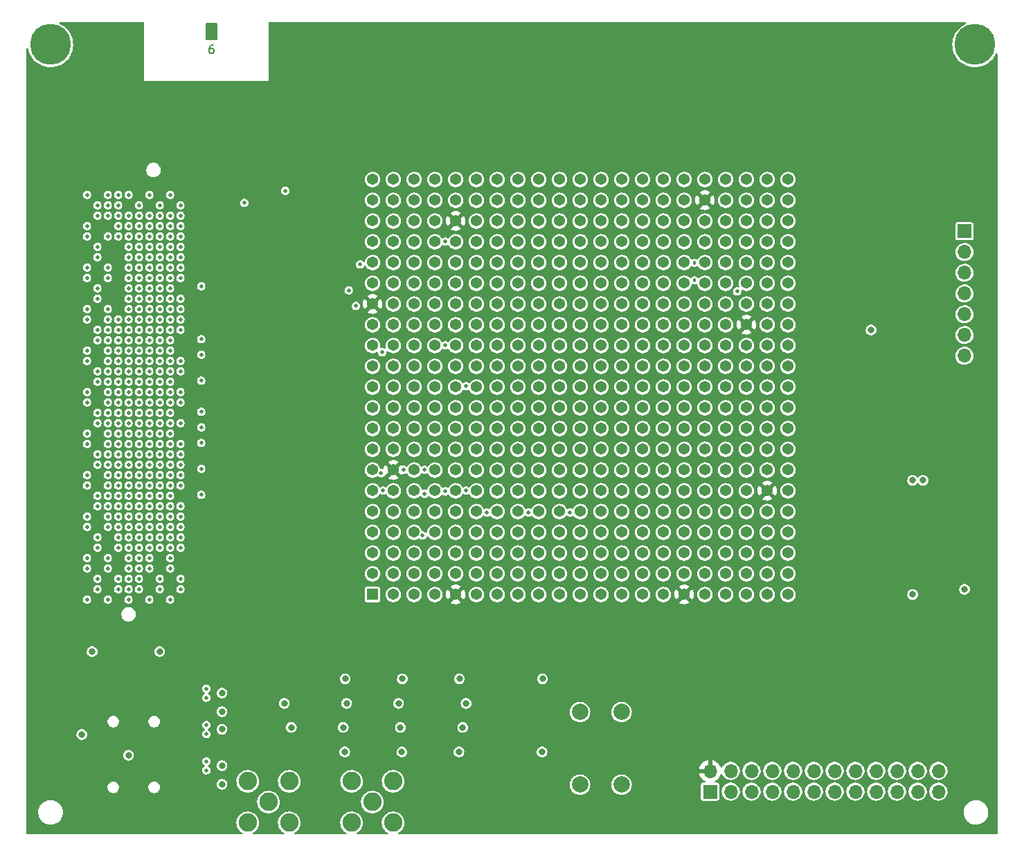
<source format=gbr>
%TF.GenerationSoftware,KiCad,Pcbnew,(6.0.9-0)*%
%TF.CreationDate,2022-12-19T14:05:17-05:00*%
%TF.ProjectId,ember-pcb,656d6265-722d-4706-9362-2e6b69636164,rev?*%
%TF.SameCoordinates,Original*%
%TF.FileFunction,Copper,L7,Inr*%
%TF.FilePolarity,Positive*%
%FSLAX46Y46*%
G04 Gerber Fmt 4.6, Leading zero omitted, Abs format (unit mm)*
G04 Created by KiCad (PCBNEW (6.0.9-0)) date 2022-12-19 14:05:17*
%MOMM*%
%LPD*%
G01*
G04 APERTURE LIST*
%TA.AperFunction,NonConductor*%
%ADD10C,0.200000*%
%TD*%
%ADD11C,0.150000*%
%TA.AperFunction,NonConductor*%
%ADD12C,0.150000*%
%TD*%
%TA.AperFunction,ComponentPad*%
%ADD13C,5.000000*%
%TD*%
%TA.AperFunction,ComponentPad*%
%ADD14R,1.700000X1.700000*%
%TD*%
%TA.AperFunction,ComponentPad*%
%ADD15O,1.700000X1.700000*%
%TD*%
%TA.AperFunction,ComponentPad*%
%ADD16C,2.000000*%
%TD*%
%TA.AperFunction,ComponentPad*%
%ADD17C,2.250000*%
%TD*%
%TA.AperFunction,ComponentPad*%
%ADD18C,0.500000*%
%TD*%
%TA.AperFunction,ComponentPad*%
%ADD19R,1.368000X1.368000*%
%TD*%
%TA.AperFunction,ComponentPad*%
%ADD20C,1.368000*%
%TD*%
%TA.AperFunction,ViaPad*%
%ADD21C,0.800000*%
%TD*%
%TA.AperFunction,ViaPad*%
%ADD22C,0.508000*%
%TD*%
%TA.AperFunction,ViaPad*%
%ADD23C,0.457200*%
%TD*%
G04 APERTURE END LIST*
D10*
X91470000Y-48470000D02*
X92740000Y-48470000D01*
X92740000Y-48470000D02*
X92740000Y-50375000D01*
X92740000Y-50375000D02*
X91470000Y-50375000D01*
X91470000Y-50375000D02*
X91470000Y-48470000D01*
G36*
X91470000Y-48470000D02*
G01*
X92740000Y-48470000D01*
X92740000Y-50375000D01*
X91470000Y-50375000D01*
X91470000Y-48470000D01*
G37*
D11*
D12*
X92295476Y-51097380D02*
X92105000Y-51097380D01*
X92009761Y-51145000D01*
X91962142Y-51192619D01*
X91866904Y-51335476D01*
X91819285Y-51525952D01*
X91819285Y-51906904D01*
X91866904Y-52002142D01*
X91914523Y-52049761D01*
X92009761Y-52097380D01*
X92200238Y-52097380D01*
X92295476Y-52049761D01*
X92343095Y-52002142D01*
X92390714Y-51906904D01*
X92390714Y-51668809D01*
X92343095Y-51573571D01*
X92295476Y-51525952D01*
X92200238Y-51478333D01*
X92009761Y-51478333D01*
X91914523Y-51525952D01*
X91866904Y-51573571D01*
X91819285Y-51668809D01*
D13*
%TO.N,GND*%
%TO.C,H1*%
X72420000Y-51010000D03*
%TD*%
D14*
%TO.N,/core_pwr*%
%TO.C,J3*%
X153060000Y-142455000D03*
D15*
%TO.N,/vdd_fsm*%
X153060000Y-139915000D03*
%TO.N,/core_pwr*%
X155600000Y-142455000D03*
%TO.N,/vdd*%
X155600000Y-139915000D03*
%TO.N,/core_pwr*%
X158140000Y-142455000D03*
%TO.N,/vdd_dac*%
X158140000Y-139915000D03*
%TO.N,/core_pwr*%
X160680000Y-142455000D03*
%TO.N,/vsa*%
X160680000Y-139915000D03*
%TO.N,unconnected-(J3-Pad9)*%
X163220000Y-142455000D03*
%TO.N,unconnected-(J3-Pad10)*%
X163220000Y-139915000D03*
%TO.N,/io_pwr*%
X165760000Y-142455000D03*
%TO.N,/vddio_fsm*%
X165760000Y-139915000D03*
%TO.N,/io_pwr*%
X168300000Y-142455000D03*
%TO.N,/vddio*%
X168300000Y-139915000D03*
%TO.N,/io_pwr*%
X170840000Y-142455000D03*
%TO.N,/vddio_dac*%
X170840000Y-139915000D03*
%TO.N,unconnected-(J3-Pad17)*%
X173380000Y-142455000D03*
%TO.N,unconnected-(J3-Pad18)*%
X173380000Y-139915000D03*
%TO.N,GND*%
X175920000Y-142455000D03*
X175920000Y-139915000D03*
X178460000Y-142455000D03*
X178460000Y-139915000D03*
X181000000Y-142455000D03*
X181000000Y-139915000D03*
%TD*%
D16*
%TO.N,Net-(C1-Pad1)*%
%TO.C,FB1*%
X137165000Y-132710000D03*
%TO.N,/core_pwr*%
X142245000Y-132710000D03*
%TD*%
D14*
%TO.N,/wl_source_pin*%
%TO.C,J4*%
X184180000Y-73865000D03*
D15*
%TO.N,/bl_source_pin*%
X184180000Y-76405000D03*
%TO.N,/sl_source_pin*%
X184180000Y-78945000D03*
%TO.N,/iref_test*%
X184180000Y-81485000D03*
%TO.N,/vdd_test*%
X184180000Y-84025000D03*
%TO.N,unconnected-(J4-Pad6)*%
X184180000Y-86565000D03*
%TO.N,GND*%
X184180000Y-89105000D03*
%TD*%
D16*
%TO.N,Net-(C6-Pad1)*%
%TO.C,FB2*%
X137165000Y-141600000D03*
%TO.N,/io_pwr*%
X142245000Y-141600000D03*
%TD*%
D17*
%TO.N,GND*%
%TO.C,J5*%
X99065000Y-143720000D03*
%TO.N,Net-(J5-Pad2)*%
X101605000Y-146260000D03*
X96525000Y-141180000D03*
X96525000Y-146260000D03*
X101605000Y-141180000D03*
%TD*%
D18*
%TO.N,GND*%
%TO.C,U4*%
X91475000Y-139835000D03*
X91475000Y-138735000D03*
%TD*%
D17*
%TO.N,GND*%
%TO.C,J2*%
X111765000Y-143720000D03*
%TO.N,Net-(J2-Pad2)*%
X114305000Y-141180000D03*
X114305000Y-146260000D03*
X109225000Y-141180000D03*
X109225000Y-146260000D03*
%TD*%
D19*
%TO.N,GND*%
%TO.C,U1*%
X111790000Y-118320000D03*
D20*
%TO.N,/di_36*%
X114330000Y-118320000D03*
%TO.N,/vddio_dac*%
X116870000Y-118320000D03*
%TO.N,/iref_test*%
X119410000Y-118320000D03*
%TO.N,/vdd_fsm*%
X121950000Y-118320000D03*
%TO.N,GND*%
X124490000Y-118320000D03*
%TO.N,/di_47*%
X127030000Y-118320000D03*
%TO.N,/vdd_dac*%
X129570000Y-118320000D03*
%TO.N,/vddio_dac*%
X132110000Y-118320000D03*
%TO.N,/vddio*%
X134650000Y-118320000D03*
%TO.N,/vsa*%
X137190000Y-118320000D03*
%TO.N,/read_ref_4*%
X139730000Y-118320000D03*
%TO.N,/rram_addr_0*%
X142270000Y-118320000D03*
%TO.N,/rram_addr_2*%
X144810000Y-118320000D03*
%TO.N,GND*%
X147350000Y-118320000D03*
%TO.N,/vdd_fsm*%
X149890000Y-118320000D03*
%TO.N,/rram_addr_10*%
X152430000Y-118320000D03*
%TO.N,/vddio_dac*%
X154970000Y-118320000D03*
%TO.N,GND*%
X157510000Y-118320000D03*
X160050000Y-118320000D03*
%TO.N,unconnected-(U1-PadA21)*%
X162590000Y-118320000D03*
%TO.N,/vddio*%
X111790000Y-115780000D03*
%TO.N,/di_34*%
X114330000Y-115780000D03*
%TO.N,/vddio_fsm*%
X116870000Y-115780000D03*
%TO.N,/vddio*%
X119410000Y-115780000D03*
%TO.N,/vdd*%
X121950000Y-115780000D03*
%TO.N,/vdd_test*%
X124490000Y-115780000D03*
%TO.N,/vddio_fsm*%
X127030000Y-115780000D03*
%TO.N,GND*%
X129570000Y-115780000D03*
%TO.N,/sa_en*%
X132110000Y-115780000D03*
%TO.N,/read_ref_1*%
X134650000Y-115780000D03*
%TO.N,/read_ref_2*%
X137190000Y-115780000D03*
%TO.N,/rram_addr_1*%
X139730000Y-115780000D03*
%TO.N,/vddio_fsm*%
X142270000Y-115780000D03*
%TO.N,/rram_addr_6*%
X144810000Y-115780000D03*
%TO.N,/vdd*%
X147350000Y-115780000D03*
%TO.N,/vddio*%
X149890000Y-115780000D03*
%TO.N,/vddio_fsm*%
X152430000Y-115780000D03*
%TO.N,/sl_en*%
X154970000Y-115780000D03*
%TO.N,/read_dac_config_0*%
X157510000Y-115780000D03*
%TO.N,/vdd_dac*%
X160050000Y-115780000D03*
%TO.N,unconnected-(U1-PadB21)*%
X162590000Y-115780000D03*
%TO.N,/vddio_fsm*%
X111790000Y-113240000D03*
%TO.N,/vdd_dac*%
X114330000Y-113240000D03*
%TO.N,GND*%
X116870000Y-113240000D03*
%TO.N,/di_37*%
X119410000Y-113240000D03*
%TO.N,/di_39*%
X121950000Y-113240000D03*
%TO.N,/di_41*%
X124490000Y-113240000D03*
%TO.N,/di_42*%
X127030000Y-113240000D03*
%TO.N,/di_44*%
X129570000Y-113240000D03*
%TO.N,/di_45*%
X132110000Y-113240000D03*
%TO.N,/set_rst*%
X134650000Y-113240000D03*
%TO.N,/read_ref_5*%
X137190000Y-113240000D03*
%TO.N,/rram_addr_4*%
X139730000Y-113240000D03*
%TO.N,/rram_addr_5*%
X142270000Y-113240000D03*
%TO.N,/rram_addr_8*%
X144810000Y-113240000D03*
%TO.N,/rram_addr_11*%
X147350000Y-113240000D03*
%TO.N,/rram_addr_13*%
X149890000Y-113240000D03*
%TO.N,/rram_addr_15*%
X152430000Y-113240000D03*
%TO.N,GND*%
X154970000Y-113240000D03*
%TO.N,/vddio*%
X157510000Y-113240000D03*
%TO.N,/vdd*%
X160050000Y-113240000D03*
%TO.N,unconnected-(U1-PadC21)*%
X162590000Y-113240000D03*
%TO.N,/di_27*%
X111790000Y-110700000D03*
%TO.N,/vdd*%
X114330000Y-110700000D03*
%TO.N,/di_32*%
X116870000Y-110700000D03*
%TO.N,/di_33*%
X119410000Y-110700000D03*
%TO.N,/di_35*%
X121950000Y-110700000D03*
%TO.N,/di_38*%
X124490000Y-110700000D03*
%TO.N,/di_40*%
X127030000Y-110700000D03*
%TO.N,/di_43*%
X129570000Y-110700000D03*
%TO.N,/di_46*%
X132110000Y-110700000D03*
%TO.N,/read_ref_0*%
X134650000Y-110700000D03*
%TO.N,/read_ref_3*%
X137190000Y-110700000D03*
%TO.N,/rram_addr_3*%
X139730000Y-110700000D03*
%TO.N,/rram_addr_7*%
X142270000Y-110700000D03*
%TO.N,/rram_addr_9*%
X144810000Y-110700000D03*
%TO.N,/rram_addr_12*%
X147350000Y-110700000D03*
%TO.N,/rram_addr_14*%
X149890000Y-110700000D03*
%TO.N,/we*%
X152430000Y-110700000D03*
%TO.N,/read_dac_config_2*%
X154970000Y-110700000D03*
%TO.N,/vddio_fsm*%
X157510000Y-110700000D03*
%TO.N,/vddio_dac*%
X160050000Y-110700000D03*
%TO.N,unconnected-(U1-PadD21)*%
X162590000Y-110700000D03*
%TO.N,/di_23*%
X111790000Y-108160000D03*
%TO.N,/vddio_dac*%
X114330000Y-108160000D03*
%TO.N,/di_30*%
X116870000Y-108160000D03*
%TO.N,/di_31*%
X119410000Y-108160000D03*
%TO.N,unconnected-(U1-PadE5)*%
X121950000Y-108160000D03*
%TO.N,unconnected-(U1-PadE6)*%
X124490000Y-108160000D03*
%TO.N,unconnected-(U1-PadE7)*%
X127030000Y-108160000D03*
%TO.N,unconnected-(U1-PadE8)*%
X129570000Y-108160000D03*
%TO.N,unconnected-(U1-PadE9)*%
X132110000Y-108160000D03*
%TO.N,unconnected-(U1-PadE10)*%
X134650000Y-108160000D03*
%TO.N,unconnected-(U1-PadE11)*%
X137190000Y-108160000D03*
%TO.N,unconnected-(U1-PadE12)*%
X139730000Y-108160000D03*
%TO.N,unconnected-(U1-PadE13)*%
X142270000Y-108160000D03*
%TO.N,unconnected-(U1-PadE14)*%
X144810000Y-108160000D03*
%TO.N,unconnected-(U1-PadE15)*%
X147350000Y-108160000D03*
%TO.N,unconnected-(U1-PadE16)*%
X149890000Y-108160000D03*
%TO.N,/read_dac_config_1*%
X152430000Y-108160000D03*
%TO.N,/wl_dac_config_0*%
X154970000Y-108160000D03*
%TO.N,/wl_dac_config_3*%
X157510000Y-108160000D03*
%TO.N,/wl_dac_config_5*%
X160050000Y-108160000D03*
%TO.N,unconnected-(U1-PadE21)*%
X162590000Y-108160000D03*
%TO.N,/vddio_fsm*%
X111790000Y-105620000D03*
%TO.N,/di_25*%
X114330000Y-105620000D03*
%TO.N,/di_28*%
X116870000Y-105620000D03*
%TO.N,/di_29*%
X119410000Y-105620000D03*
%TO.N,unconnected-(U1-PadF5)*%
X121950000Y-105620000D03*
%TO.N,unconnected-(U1-PadF6)*%
X124490000Y-105620000D03*
%TO.N,unconnected-(U1-PadF7)*%
X127030000Y-105620000D03*
%TO.N,unconnected-(U1-PadF8)*%
X129570000Y-105620000D03*
%TO.N,unconnected-(U1-PadF9)*%
X132110000Y-105620000D03*
%TO.N,unconnected-(U1-PadF10)*%
X134650000Y-105620000D03*
%TO.N,unconnected-(U1-PadF11)*%
X137190000Y-105620000D03*
%TO.N,unconnected-(U1-PadF12)*%
X139730000Y-105620000D03*
%TO.N,unconnected-(U1-PadF13)*%
X142270000Y-105620000D03*
%TO.N,unconnected-(U1-PadF14)*%
X144810000Y-105620000D03*
%TO.N,unconnected-(U1-PadF15)*%
X147350000Y-105620000D03*
%TO.N,unconnected-(U1-PadF16)*%
X149890000Y-105620000D03*
%TO.N,/read_dac_config_3*%
X152430000Y-105620000D03*
%TO.N,/wl_dac_config_2*%
X154970000Y-105620000D03*
%TO.N,/wl_dac_config_7*%
X157510000Y-105620000D03*
%TO.N,/vdd_fsm*%
X160050000Y-105620000D03*
%TO.N,unconnected-(U1-PadF21)*%
X162590000Y-105620000D03*
%TO.N,/di_18*%
X111790000Y-103080000D03*
%TO.N,/vdd_fsm*%
X114330000Y-103080000D03*
%TO.N,/di_24*%
X116870000Y-103080000D03*
%TO.N,/di_26*%
X119410000Y-103080000D03*
%TO.N,unconnected-(U1-PadG5)*%
X121950000Y-103080000D03*
%TO.N,unconnected-(U1-PadG6)*%
X124490000Y-103080000D03*
%TO.N,unconnected-(U1-PadG7)*%
X127030000Y-103080000D03*
%TO.N,unconnected-(U1-PadG8)*%
X129570000Y-103080000D03*
%TO.N,unconnected-(U1-PadG9)*%
X132110000Y-103080000D03*
%TO.N,unconnected-(U1-PadG10)*%
X134650000Y-103080000D03*
%TO.N,unconnected-(U1-PadG11)*%
X137190000Y-103080000D03*
%TO.N,unconnected-(U1-PadG12)*%
X139730000Y-103080000D03*
%TO.N,unconnected-(U1-PadG13)*%
X142270000Y-103080000D03*
%TO.N,unconnected-(U1-PadG14)*%
X144810000Y-103080000D03*
%TO.N,unconnected-(U1-PadG15)*%
X147350000Y-103080000D03*
%TO.N,unconnected-(U1-PadG16)*%
X149890000Y-103080000D03*
%TO.N,/wl_dac_config_1*%
X152430000Y-103080000D03*
%TO.N,/wl_dac_config_4*%
X154970000Y-103080000D03*
%TO.N,/vddio_fsm*%
X157510000Y-103080000D03*
%TO.N,GND*%
X160050000Y-103080000D03*
%TO.N,unconnected-(U1-PadG21)*%
X162590000Y-103080000D03*
%TO.N,/di_16*%
X111790000Y-100540000D03*
%TO.N,GND*%
X114330000Y-100540000D03*
%TO.N,/di_21*%
X116870000Y-100540000D03*
%TO.N,/di_22*%
X119410000Y-100540000D03*
%TO.N,unconnected-(U1-PadH5)*%
X121950000Y-100540000D03*
%TO.N,unconnected-(U1-PadH6)*%
X124490000Y-100540000D03*
%TO.N,unconnected-(U1-PadH7)*%
X127030000Y-100540000D03*
%TO.N,unconnected-(U1-PadH8)*%
X129570000Y-100540000D03*
%TO.N,unconnected-(U1-PadH9)*%
X132110000Y-100540000D03*
%TO.N,unconnected-(U1-PadH10)*%
X134650000Y-100540000D03*
%TO.N,unconnected-(U1-PadH11)*%
X137190000Y-100540000D03*
%TO.N,unconnected-(U1-PadH12)*%
X139730000Y-100540000D03*
%TO.N,unconnected-(U1-PadH13)*%
X142270000Y-100540000D03*
%TO.N,unconnected-(U1-PadH14)*%
X144810000Y-100540000D03*
%TO.N,unconnected-(U1-PadH15)*%
X147350000Y-100540000D03*
%TO.N,unconnected-(U1-PadH16)*%
X149890000Y-100540000D03*
%TO.N,/wl_dac_config_6*%
X152430000Y-100540000D03*
%TO.N,/wl_dac_en*%
X154970000Y-100540000D03*
%TO.N,/wl_source_pin*%
X157510000Y-100540000D03*
%TO.N,/sa_do_2*%
X160050000Y-100540000D03*
%TO.N,unconnected-(U1-PadH21)*%
X162590000Y-100540000D03*
%TO.N,/di_14*%
X111790000Y-98000000D03*
%TO.N,/di_17*%
X114330000Y-98000000D03*
%TO.N,/di_20*%
X116870000Y-98000000D03*
%TO.N,/di_19*%
X119410000Y-98000000D03*
%TO.N,unconnected-(U1-PadJ5)*%
X121950000Y-98000000D03*
%TO.N,unconnected-(U1-PadJ6)*%
X124490000Y-98000000D03*
%TO.N,unconnected-(U1-PadJ7)*%
X127030000Y-98000000D03*
%TO.N,unconnected-(U1-PadJ8)*%
X129570000Y-98000000D03*
%TO.N,unconnected-(U1-PadJ9)*%
X132110000Y-98000000D03*
%TO.N,unconnected-(U1-PadJ10)*%
X134650000Y-98000000D03*
%TO.N,unconnected-(U1-PadJ11)*%
X137190000Y-98000000D03*
%TO.N,unconnected-(U1-PadJ12)*%
X139730000Y-98000000D03*
%TO.N,unconnected-(U1-PadJ13)*%
X142270000Y-98000000D03*
%TO.N,unconnected-(U1-PadJ14)*%
X144810000Y-98000000D03*
%TO.N,unconnected-(U1-PadJ15)*%
X147350000Y-98000000D03*
%TO.N,unconnected-(U1-PadJ16)*%
X149890000Y-98000000D03*
%TO.N,/bleed_en*%
X152430000Y-98000000D03*
%TO.N,/wl_en*%
X154970000Y-98000000D03*
%TO.N,/sa_do_0*%
X157510000Y-98000000D03*
%TO.N,/sa_do_4*%
X160050000Y-98000000D03*
%TO.N,unconnected-(U1-PadJ21)*%
X162590000Y-98000000D03*
%TO.N,/vsa*%
X111790000Y-95460000D03*
%TO.N,/di_12*%
X114330000Y-95460000D03*
%TO.N,/di_15*%
X116870000Y-95460000D03*
%TO.N,/di_13*%
X119410000Y-95460000D03*
%TO.N,unconnected-(U1-PadK5)*%
X121950000Y-95460000D03*
%TO.N,unconnected-(U1-PadK6)*%
X124490000Y-95460000D03*
%TO.N,unconnected-(U1-PadK7)*%
X127030000Y-95460000D03*
%TO.N,unconnected-(U1-PadK8)*%
X129570000Y-95460000D03*
%TO.N,unconnected-(U1-PadK9)*%
X132110000Y-95460000D03*
%TO.N,unconnected-(U1-PadK10)*%
X134650000Y-95460000D03*
%TO.N,unconnected-(U1-PadK11)*%
X137190000Y-95460000D03*
%TO.N,unconnected-(U1-PadK12)*%
X139730000Y-95460000D03*
%TO.N,unconnected-(U1-PadK13)*%
X142270000Y-95460000D03*
%TO.N,unconnected-(U1-PadK14)*%
X144810000Y-95460000D03*
%TO.N,unconnected-(U1-PadK15)*%
X147350000Y-95460000D03*
%TO.N,unconnected-(U1-PadK16)*%
X149890000Y-95460000D03*
%TO.N,/sa_do_3*%
X152430000Y-95460000D03*
%TO.N,/sa_do_1*%
X154970000Y-95460000D03*
%TO.N,/sa_do_5*%
X157510000Y-95460000D03*
%TO.N,/vsa*%
X160050000Y-95460000D03*
%TO.N,unconnected-(U1-PadK21)*%
X162590000Y-95460000D03*
%TO.N,/vdd*%
X111790000Y-92920000D03*
%TO.N,/di_11*%
X114330000Y-92920000D03*
%TO.N,/di_9*%
X116870000Y-92920000D03*
%TO.N,/di_10*%
X119410000Y-92920000D03*
%TO.N,unconnected-(U1-PadL5)*%
X121950000Y-92920000D03*
%TO.N,unconnected-(U1-PadL6)*%
X124490000Y-92920000D03*
%TO.N,unconnected-(U1-PadL7)*%
X127030000Y-92920000D03*
%TO.N,unconnected-(U1-PadL8)*%
X129570000Y-92920000D03*
%TO.N,unconnected-(U1-PadL9)*%
X132110000Y-92920000D03*
%TO.N,unconnected-(U1-PadL10)*%
X134650000Y-92920000D03*
%TO.N,unconnected-(U1-PadL11)*%
X137190000Y-92920000D03*
%TO.N,unconnected-(U1-PadL12)*%
X139730000Y-92920000D03*
%TO.N,unconnected-(U1-PadL13)*%
X142270000Y-92920000D03*
%TO.N,unconnected-(U1-PadL14)*%
X144810000Y-92920000D03*
%TO.N,unconnected-(U1-PadL15)*%
X147350000Y-92920000D03*
%TO.N,unconnected-(U1-PadL16)*%
X149890000Y-92920000D03*
%TO.N,/sa_do_7*%
X152430000Y-92920000D03*
%TO.N,/sa_do_8*%
X154970000Y-92920000D03*
%TO.N,/sa_do_6*%
X157510000Y-92920000D03*
%TO.N,/vdd*%
X160050000Y-92920000D03*
%TO.N,unconnected-(U1-PadL21)*%
X162590000Y-92920000D03*
%TO.N,/vddio_dac*%
X111790000Y-90380000D03*
%TO.N,/di_7*%
X114330000Y-90380000D03*
%TO.N,/di_5*%
X116870000Y-90380000D03*
%TO.N,/di_6*%
X119410000Y-90380000D03*
%TO.N,unconnected-(U1-PadM5)*%
X121950000Y-90380000D03*
%TO.N,unconnected-(U1-PadM6)*%
X124490000Y-90380000D03*
%TO.N,unconnected-(U1-PadM7)*%
X127030000Y-90380000D03*
%TO.N,unconnected-(U1-PadM8)*%
X129570000Y-90380000D03*
%TO.N,unconnected-(U1-PadM9)*%
X132110000Y-90380000D03*
%TO.N,unconnected-(U1-PadM10)*%
X134650000Y-90380000D03*
%TO.N,unconnected-(U1-PadM11)*%
X137190000Y-90380000D03*
%TO.N,unconnected-(U1-PadM12)*%
X139730000Y-90380000D03*
%TO.N,unconnected-(U1-PadM13)*%
X142270000Y-90380000D03*
%TO.N,unconnected-(U1-PadM14)*%
X144810000Y-90380000D03*
%TO.N,unconnected-(U1-PadM15)*%
X147350000Y-90380000D03*
%TO.N,unconnected-(U1-PadM16)*%
X149890000Y-90380000D03*
%TO.N,/sa_do_11*%
X152430000Y-90380000D03*
%TO.N,/sa_do_12*%
X154970000Y-90380000D03*
%TO.N,/sa_do_9*%
X157510000Y-90380000D03*
%TO.N,/vddio_dac*%
X160050000Y-90380000D03*
%TO.N,unconnected-(U1-PadM21)*%
X162590000Y-90380000D03*
%TO.N,/vddio*%
X111790000Y-87840000D03*
%TO.N,/di_8*%
X114330000Y-87840000D03*
%TO.N,/di_4*%
X116870000Y-87840000D03*
%TO.N,/di_2*%
X119410000Y-87840000D03*
%TO.N,unconnected-(U1-PadN5)*%
X121950000Y-87840000D03*
%TO.N,unconnected-(U1-PadN6)*%
X124490000Y-87840000D03*
%TO.N,unconnected-(U1-PadN7)*%
X127030000Y-87840000D03*
%TO.N,unconnected-(U1-PadN8)*%
X129570000Y-87840000D03*
%TO.N,unconnected-(U1-PadN9)*%
X132110000Y-87840000D03*
%TO.N,unconnected-(U1-PadN10)*%
X134650000Y-87840000D03*
%TO.N,unconnected-(U1-PadN11)*%
X137190000Y-87840000D03*
%TO.N,unconnected-(U1-PadN12)*%
X139730000Y-87840000D03*
%TO.N,unconnected-(U1-PadN13)*%
X142270000Y-87840000D03*
%TO.N,unconnected-(U1-PadN14)*%
X144810000Y-87840000D03*
%TO.N,unconnected-(U1-PadN15)*%
X147350000Y-87840000D03*
%TO.N,unconnected-(U1-PadN16)*%
X149890000Y-87840000D03*
%TO.N,/sa_do_14*%
X152430000Y-87840000D03*
%TO.N,/sa_do_13*%
X154970000Y-87840000D03*
%TO.N,GND*%
X157510000Y-87840000D03*
%TO.N,/vddio*%
X160050000Y-87840000D03*
%TO.N,unconnected-(U1-PadN21)*%
X162590000Y-87840000D03*
%TO.N,GND*%
X111790000Y-85300000D03*
%TO.N,/vddio_fsm*%
X114330000Y-85300000D03*
%TO.N,/di_0*%
X116870000Y-85300000D03*
%TO.N,/clamp_ref_5*%
X119410000Y-85300000D03*
%TO.N,unconnected-(U1-PadP5)*%
X121950000Y-85300000D03*
%TO.N,unconnected-(U1-PadP6)*%
X124490000Y-85300000D03*
%TO.N,unconnected-(U1-PadP7)*%
X127030000Y-85300000D03*
%TO.N,unconnected-(U1-PadP8)*%
X129570000Y-85300000D03*
%TO.N,unconnected-(U1-PadP9)*%
X132110000Y-85300000D03*
%TO.N,unconnected-(U1-PadP10)*%
X134650000Y-85300000D03*
%TO.N,unconnected-(U1-PadP11)*%
X137190000Y-85300000D03*
%TO.N,unconnected-(U1-PadP12)*%
X139730000Y-85300000D03*
%TO.N,unconnected-(U1-PadP13)*%
X142270000Y-85300000D03*
%TO.N,unconnected-(U1-PadP14)*%
X144810000Y-85300000D03*
%TO.N,unconnected-(U1-PadP15)*%
X147350000Y-85300000D03*
%TO.N,unconnected-(U1-PadP16)*%
X149890000Y-85300000D03*
%TO.N,/sa_do_18*%
X152430000Y-85300000D03*
%TO.N,/sa_do_16*%
X154970000Y-85300000D03*
%TO.N,/vdd_fsm*%
X157510000Y-85300000D03*
%TO.N,/sa_do_10*%
X160050000Y-85300000D03*
%TO.N,unconnected-(U1-PadP21)*%
X162590000Y-85300000D03*
%TO.N,/vdd_fsm*%
X111790000Y-82760000D03*
%TO.N,/di_3*%
X114330000Y-82760000D03*
%TO.N,/rst_n*%
X116870000Y-82760000D03*
%TO.N,/clamp_ref_3*%
X119410000Y-82760000D03*
%TO.N,unconnected-(U1-PadR5)*%
X121950000Y-82760000D03*
%TO.N,unconnected-(U1-PadR6)*%
X124490000Y-82760000D03*
%TO.N,unconnected-(U1-PadR7)*%
X127030000Y-82760000D03*
%TO.N,unconnected-(U1-PadR8)*%
X129570000Y-82760000D03*
%TO.N,unconnected-(U1-PadR9)*%
X132110000Y-82760000D03*
%TO.N,unconnected-(U1-PadR10)*%
X134650000Y-82760000D03*
%TO.N,unconnected-(U1-PadR11)*%
X137190000Y-82760000D03*
%TO.N,unconnected-(U1-PadR12)*%
X139730000Y-82760000D03*
%TO.N,unconnected-(U1-PadR13)*%
X142270000Y-82760000D03*
%TO.N,unconnected-(U1-PadR14)*%
X144810000Y-82760000D03*
%TO.N,unconnected-(U1-PadR15)*%
X147350000Y-82760000D03*
%TO.N,unconnected-(U1-PadR16)*%
X149890000Y-82760000D03*
%TO.N,/sa_do_21*%
X152430000Y-82760000D03*
%TO.N,/sa_do_20*%
X154970000Y-82760000D03*
%TO.N,/sa_do_17*%
X157510000Y-82760000D03*
%TO.N,/vddio_fsm*%
X160050000Y-82760000D03*
%TO.N,unconnected-(U1-PadR21)*%
X162590000Y-82760000D03*
%TO.N,/di_1*%
X111790000Y-80220000D03*
%TO.N,/bl_en*%
X114330000Y-80220000D03*
%TO.N,/clamp_ref_4*%
X116870000Y-80220000D03*
%TO.N,/clamp_ref_1*%
X119410000Y-80220000D03*
%TO.N,unconnected-(U1-PadS5)*%
X121950000Y-80220000D03*
%TO.N,unconnected-(U1-PadS6)*%
X124490000Y-80220000D03*
%TO.N,unconnected-(U1-PadS7)*%
X127030000Y-80220000D03*
%TO.N,unconnected-(U1-PadS8)*%
X129570000Y-80220000D03*
%TO.N,unconnected-(U1-PadS9)*%
X132110000Y-80220000D03*
%TO.N,unconnected-(U1-PadS10)*%
X134650000Y-80220000D03*
%TO.N,unconnected-(U1-PadS11)*%
X137190000Y-80220000D03*
%TO.N,unconnected-(U1-PadS12)*%
X139730000Y-80220000D03*
%TO.N,unconnected-(U1-PadS13)*%
X142270000Y-80220000D03*
%TO.N,unconnected-(U1-PadS14)*%
X144810000Y-80220000D03*
%TO.N,unconnected-(U1-PadS15)*%
X147350000Y-80220000D03*
%TO.N,unconnected-(U1-PadS16)*%
X149890000Y-80220000D03*
%TO.N,/sa_do_23*%
X152430000Y-80220000D03*
%TO.N,/sa_do_22*%
X154970000Y-80220000D03*
%TO.N,/vddio_dac*%
X157510000Y-80220000D03*
%TO.N,/sa_do_15*%
X160050000Y-80220000D03*
%TO.N,unconnected-(U1-PadS21)*%
X162590000Y-80220000D03*
%TO.N,/vddio_dac*%
X111790000Y-77680000D03*
%TO.N,/vddio_fsm*%
X114330000Y-77680000D03*
%TO.N,/clamp_ref_2*%
X116870000Y-77680000D03*
%TO.N,/bsl_dac_en*%
X119410000Y-77680000D03*
%TO.N,/bsl_dac_config_4*%
X121950000Y-77680000D03*
%TO.N,/bsl_dac_config_2*%
X124490000Y-77680000D03*
%TO.N,/bsl_dac_config_0*%
X127030000Y-77680000D03*
%TO.N,/mclk_pause*%
X129570000Y-77680000D03*
%TO.N,/mosi*%
X132110000Y-77680000D03*
%TO.N,/heartbeat*%
X134650000Y-77680000D03*
%TO.N,/sa_do_45*%
X137190000Y-77680000D03*
%TO.N,/sa_do_39*%
X139730000Y-77680000D03*
%TO.N,/sa_do_36*%
X142270000Y-77680000D03*
%TO.N,/sa_do_32*%
X144810000Y-77680000D03*
%TO.N,/sa_do_29*%
X147350000Y-77680000D03*
%TO.N,/sa_do_27*%
X149890000Y-77680000D03*
%TO.N,/sa_do_25*%
X152430000Y-77680000D03*
%TO.N,/sa_do_24*%
X154970000Y-77680000D03*
%TO.N,/vdd*%
X157510000Y-77680000D03*
%TO.N,/sa_do_19*%
X160050000Y-77680000D03*
%TO.N,unconnected-(U1-PadT21)*%
X162590000Y-77680000D03*
%TO.N,/vdd*%
X111790000Y-75140000D03*
%TO.N,/vddio*%
X114330000Y-75140000D03*
%TO.N,GND*%
X116870000Y-75140000D03*
%TO.N,/read_dac_en*%
X119410000Y-75140000D03*
%TO.N,/bsl_dac_config_3*%
X121950000Y-75140000D03*
%TO.N,/bsl_dac_config_1*%
X124490000Y-75140000D03*
%TO.N,/aclk*%
X127030000Y-75140000D03*
%TO.N,/sclk*%
X129570000Y-75140000D03*
%TO.N,/sc*%
X132110000Y-75140000D03*
%TO.N,/man*%
X134650000Y-75140000D03*
%TO.N,/sa_do_43*%
X137190000Y-75140000D03*
%TO.N,/sa_do_38*%
X139730000Y-75140000D03*
%TO.N,/sa_do_37*%
X142270000Y-75140000D03*
%TO.N,/sa_do_34*%
X144810000Y-75140000D03*
%TO.N,/sa_do_33*%
X147350000Y-75140000D03*
%TO.N,/sa_do_30*%
X149890000Y-75140000D03*
%TO.N,/sa_do_28*%
X152430000Y-75140000D03*
%TO.N,GND*%
X154970000Y-75140000D03*
%TO.N,/vdd_dac*%
X157510000Y-75140000D03*
%TO.N,/vddio_fsm*%
X160050000Y-75140000D03*
%TO.N,unconnected-(U1-PadU21)*%
X162590000Y-75140000D03*
%TO.N,/vdd_dac*%
X111790000Y-72600000D03*
%TO.N,/clamp_ref_0*%
X114330000Y-72600000D03*
%TO.N,/vddio*%
X116870000Y-72600000D03*
%TO.N,/vsa*%
X119410000Y-72600000D03*
%TO.N,/vdd_fsm*%
X121950000Y-72600000D03*
%TO.N,/sl_source_pin*%
X124490000Y-72600000D03*
%TO.N,GND*%
X127030000Y-72600000D03*
%TO.N,/vddio_fsm*%
X129570000Y-72600000D03*
%TO.N,/miso*%
X132110000Y-72600000D03*
%TO.N,/sa_rdy*%
X134650000Y-72600000D03*
%TO.N,/sa_do_47*%
X137190000Y-72600000D03*
%TO.N,/sa_do_41*%
X139730000Y-72600000D03*
%TO.N,/sa_do_42*%
X142270000Y-72600000D03*
%TO.N,/vdd*%
X144810000Y-72600000D03*
%TO.N,/vddio_fsm*%
X147350000Y-72600000D03*
%TO.N,/vddio_dac*%
X149890000Y-72600000D03*
%TO.N,/sa_do_31*%
X152430000Y-72600000D03*
%TO.N,/vddio_fsm*%
X154970000Y-72600000D03*
%TO.N,/sa_do_26*%
X157510000Y-72600000D03*
%TO.N,/vddio*%
X160050000Y-72600000D03*
%TO.N,unconnected-(U1-PadV21)*%
X162590000Y-72600000D03*
%TO.N,GND*%
X111790000Y-70060000D03*
%TO.N,/vddio_fsm*%
X114330000Y-70060000D03*
%TO.N,/bl_source_pin*%
X116870000Y-70060000D03*
%TO.N,/vddio_dac*%
X119410000Y-70060000D03*
%TO.N,/vddio_fsm*%
X121950000Y-70060000D03*
%TO.N,/vdd*%
X124490000Y-70060000D03*
%TO.N,/sa_clk*%
X127030000Y-70060000D03*
%TO.N,/byp*%
X129570000Y-70060000D03*
%TO.N,/vdd_dac*%
X132110000Y-70060000D03*
%TO.N,/vddio_dac*%
X134650000Y-70060000D03*
%TO.N,/vddio*%
X137190000Y-70060000D03*
%TO.N,/sa_do_46*%
X139730000Y-70060000D03*
%TO.N,/sa_do_44*%
X142270000Y-70060000D03*
%TO.N,/sa_do_40*%
X144810000Y-70060000D03*
%TO.N,GND*%
X147350000Y-70060000D03*
%TO.N,/sa_do_35*%
X149890000Y-70060000D03*
%TO.N,/vdd_fsm*%
X152430000Y-70060000D03*
%TO.N,/vsa*%
X154970000Y-70060000D03*
%TO.N,/vddio*%
X157510000Y-70060000D03*
%TO.N,GND*%
X160050000Y-70060000D03*
%TO.N,unconnected-(U1-PadW21)*%
X162590000Y-70060000D03*
%TO.N,unconnected-(U1-PadX1)*%
X111790000Y-67520000D03*
%TO.N,unconnected-(U1-PadX2)*%
X114330000Y-67520000D03*
%TO.N,unconnected-(U1-PadX3)*%
X116870000Y-67520000D03*
%TO.N,unconnected-(U1-PadX4)*%
X119410000Y-67520000D03*
%TO.N,unconnected-(U1-PadX5)*%
X121950000Y-67520000D03*
%TO.N,unconnected-(U1-PadX6)*%
X124490000Y-67520000D03*
%TO.N,unconnected-(U1-PadX7)*%
X127030000Y-67520000D03*
%TO.N,unconnected-(U1-PadX8)*%
X129570000Y-67520000D03*
%TO.N,unconnected-(U1-PadX9)*%
X132110000Y-67520000D03*
%TO.N,unconnected-(U1-PadX10)*%
X134650000Y-67520000D03*
%TO.N,unconnected-(U1-PadX11)*%
X137190000Y-67520000D03*
%TO.N,unconnected-(U1-PadX12)*%
X139730000Y-67520000D03*
%TO.N,unconnected-(U1-PadX13)*%
X142270000Y-67520000D03*
%TO.N,unconnected-(U1-PadX14)*%
X144810000Y-67520000D03*
%TO.N,unconnected-(U1-PadX15)*%
X147350000Y-67520000D03*
%TO.N,unconnected-(U1-PadX16)*%
X149890000Y-67520000D03*
%TO.N,unconnected-(U1-PadX17)*%
X152430000Y-67520000D03*
%TO.N,unconnected-(U1-PadX18)*%
X154970000Y-67520000D03*
%TO.N,unconnected-(U1-PadX19)*%
X157510000Y-67520000D03*
%TO.N,unconnected-(U1-PadX20)*%
X160050000Y-67520000D03*
%TO.N,unconnected-(U1-PadX21)*%
X162590000Y-67520000D03*
%TD*%
D18*
%TO.N,GND*%
%TO.C,U2*%
X91475000Y-129845000D03*
X91475000Y-130945000D03*
%TD*%
D13*
%TO.N,GND*%
%TO.C,H2*%
X185450000Y-51010000D03*
%TD*%
D18*
%TO.N,GND*%
%TO.C,U3*%
X91475000Y-134290000D03*
X91475000Y-135390000D03*
%TD*%
D21*
%TO.N,Net-(J1-PadD1)*%
X85755000Y-125305000D03*
%TO.N,Net-(J2-Pad2)*%
X76235000Y-135460000D03*
D22*
%TO.N,GND*%
X87025000Y-94825000D03*
X76865000Y-110065000D03*
X83215000Y-82125000D03*
D21*
X93380000Y-130395000D03*
D22*
X85755000Y-108795000D03*
X83215000Y-112605000D03*
X87025000Y-69425000D03*
X78135000Y-116415000D03*
X79405000Y-89745000D03*
D21*
X108215000Y-134595000D03*
D22*
X88295000Y-108795000D03*
X79405000Y-69425000D03*
X85755000Y-93555000D03*
X85755000Y-116415000D03*
X80675000Y-73235000D03*
X85755000Y-74505000D03*
X84485000Y-115145000D03*
X80675000Y-92285000D03*
X87025000Y-83395000D03*
X78135000Y-101175000D03*
X87025000Y-113875000D03*
X78135000Y-91015000D03*
X78135000Y-85935000D03*
X88295000Y-70695000D03*
D21*
X123225000Y-131650000D03*
D22*
X88295000Y-93555000D03*
X79405000Y-99905000D03*
X76865000Y-69425000D03*
X83215000Y-89745000D03*
X87025000Y-115145000D03*
X81945000Y-113875000D03*
X78135000Y-96095000D03*
X88295000Y-112605000D03*
X87025000Y-79585000D03*
X76865000Y-103715000D03*
X85755000Y-112605000D03*
X81945000Y-102445000D03*
X81945000Y-87205000D03*
X87025000Y-118955000D03*
X78135000Y-106255000D03*
X85755000Y-101175000D03*
X88295000Y-116415000D03*
X80675000Y-88475000D03*
X84485000Y-110065000D03*
X80675000Y-99905000D03*
X79405000Y-115145000D03*
X84485000Y-94825000D03*
X81945000Y-71965000D03*
X83215000Y-70695000D03*
X79405000Y-113875000D03*
X79405000Y-118955000D03*
D21*
X115200000Y-134595000D03*
D22*
X81945000Y-118955000D03*
X81945000Y-94825000D03*
X87025000Y-87205000D03*
X84485000Y-106255000D03*
X85755000Y-78315000D03*
X85755000Y-97365000D03*
X81945000Y-69425000D03*
X76865000Y-94825000D03*
X88295000Y-74505000D03*
X78135000Y-107525000D03*
X81945000Y-91015000D03*
X88295000Y-82125000D03*
X76865000Y-89745000D03*
X85755000Y-70695000D03*
X78135000Y-102445000D03*
X87025000Y-110065000D03*
X79405000Y-104985000D03*
X78135000Y-80855000D03*
X80675000Y-112605000D03*
D21*
X122820000Y-134595000D03*
X101865000Y-134595000D03*
X177830000Y-118320000D03*
X108620000Y-131650000D03*
D22*
X76865000Y-118955000D03*
X84485000Y-102445000D03*
X76865000Y-88475000D03*
X83215000Y-116415000D03*
X79405000Y-83395000D03*
X88295000Y-78315000D03*
X76865000Y-78315000D03*
X87025000Y-106255000D03*
X81945000Y-83395000D03*
X83215000Y-108795000D03*
X88295000Y-85935000D03*
X84485000Y-71965000D03*
X84485000Y-75775000D03*
X83215000Y-74505000D03*
X78135000Y-112605000D03*
X83215000Y-78315000D03*
X84485000Y-113875000D03*
X88295000Y-97365000D03*
X79405000Y-110065000D03*
X84485000Y-91015000D03*
X79405000Y-98635000D03*
D21*
X101000000Y-131650000D03*
D22*
X83215000Y-101175000D03*
X83215000Y-117685000D03*
X80675000Y-70695000D03*
X84485000Y-98635000D03*
X78135000Y-97365000D03*
X76865000Y-98635000D03*
X78135000Y-77045000D03*
X76865000Y-73235000D03*
X84485000Y-69425000D03*
X79405000Y-71965000D03*
X81945000Y-115145000D03*
X80675000Y-117685000D03*
X76865000Y-79585000D03*
X85755000Y-85935000D03*
X81945000Y-106255000D03*
X80675000Y-107525000D03*
X88295000Y-89745000D03*
X81945000Y-79585000D03*
X76865000Y-84665000D03*
X76865000Y-104985000D03*
X76865000Y-115145000D03*
X79405000Y-103715000D03*
X76865000Y-74505000D03*
X87025000Y-98635000D03*
X78135000Y-117685000D03*
X78135000Y-87205000D03*
X85755000Y-117685000D03*
X79405000Y-78315000D03*
X76865000Y-99905000D03*
X84485000Y-83395000D03*
X79405000Y-108795000D03*
X79405000Y-93555000D03*
X79405000Y-94825000D03*
X78135000Y-111335000D03*
X78135000Y-71965000D03*
X79405000Y-84665000D03*
X76865000Y-93555000D03*
X87025000Y-75775000D03*
X80675000Y-103715000D03*
X87025000Y-71965000D03*
X87025000Y-91015000D03*
X80675000Y-116415000D03*
X78135000Y-75775000D03*
X78135000Y-92285000D03*
X79405000Y-88475000D03*
D21*
X114970000Y-131650000D03*
D22*
X76865000Y-108795000D03*
D21*
X93380000Y-134825000D03*
D22*
X79405000Y-79585000D03*
D21*
X77500000Y-125305000D03*
X93380000Y-139270000D03*
D22*
X76865000Y-83395000D03*
X78135000Y-70695000D03*
X76865000Y-113875000D03*
X80675000Y-111335000D03*
X85755000Y-82125000D03*
X88295000Y-104985000D03*
X83215000Y-85935000D03*
X81945000Y-75775000D03*
X83215000Y-97365000D03*
X78135000Y-82125000D03*
X83215000Y-104985000D03*
X88295000Y-101175000D03*
X84485000Y-79585000D03*
X85755000Y-104985000D03*
X88295000Y-117685000D03*
X80675000Y-84665000D03*
X85755000Y-89745000D03*
X80675000Y-96095000D03*
X84485000Y-87205000D03*
X79405000Y-74505000D03*
X87025000Y-102445000D03*
X81945000Y-98635000D03*
X81945000Y-110065000D03*
X83215000Y-93555000D03*
X84485000Y-118955000D03*
D21*
%TO.N,+3.3V*%
X93380000Y-141557500D03*
D22*
X80675000Y-71965000D03*
X80675000Y-69425000D03*
X79405000Y-70695000D03*
D21*
X93380000Y-132667500D03*
D22*
X80675000Y-74505000D03*
D21*
X81950000Y-138000000D03*
D22*
%TO.N,/sclk*%
X101122000Y-68917000D03*
X88295000Y-84665000D03*
%TO.N,/sc*%
X81945000Y-77045000D03*
D23*
%TO.N,/mosi*%
X151160000Y-79839000D03*
X151160000Y-77723575D03*
D22*
X81945000Y-82125000D03*
%TO.N,/read_dac_config_1*%
X79405000Y-101175000D03*
%TO.N,/rst_n*%
X80675000Y-87205000D03*
%TO.N,/read_dac_config_0*%
X80675000Y-110065000D03*
D21*
%TO.N,/byp*%
X179100000Y-104350000D03*
%TO.N,/man*%
X177830000Y-104350000D03*
D22*
%TO.N,/di_42*%
X80675000Y-108795000D03*
%TO.N,/clamp_ref_1*%
X87025000Y-85935000D03*
%TO.N,/clamp_ref_2*%
X85755000Y-84665000D03*
%TO.N,/clamp_ref_3*%
X83215000Y-87205000D03*
%TO.N,/clamp_ref_4*%
X84485000Y-85935000D03*
%TO.N,/wl_dac_config_0*%
X80675000Y-101175000D03*
D21*
%TO.N,/core_pwr*%
X108445000Y-128650000D03*
X122415000Y-128650000D03*
X132575000Y-128650000D03*
X115430000Y-128650000D03*
%TO.N,/io_pwr*%
X132520000Y-137595000D03*
X122360000Y-137595000D03*
X108390000Y-137595000D03*
X184180000Y-117685000D03*
X115375000Y-137595000D03*
D22*
%TO.N,/di_47*%
X81945000Y-116415000D03*
%TO.N,/di_21*%
X80675000Y-97365000D03*
%TO.N,/rram_addr_0*%
X83215000Y-113875000D03*
%TO.N,/di_8*%
X80675000Y-89745000D03*
%TO.N,/di_36*%
X81945000Y-117685000D03*
%TO.N,/rram_addr_2*%
X81945000Y-112605000D03*
%TO.N,/sa_en*%
X81945000Y-111335000D03*
%TO.N,/di_44*%
X81945000Y-108795000D03*
%TO.N,/di_43*%
X81945000Y-104985000D03*
%TO.N,/di_22*%
X81945000Y-97365000D03*
%TO.N,/rram_addr_6*%
X87025000Y-111335000D03*
%TO.N,/di_14*%
X81945000Y-96095000D03*
%TO.N,/di_4*%
X81945000Y-89745000D03*
%TO.N,/di_37*%
X83215000Y-110065000D03*
%TO.N,/di_39*%
X85755000Y-110065000D03*
%TO.N,/sa_do_13*%
X81945000Y-88475000D03*
%TO.N,/sa_do_36*%
X81945000Y-80855000D03*
%TO.N,/miso*%
X81945000Y-74505000D03*
%TO.N,/sa_do_41*%
X81945000Y-73235000D03*
%TO.N,/set_rst*%
X87025000Y-108795000D03*
%TO.N,/read_ref_5*%
X79405000Y-107525000D03*
%TO.N,/rram_addr_4*%
X81945000Y-107525000D03*
%TO.N,/rram_addr_5*%
X83215000Y-107525000D03*
%TO.N,/read_ref_4*%
X83215000Y-115145000D03*
%TO.N,/rram_addr_11*%
X85755000Y-107525000D03*
%TO.N,/read_ref_1*%
X83215000Y-111335000D03*
%TO.N,/rram_addr_15*%
X88295000Y-107525000D03*
%TO.N,/di_27*%
X79405000Y-106255000D03*
%TO.N,/di_32*%
X80675000Y-106255000D03*
%TO.N,/di_33*%
X83215000Y-106255000D03*
%TO.N,/di_35*%
X85755000Y-106255000D03*
X117908985Y-111103985D03*
%TO.N,/di_38*%
X118140000Y-106001000D03*
X90835000Y-106128000D03*
%TO.N,/di_40*%
X80675000Y-104985000D03*
X125760000Y-108287000D03*
%TO.N,/rram_addr_3*%
X83215000Y-103715000D03*
%TO.N,/di_46*%
X130840000Y-108287000D03*
X84485000Y-104985000D03*
%TO.N,/read_ref_0*%
X87025000Y-104985000D03*
%TO.N,/read_ref_3*%
X81945000Y-103715000D03*
X135920000Y-108287000D03*
%TO.N,/di_23*%
X113060000Y-105620000D03*
X83215000Y-102445000D03*
%TO.N,/rram_addr_7*%
X84485000Y-103715000D03*
%TO.N,/rram_addr_9*%
X85755000Y-103715000D03*
%TO.N,/di_26*%
X83215000Y-98635000D03*
%TO.N,/di_0*%
X83215000Y-88475000D03*
%TO.N,/we*%
X79405000Y-102445000D03*
%TO.N,/read_dac_config_2*%
X80675000Y-102445000D03*
%TO.N,/bsl_dac_config_2*%
X110266000Y-77934000D03*
X108869000Y-81109000D03*
X83215000Y-83395000D03*
%TO.N,/sa_do_32*%
X83215000Y-80855000D03*
%TO.N,/sa_do_19*%
X83215000Y-79585000D03*
%TO.N,/sa_do_43*%
X83215000Y-77045000D03*
%TO.N,/sa_do_30*%
X83215000Y-75775000D03*
%TO.N,/wl_dac_config_3*%
X81945000Y-101175000D03*
%TO.N,/wl_dac_config_5*%
X84485000Y-101175000D03*
%TO.N,/di_25*%
X112806000Y-103461000D03*
X87025000Y-101175000D03*
X90835000Y-102953000D03*
%TO.N,/di_28*%
X118140000Y-103080000D03*
X81945000Y-99905000D03*
%TO.N,/di_29*%
X115600000Y-103080000D03*
X83215000Y-99905000D03*
%TO.N,/sa_do_42*%
X83215000Y-73235000D03*
%TO.N,/wl_dac_config_2*%
X85755000Y-99905000D03*
%TO.N,/sa_do_44*%
X83215000Y-71965000D03*
%TO.N,/di_18*%
X88295000Y-99905000D03*
%TO.N,/di_24*%
X80675000Y-98635000D03*
%TO.N,/rram_addr_10*%
X84485000Y-112605000D03*
%TO.N,/read_ref_2*%
X84485000Y-111335000D03*
%TO.N,/di_45*%
X84485000Y-108795000D03*
%TO.N,/di_16*%
X79405000Y-97365000D03*
%TO.N,/rram_addr_8*%
X84485000Y-107525000D03*
%TO.N,/read_dac_config_3*%
X84485000Y-99905000D03*
%TO.N,/wl_dac_config_6*%
X84485000Y-97365000D03*
%TO.N,/wl_dac_en*%
X87025000Y-97365000D03*
%TO.N,/sa_do_2*%
X79405000Y-96095000D03*
%TO.N,/di_2*%
X84485000Y-89745000D03*
%TO.N,/di_17*%
X83215000Y-96095000D03*
%TO.N,/di_20*%
X84485000Y-96095000D03*
%TO.N,/di_19*%
X85755000Y-96095000D03*
%TO.N,/bleed_en*%
X87025000Y-96095000D03*
X90835000Y-97873000D03*
%TO.N,/wl_en*%
X90835000Y-95968000D03*
%TO.N,/sa_do_0*%
X80675000Y-94825000D03*
%TO.N,/sa_do_4*%
X83215000Y-94825000D03*
%TO.N,/di_12*%
X85755000Y-94825000D03*
%TO.N,/di_15*%
X88295000Y-94825000D03*
%TO.N,/di_13*%
X123220000Y-92832849D03*
X80675000Y-93555000D03*
%TO.N,/sa_do_3*%
X81945000Y-93555000D03*
%TO.N,/sa_do_1*%
X84485000Y-93555000D03*
%TO.N,/clamp_ref_5*%
X84485000Y-88475000D03*
%TO.N,/di_11*%
X79405000Y-92285000D03*
X112985600Y-88676400D03*
%TO.N,/di_9*%
X81945000Y-92285000D03*
%TO.N,/di_10*%
X83215000Y-92285000D03*
%TO.N,/sa_do_7*%
X84485000Y-92285000D03*
%TO.N,/sa_do_10*%
X84485000Y-78315000D03*
%TO.N,/sa_do_6*%
X87025000Y-92285000D03*
%TO.N,/di_7*%
X90835000Y-92158000D03*
%TO.N,/di_5*%
X120680000Y-87840000D03*
X79405000Y-91015000D03*
%TO.N,/di_6*%
X80675000Y-91015000D03*
%TO.N,/sa_do_11*%
X83215000Y-91015000D03*
%TO.N,/sa_do_12*%
X85755000Y-91015000D03*
%TO.N,/sa_do_9*%
X88295000Y-91015000D03*
%TO.N,/sa_do_38*%
X84485000Y-77045000D03*
%TO.N,/sa_rdy*%
X84485000Y-74505000D03*
%TO.N,/sa_do_31*%
X84485000Y-73235000D03*
%TO.N,/rram_addr_1*%
X85755000Y-111335000D03*
%TO.N,/di_30*%
X85755000Y-102445000D03*
X120680000Y-105707151D03*
%TO.N,/wl_dac_config_1*%
X85755000Y-98635000D03*
%TO.N,/sa_do_18*%
X85755000Y-88475000D03*
%TO.N,/sa_do_16*%
X90835000Y-88983000D03*
X87025000Y-88475000D03*
%TO.N,/sa_do_8*%
X85755000Y-92285000D03*
%TO.N,/di_3*%
X79405000Y-87205000D03*
%TO.N,/sa_do_21*%
X85755000Y-87205000D03*
%TO.N,/sa_do_20*%
X90835000Y-87078000D03*
%TO.N,/sa_do_17*%
X79405000Y-85935000D03*
%TO.N,/di_1*%
X80675000Y-85935000D03*
%TO.N,/bl_en*%
X81945000Y-85935000D03*
%TO.N,/sa_do_23*%
X81945000Y-84665000D03*
X156367000Y-81236000D03*
%TO.N,/sa_do_22*%
X83215000Y-84665000D03*
%TO.N,/sa_do_15*%
X84485000Y-84665000D03*
%TO.N,/bsl_dac_en*%
X87025000Y-84665000D03*
X109758000Y-83014000D03*
%TO.N,/bsl_dac_config_4*%
X120680000Y-75140000D03*
X87025000Y-78315000D03*
%TO.N,/sa_do_27*%
X85755000Y-80855000D03*
%TO.N,/bsl_dac_config_0*%
X85755000Y-83395000D03*
%TO.N,/sa_do_45*%
X84485000Y-82125000D03*
%TO.N,/sa_do_39*%
X87025000Y-82125000D03*
%TO.N,/read_dac_en*%
X85755000Y-79585000D03*
%TO.N,/sa_do_37*%
X85755000Y-77045000D03*
%TO.N,/sa_do_29*%
X84485000Y-80855000D03*
%TO.N,/sa_do_28*%
X85755000Y-75775000D03*
%TO.N,/sa_do_26*%
X85755000Y-73235000D03*
%TO.N,/sa_do_24*%
X90835000Y-80601000D03*
%TO.N,/sa_do_40*%
X85755000Y-71965000D03*
%TO.N,/di_34*%
X87025000Y-112605000D03*
%TO.N,/bsl_dac_config_3*%
X88295000Y-79585000D03*
%TO.N,/bsl_dac_config_1*%
X81945000Y-78315000D03*
%TO.N,/aclk*%
X96101182Y-70381818D03*
%TO.N,/rram_addr_13*%
X87025000Y-107525000D03*
%TO.N,/rram_addr_12*%
X87025000Y-103715000D03*
%TO.N,/wl_dac_config_7*%
X87025000Y-99905000D03*
%TO.N,/sa_do_5*%
X87025000Y-93555000D03*
%TO.N,/sa_do_14*%
X87025000Y-89745000D03*
%TO.N,/sa_do_25*%
X87025000Y-80855000D03*
%TO.N,/sa_do_34*%
X87025000Y-77045000D03*
%TO.N,/sa_do_47*%
X87025000Y-74505000D03*
%TO.N,/sa_do_46*%
X87025000Y-73235000D03*
%TO.N,/sl_en*%
X88295000Y-111335000D03*
%TO.N,/di_41*%
X88295000Y-110065000D03*
%TO.N,/rram_addr_14*%
X88295000Y-103715000D03*
%TO.N,/di_31*%
X88295000Y-102445000D03*
X123220000Y-105620000D03*
%TO.N,/wl_dac_config_4*%
X90835000Y-99778000D03*
%TO.N,/mclk_pause*%
X88295000Y-83395000D03*
%TO.N,/sa_do_33*%
X88295000Y-77045000D03*
%TO.N,/clamp_ref_0*%
X88295000Y-75775000D03*
%TO.N,/sa_do_35*%
X88295000Y-71965000D03*
D21*
%TO.N,/heartbeat*%
X172750000Y-85935000D03*
D22*
%TO.N,/sa_clk*%
X88295000Y-73235000D03*
%TD*%
%TA.AperFunction,Conductor*%
%TO.N,/vdd_fsm*%
G36*
X83830505Y-48280502D02*
G01*
X83876998Y-48334158D01*
X83887102Y-48404432D01*
X83857609Y-48469011D01*
X83856752Y-48470000D01*
X83850000Y-48470000D01*
X83850000Y-55455000D01*
X99090000Y-55455000D01*
X99090000Y-48470000D01*
X99084681Y-48470000D01*
X99081718Y-48459909D01*
X99057354Y-48421997D01*
X99057354Y-48351001D01*
X99095738Y-48291275D01*
X99160319Y-48261782D01*
X99178250Y-48260500D01*
X184260267Y-48260500D01*
X184328388Y-48280502D01*
X184374881Y-48334158D01*
X184384985Y-48404432D01*
X184355491Y-48469012D01*
X184311214Y-48501740D01*
X184184341Y-48557830D01*
X183898911Y-48727642D01*
X183635950Y-48930515D01*
X183633249Y-48933174D01*
X183633242Y-48933180D01*
X183401974Y-49160845D01*
X183399266Y-49163511D01*
X183192287Y-49423253D01*
X183018012Y-49705980D01*
X182878965Y-50007596D01*
X182777161Y-50323732D01*
X182776442Y-50327448D01*
X182776440Y-50327456D01*
X182714792Y-50646090D01*
X182714073Y-50649808D01*
X182713806Y-50653584D01*
X182713805Y-50653589D01*
X182690884Y-50977314D01*
X182690616Y-50981103D01*
X182707130Y-51312816D01*
X182707771Y-51316547D01*
X182707772Y-51316555D01*
X182753347Y-51581780D01*
X182763375Y-51640142D01*
X182858537Y-51958341D01*
X182860050Y-51961812D01*
X182860052Y-51961818D01*
X182927632Y-52116872D01*
X182991236Y-52262803D01*
X182993159Y-52266074D01*
X182993161Y-52266078D01*
X183157629Y-52545847D01*
X183157634Y-52545855D01*
X183159552Y-52549117D01*
X183361046Y-52813137D01*
X183363694Y-52815856D01*
X183363699Y-52815861D01*
X183590152Y-53048322D01*
X183592798Y-53051038D01*
X183595742Y-53053409D01*
X183595745Y-53053412D01*
X183666810Y-53110652D01*
X183851453Y-53259374D01*
X184133264Y-53435127D01*
X184434147Y-53575751D01*
X184749746Y-53679209D01*
X185075488Y-53744003D01*
X185079261Y-53744290D01*
X185079268Y-53744291D01*
X185402878Y-53768908D01*
X185402883Y-53768908D01*
X185406655Y-53769195D01*
X185738450Y-53754418D01*
X186066067Y-53699888D01*
X186069701Y-53698822D01*
X186069705Y-53698821D01*
X186211975Y-53657083D01*
X186384759Y-53606393D01*
X186689912Y-53475290D01*
X186977103Y-53308475D01*
X187242175Y-53108367D01*
X187481286Y-52877863D01*
X187531764Y-52815861D01*
X187688582Y-52623239D01*
X187688583Y-52623238D01*
X187690973Y-52620302D01*
X187692995Y-52617098D01*
X187866176Y-52342623D01*
X187866179Y-52342617D01*
X187868199Y-52339416D01*
X187973633Y-52116872D01*
X188020874Y-52063875D01*
X188089269Y-52044831D01*
X188157102Y-52065788D01*
X188202837Y-52120091D01*
X188213500Y-52170819D01*
X188213500Y-147574500D01*
X188193498Y-147642621D01*
X188139842Y-147689114D01*
X188087500Y-147700500D01*
X115044002Y-147700500D01*
X114975881Y-147680498D01*
X114929388Y-147626842D01*
X114919284Y-147556568D01*
X114948778Y-147491988D01*
X114988569Y-147461349D01*
X114993159Y-147459100D01*
X115013784Y-147448996D01*
X115017988Y-147445998D01*
X115017992Y-147445995D01*
X115095670Y-147390588D01*
X115198461Y-147317268D01*
X115359143Y-147157146D01*
X115416351Y-147077533D01*
X115488497Y-146977130D01*
X115491515Y-146972930D01*
X115592023Y-146769568D01*
X115657966Y-146552522D01*
X115665613Y-146494436D01*
X115687138Y-146330941D01*
X115687139Y-146330935D01*
X115687575Y-146327619D01*
X115688357Y-146295647D01*
X115689146Y-146263364D01*
X115689146Y-146263360D01*
X115689228Y-146260000D01*
X115670641Y-146033920D01*
X115615378Y-145813911D01*
X115562592Y-145692510D01*
X115526985Y-145610619D01*
X115526983Y-145610616D01*
X115524925Y-145605882D01*
X115401710Y-145415420D01*
X115374158Y-145385140D01*
X115252519Y-145251462D01*
X115252518Y-145251461D01*
X115249041Y-145247640D01*
X115244990Y-145244441D01*
X115244986Y-145244437D01*
X115075075Y-145110249D01*
X115075071Y-145110247D01*
X115071020Y-145107047D01*
X114954414Y-145042677D01*
X184068524Y-145042677D01*
X184069105Y-145047697D01*
X184069105Y-145047701D01*
X184074519Y-145094491D01*
X184096351Y-145283176D01*
X184097730Y-145288050D01*
X184097731Y-145288054D01*
X184133772Y-145415420D01*
X184162271Y-145516133D01*
X184264589Y-145735553D01*
X184267430Y-145739734D01*
X184267431Y-145739735D01*
X184302172Y-145790854D01*
X184301556Y-145791272D01*
X184302720Y-145792420D01*
X184302905Y-145792281D01*
X184302935Y-145792321D01*
X184303597Y-145793203D01*
X184303797Y-145793482D01*
X184303834Y-145793519D01*
X184305393Y-145795595D01*
X184306809Y-145797679D01*
X184306898Y-145797820D01*
X184307035Y-145798011D01*
X184400671Y-145935793D01*
X184404148Y-145939470D01*
X184404153Y-145939476D01*
X184449137Y-145987044D01*
X184448584Y-145987567D01*
X184450601Y-145988994D01*
X184451083Y-145989636D01*
X184454809Y-145993197D01*
X184455140Y-145993570D01*
X184458516Y-145996963D01*
X184498346Y-146039081D01*
X184567018Y-146111699D01*
X184571035Y-146114770D01*
X184571038Y-146114773D01*
X184625578Y-146156472D01*
X184626084Y-146156870D01*
X184629468Y-146160104D01*
X184633740Y-146163018D01*
X184634645Y-146163636D01*
X184640166Y-146167626D01*
X184755327Y-146255674D01*
X184755338Y-146255681D01*
X184759348Y-146258747D01*
X184823786Y-146293298D01*
X184826421Y-146294754D01*
X184829029Y-146296236D01*
X184833300Y-146299149D01*
X184837986Y-146301324D01*
X184837989Y-146301326D01*
X184840427Y-146302458D01*
X184846912Y-146305699D01*
X184972715Y-146373153D01*
X184977500Y-146374801D01*
X184977501Y-146374801D01*
X185044084Y-146397727D01*
X185047543Y-146399121D01*
X185047561Y-146399071D01*
X185052403Y-146400853D01*
X185057104Y-146403035D01*
X185065723Y-146405425D01*
X185073036Y-146407697D01*
X185201629Y-146451975D01*
X185206618Y-146452837D01*
X185206619Y-146452837D01*
X185280145Y-146465537D01*
X185285988Y-146466848D01*
X185289888Y-146467592D01*
X185294871Y-146468974D01*
X185304403Y-146469993D01*
X185312428Y-146471113D01*
X185440200Y-146493183D01*
X185444161Y-146493363D01*
X185444162Y-146493363D01*
X185467784Y-146494436D01*
X185467803Y-146494436D01*
X185469203Y-146494500D01*
X185637841Y-146494500D01*
X185640349Y-146494298D01*
X185640354Y-146494298D01*
X185813283Y-146480385D01*
X185813288Y-146480384D01*
X185818324Y-146479979D01*
X185823232Y-146478774D01*
X185823235Y-146478773D01*
X186048525Y-146423436D01*
X186053439Y-146422229D01*
X186058091Y-146420254D01*
X186058095Y-146420253D01*
X186271642Y-146329607D01*
X186271643Y-146329607D01*
X186276297Y-146327631D01*
X186481163Y-146198620D01*
X186662768Y-146038514D01*
X186816439Y-145851432D01*
X186938222Y-145642188D01*
X186965168Y-145571992D01*
X187023169Y-145420894D01*
X187023170Y-145420891D01*
X187024984Y-145416165D01*
X187074493Y-145179177D01*
X187085476Y-144937323D01*
X187082901Y-144915063D01*
X187058231Y-144701857D01*
X187057649Y-144696824D01*
X187035103Y-144617146D01*
X186993107Y-144468736D01*
X186993106Y-144468734D01*
X186991729Y-144463867D01*
X186889411Y-144244447D01*
X186851828Y-144189146D01*
X186852444Y-144188728D01*
X186851280Y-144187580D01*
X186851095Y-144187719D01*
X186850991Y-144187580D01*
X186850403Y-144186797D01*
X186850203Y-144186518D01*
X186850166Y-144186481D01*
X186848607Y-144184405D01*
X186847191Y-144182321D01*
X186847102Y-144182180D01*
X186846965Y-144181989D01*
X186753329Y-144044207D01*
X186749852Y-144040530D01*
X186749847Y-144040524D01*
X186704863Y-143992956D01*
X186705416Y-143992433D01*
X186703399Y-143991006D01*
X186702917Y-143990364D01*
X186699191Y-143986803D01*
X186698860Y-143986430D01*
X186695484Y-143983037D01*
X186590458Y-143871977D01*
X186586982Y-143868301D01*
X186582965Y-143865230D01*
X186582962Y-143865227D01*
X186528422Y-143823528D01*
X186527916Y-143823130D01*
X186524532Y-143819896D01*
X186520260Y-143816982D01*
X186519355Y-143816364D01*
X186513834Y-143812374D01*
X186398673Y-143724326D01*
X186398662Y-143724319D01*
X186394652Y-143721253D01*
X186330214Y-143686702D01*
X186327579Y-143685246D01*
X186324971Y-143683764D01*
X186320700Y-143680851D01*
X186316014Y-143678676D01*
X186316011Y-143678674D01*
X186313573Y-143677542D01*
X186307081Y-143674298D01*
X186271216Y-143655067D01*
X186181285Y-143606847D01*
X186109913Y-143582272D01*
X186106457Y-143580879D01*
X186106439Y-143580929D01*
X186101597Y-143579147D01*
X186096896Y-143576965D01*
X186088277Y-143574575D01*
X186080964Y-143572303D01*
X185952371Y-143528025D01*
X185947382Y-143527163D01*
X185947381Y-143527163D01*
X185873855Y-143514463D01*
X185868012Y-143513152D01*
X185864112Y-143512408D01*
X185859129Y-143511026D01*
X185849597Y-143510007D01*
X185841572Y-143508887D01*
X185713800Y-143486817D01*
X185709839Y-143486637D01*
X185709838Y-143486637D01*
X185686216Y-143485564D01*
X185686197Y-143485564D01*
X185684797Y-143485500D01*
X185516159Y-143485500D01*
X185513651Y-143485702D01*
X185513646Y-143485702D01*
X185340717Y-143499615D01*
X185340712Y-143499616D01*
X185335676Y-143500021D01*
X185330768Y-143501226D01*
X185330765Y-143501227D01*
X185199032Y-143533584D01*
X185100561Y-143557771D01*
X185095909Y-143559746D01*
X185095905Y-143559747D01*
X184979308Y-143609240D01*
X184877703Y-143652369D01*
X184672837Y-143781380D01*
X184491232Y-143941486D01*
X184337561Y-144128568D01*
X184215778Y-144337812D01*
X184213965Y-144342535D01*
X184169149Y-144459286D01*
X184129016Y-144563835D01*
X184079507Y-144800823D01*
X184068524Y-145042677D01*
X114954414Y-145042677D01*
X114872427Y-144997418D01*
X114867558Y-144995694D01*
X114867554Y-144995692D01*
X114663470Y-144923422D01*
X114663466Y-144923421D01*
X114658595Y-144921696D01*
X114653502Y-144920789D01*
X114653499Y-144920788D01*
X114440356Y-144882821D01*
X114440350Y-144882820D01*
X114435267Y-144881915D01*
X114361724Y-144881017D01*
X114213611Y-144879207D01*
X114213609Y-144879207D01*
X114208441Y-144879144D01*
X113984208Y-144913456D01*
X113833968Y-144962562D01*
X113773509Y-144982323D01*
X113773507Y-144982324D01*
X113768590Y-144983931D01*
X113764004Y-144986318D01*
X113764000Y-144986320D01*
X113643085Y-145049265D01*
X113567378Y-145088676D01*
X113563236Y-145091786D01*
X113440244Y-145184131D01*
X113385975Y-145224877D01*
X113229253Y-145388877D01*
X113226339Y-145393149D01*
X113226338Y-145393150D01*
X113104340Y-145571992D01*
X113104337Y-145571997D01*
X113101421Y-145576272D01*
X113005912Y-145782029D01*
X112945290Y-146000622D01*
X112921185Y-146226180D01*
X112921482Y-146231332D01*
X112921482Y-146231336D01*
X112927225Y-146330941D01*
X112934243Y-146452647D01*
X112935380Y-146457693D01*
X112935381Y-146457699D01*
X112943675Y-146494500D01*
X112984114Y-146673941D01*
X113069458Y-146884117D01*
X113187983Y-147077533D01*
X113336506Y-147248993D01*
X113511039Y-147393893D01*
X113633944Y-147465713D01*
X113682666Y-147517351D01*
X113695737Y-147587134D01*
X113669005Y-147652906D01*
X113610958Y-147693784D01*
X113570372Y-147700500D01*
X109964002Y-147700500D01*
X109895881Y-147680498D01*
X109849388Y-147626842D01*
X109839284Y-147556568D01*
X109868778Y-147491988D01*
X109908569Y-147461349D01*
X109913159Y-147459100D01*
X109933784Y-147448996D01*
X109937988Y-147445998D01*
X109937992Y-147445995D01*
X110015670Y-147390588D01*
X110118461Y-147317268D01*
X110279143Y-147157146D01*
X110336351Y-147077533D01*
X110408497Y-146977130D01*
X110411515Y-146972930D01*
X110512023Y-146769568D01*
X110577966Y-146552522D01*
X110585613Y-146494436D01*
X110607138Y-146330941D01*
X110607139Y-146330935D01*
X110607575Y-146327619D01*
X110608357Y-146295647D01*
X110609146Y-146263364D01*
X110609146Y-146263360D01*
X110609228Y-146260000D01*
X110590641Y-146033920D01*
X110535378Y-145813911D01*
X110482592Y-145692510D01*
X110446985Y-145610619D01*
X110446983Y-145610616D01*
X110444925Y-145605882D01*
X110321710Y-145415420D01*
X110294158Y-145385140D01*
X110172519Y-145251462D01*
X110172518Y-145251461D01*
X110169041Y-145247640D01*
X110164990Y-145244441D01*
X110164986Y-145244437D01*
X109995075Y-145110249D01*
X109995071Y-145110247D01*
X109991020Y-145107047D01*
X109792427Y-144997418D01*
X109787558Y-144995694D01*
X109787554Y-144995692D01*
X109583470Y-144923422D01*
X109583466Y-144923421D01*
X109578595Y-144921696D01*
X109573502Y-144920789D01*
X109573499Y-144920788D01*
X109360356Y-144882821D01*
X109360350Y-144882820D01*
X109355267Y-144881915D01*
X109281724Y-144881017D01*
X109133611Y-144879207D01*
X109133609Y-144879207D01*
X109128441Y-144879144D01*
X108904208Y-144913456D01*
X108753968Y-144962562D01*
X108693509Y-144982323D01*
X108693507Y-144982324D01*
X108688590Y-144983931D01*
X108684004Y-144986318D01*
X108684000Y-144986320D01*
X108563085Y-145049265D01*
X108487378Y-145088676D01*
X108483236Y-145091786D01*
X108360244Y-145184131D01*
X108305975Y-145224877D01*
X108149253Y-145388877D01*
X108146339Y-145393149D01*
X108146338Y-145393150D01*
X108024340Y-145571992D01*
X108024337Y-145571997D01*
X108021421Y-145576272D01*
X107925912Y-145782029D01*
X107865290Y-146000622D01*
X107841185Y-146226180D01*
X107841482Y-146231332D01*
X107841482Y-146231336D01*
X107847225Y-146330941D01*
X107854243Y-146452647D01*
X107855380Y-146457693D01*
X107855381Y-146457699D01*
X107863675Y-146494500D01*
X107904114Y-146673941D01*
X107989458Y-146884117D01*
X108107983Y-147077533D01*
X108256506Y-147248993D01*
X108431039Y-147393893D01*
X108553944Y-147465713D01*
X108602666Y-147517351D01*
X108615737Y-147587134D01*
X108589005Y-147652906D01*
X108530958Y-147693784D01*
X108490372Y-147700500D01*
X102344002Y-147700500D01*
X102275881Y-147680498D01*
X102229388Y-147626842D01*
X102219284Y-147556568D01*
X102248778Y-147491988D01*
X102288569Y-147461349D01*
X102293159Y-147459100D01*
X102313784Y-147448996D01*
X102317988Y-147445998D01*
X102317992Y-147445995D01*
X102395670Y-147390588D01*
X102498461Y-147317268D01*
X102659143Y-147157146D01*
X102716351Y-147077533D01*
X102788497Y-146977130D01*
X102791515Y-146972930D01*
X102892023Y-146769568D01*
X102957966Y-146552522D01*
X102965613Y-146494436D01*
X102987138Y-146330941D01*
X102987139Y-146330935D01*
X102987575Y-146327619D01*
X102988357Y-146295647D01*
X102989146Y-146263364D01*
X102989146Y-146263360D01*
X102989228Y-146260000D01*
X102970641Y-146033920D01*
X102915378Y-145813911D01*
X102862592Y-145692510D01*
X102826985Y-145610619D01*
X102826983Y-145610616D01*
X102824925Y-145605882D01*
X102701710Y-145415420D01*
X102674158Y-145385140D01*
X102552519Y-145251462D01*
X102552518Y-145251461D01*
X102549041Y-145247640D01*
X102544990Y-145244441D01*
X102544986Y-145244437D01*
X102375075Y-145110249D01*
X102375071Y-145110247D01*
X102371020Y-145107047D01*
X102172427Y-144997418D01*
X102167558Y-144995694D01*
X102167554Y-144995692D01*
X101963470Y-144923422D01*
X101963466Y-144923421D01*
X101958595Y-144921696D01*
X101953502Y-144920789D01*
X101953499Y-144920788D01*
X101740356Y-144882821D01*
X101740350Y-144882820D01*
X101735267Y-144881915D01*
X101661724Y-144881017D01*
X101513611Y-144879207D01*
X101513609Y-144879207D01*
X101508441Y-144879144D01*
X101284208Y-144913456D01*
X101133968Y-144962562D01*
X101073509Y-144982323D01*
X101073507Y-144982324D01*
X101068590Y-144983931D01*
X101064004Y-144986318D01*
X101064000Y-144986320D01*
X100943085Y-145049265D01*
X100867378Y-145088676D01*
X100863236Y-145091786D01*
X100740244Y-145184131D01*
X100685975Y-145224877D01*
X100529253Y-145388877D01*
X100526339Y-145393149D01*
X100526338Y-145393150D01*
X100404340Y-145571992D01*
X100404337Y-145571997D01*
X100401421Y-145576272D01*
X100305912Y-145782029D01*
X100245290Y-146000622D01*
X100221185Y-146226180D01*
X100221482Y-146231332D01*
X100221482Y-146231336D01*
X100227225Y-146330941D01*
X100234243Y-146452647D01*
X100235380Y-146457693D01*
X100235381Y-146457699D01*
X100243675Y-146494500D01*
X100284114Y-146673941D01*
X100369458Y-146884117D01*
X100487983Y-147077533D01*
X100636506Y-147248993D01*
X100811039Y-147393893D01*
X100933944Y-147465713D01*
X100982666Y-147517351D01*
X100995737Y-147587134D01*
X100969005Y-147652906D01*
X100910958Y-147693784D01*
X100870372Y-147700500D01*
X97264002Y-147700500D01*
X97195881Y-147680498D01*
X97149388Y-147626842D01*
X97139284Y-147556568D01*
X97168778Y-147491988D01*
X97208569Y-147461349D01*
X97213159Y-147459100D01*
X97233784Y-147448996D01*
X97237988Y-147445998D01*
X97237992Y-147445995D01*
X97315670Y-147390588D01*
X97418461Y-147317268D01*
X97579143Y-147157146D01*
X97636351Y-147077533D01*
X97708497Y-146977130D01*
X97711515Y-146972930D01*
X97812023Y-146769568D01*
X97877966Y-146552522D01*
X97885613Y-146494436D01*
X97907138Y-146330941D01*
X97907139Y-146330935D01*
X97907575Y-146327619D01*
X97908357Y-146295647D01*
X97909146Y-146263364D01*
X97909146Y-146263360D01*
X97909228Y-146260000D01*
X97890641Y-146033920D01*
X97835378Y-145813911D01*
X97782592Y-145692510D01*
X97746985Y-145610619D01*
X97746983Y-145610616D01*
X97744925Y-145605882D01*
X97621710Y-145415420D01*
X97594158Y-145385140D01*
X97472519Y-145251462D01*
X97472518Y-145251461D01*
X97469041Y-145247640D01*
X97464990Y-145244441D01*
X97464986Y-145244437D01*
X97295075Y-145110249D01*
X97295071Y-145110247D01*
X97291020Y-145107047D01*
X97092427Y-144997418D01*
X97087558Y-144995694D01*
X97087554Y-144995692D01*
X96883470Y-144923422D01*
X96883466Y-144923421D01*
X96878595Y-144921696D01*
X96873502Y-144920789D01*
X96873499Y-144920788D01*
X96660356Y-144882821D01*
X96660350Y-144882820D01*
X96655267Y-144881915D01*
X96581724Y-144881017D01*
X96433611Y-144879207D01*
X96433609Y-144879207D01*
X96428441Y-144879144D01*
X96204208Y-144913456D01*
X96053968Y-144962562D01*
X95993509Y-144982323D01*
X95993507Y-144982324D01*
X95988590Y-144983931D01*
X95984004Y-144986318D01*
X95984000Y-144986320D01*
X95863085Y-145049265D01*
X95787378Y-145088676D01*
X95783236Y-145091786D01*
X95660244Y-145184131D01*
X95605975Y-145224877D01*
X95449253Y-145388877D01*
X95446339Y-145393149D01*
X95446338Y-145393150D01*
X95324340Y-145571992D01*
X95324337Y-145571997D01*
X95321421Y-145576272D01*
X95225912Y-145782029D01*
X95165290Y-146000622D01*
X95141185Y-146226180D01*
X95141482Y-146231332D01*
X95141482Y-146231336D01*
X95147225Y-146330941D01*
X95154243Y-146452647D01*
X95155380Y-146457693D01*
X95155381Y-146457699D01*
X95163675Y-146494500D01*
X95204114Y-146673941D01*
X95289458Y-146884117D01*
X95407983Y-147077533D01*
X95556506Y-147248993D01*
X95731039Y-147393893D01*
X95853944Y-147465713D01*
X95902666Y-147517351D01*
X95915737Y-147587134D01*
X95889005Y-147652906D01*
X95830958Y-147693784D01*
X95790372Y-147700500D01*
X69595500Y-147700500D01*
X69527379Y-147680498D01*
X69480886Y-147626842D01*
X69469500Y-147574500D01*
X69469500Y-145042677D01*
X70911524Y-145042677D01*
X70912105Y-145047697D01*
X70912105Y-145047701D01*
X70917519Y-145094491D01*
X70939351Y-145283176D01*
X70940730Y-145288050D01*
X70940731Y-145288054D01*
X70976772Y-145415420D01*
X71005271Y-145516133D01*
X71107589Y-145735553D01*
X71110430Y-145739734D01*
X71110431Y-145739735D01*
X71145172Y-145790854D01*
X71144556Y-145791272D01*
X71145720Y-145792420D01*
X71145905Y-145792281D01*
X71145935Y-145792321D01*
X71146597Y-145793203D01*
X71146797Y-145793482D01*
X71146834Y-145793519D01*
X71148393Y-145795595D01*
X71149809Y-145797679D01*
X71149898Y-145797820D01*
X71150035Y-145798011D01*
X71243671Y-145935793D01*
X71247148Y-145939470D01*
X71247153Y-145939476D01*
X71292137Y-145987044D01*
X71291584Y-145987567D01*
X71293601Y-145988994D01*
X71294083Y-145989636D01*
X71297809Y-145993197D01*
X71298140Y-145993570D01*
X71301516Y-145996963D01*
X71341346Y-146039081D01*
X71410018Y-146111699D01*
X71414035Y-146114770D01*
X71414038Y-146114773D01*
X71468578Y-146156472D01*
X71469084Y-146156870D01*
X71472468Y-146160104D01*
X71476740Y-146163018D01*
X71477645Y-146163636D01*
X71483166Y-146167626D01*
X71598327Y-146255674D01*
X71598338Y-146255681D01*
X71602348Y-146258747D01*
X71666786Y-146293298D01*
X71669421Y-146294754D01*
X71672029Y-146296236D01*
X71676300Y-146299149D01*
X71680986Y-146301324D01*
X71680989Y-146301326D01*
X71683427Y-146302458D01*
X71689912Y-146305699D01*
X71815715Y-146373153D01*
X71820500Y-146374801D01*
X71820501Y-146374801D01*
X71887084Y-146397727D01*
X71890543Y-146399121D01*
X71890561Y-146399071D01*
X71895403Y-146400853D01*
X71900104Y-146403035D01*
X71908723Y-146405425D01*
X71916036Y-146407697D01*
X72044629Y-146451975D01*
X72049618Y-146452837D01*
X72049619Y-146452837D01*
X72123145Y-146465537D01*
X72128988Y-146466848D01*
X72132888Y-146467592D01*
X72137871Y-146468974D01*
X72147403Y-146469993D01*
X72155428Y-146471113D01*
X72283200Y-146493183D01*
X72287161Y-146493363D01*
X72287162Y-146493363D01*
X72310784Y-146494436D01*
X72310803Y-146494436D01*
X72312203Y-146494500D01*
X72480841Y-146494500D01*
X72483349Y-146494298D01*
X72483354Y-146494298D01*
X72656283Y-146480385D01*
X72656288Y-146480384D01*
X72661324Y-146479979D01*
X72666232Y-146478774D01*
X72666235Y-146478773D01*
X72891525Y-146423436D01*
X72896439Y-146422229D01*
X72901091Y-146420254D01*
X72901095Y-146420253D01*
X73114642Y-146329607D01*
X73114643Y-146329607D01*
X73119297Y-146327631D01*
X73324163Y-146198620D01*
X73505768Y-146038514D01*
X73659439Y-145851432D01*
X73781222Y-145642188D01*
X73808168Y-145571992D01*
X73866169Y-145420894D01*
X73866170Y-145420891D01*
X73867984Y-145416165D01*
X73917493Y-145179177D01*
X73928476Y-144937323D01*
X73925901Y-144915063D01*
X73901231Y-144701857D01*
X73900649Y-144696824D01*
X73878103Y-144617146D01*
X73836107Y-144468736D01*
X73836106Y-144468734D01*
X73834729Y-144463867D01*
X73732411Y-144244447D01*
X73694828Y-144189146D01*
X73695444Y-144188728D01*
X73694280Y-144187580D01*
X73694095Y-144187719D01*
X73693991Y-144187580D01*
X73693403Y-144186797D01*
X73693203Y-144186518D01*
X73693166Y-144186481D01*
X73691607Y-144184405D01*
X73690191Y-144182321D01*
X73690102Y-144182180D01*
X73689965Y-144181989D01*
X73596329Y-144044207D01*
X73592852Y-144040530D01*
X73592847Y-144040524D01*
X73547863Y-143992956D01*
X73548416Y-143992433D01*
X73546399Y-143991006D01*
X73545917Y-143990364D01*
X73542191Y-143986803D01*
X73541860Y-143986430D01*
X73538484Y-143983037D01*
X73433458Y-143871977D01*
X73429982Y-143868301D01*
X73425965Y-143865230D01*
X73425962Y-143865227D01*
X73371422Y-143823528D01*
X73370916Y-143823130D01*
X73367532Y-143819896D01*
X73363260Y-143816982D01*
X73362355Y-143816364D01*
X73356834Y-143812374D01*
X73241673Y-143724326D01*
X73241662Y-143724319D01*
X73237652Y-143721253D01*
X73173214Y-143686702D01*
X73172269Y-143686180D01*
X97681185Y-143686180D01*
X97681482Y-143691332D01*
X97681482Y-143691336D01*
X97686867Y-143784725D01*
X97694243Y-143912647D01*
X97695380Y-143917693D01*
X97695381Y-143917699D01*
X97715596Y-144007396D01*
X97744114Y-144133941D01*
X97746056Y-144138723D01*
X97746057Y-144138727D01*
X97780934Y-144224617D01*
X97829458Y-144344117D01*
X97947983Y-144537533D01*
X98096506Y-144708993D01*
X98271039Y-144853893D01*
X98466895Y-144968342D01*
X98471715Y-144970182D01*
X98471720Y-144970185D01*
X98549582Y-144999917D01*
X98678813Y-145049265D01*
X98683881Y-145050296D01*
X98683884Y-145050297D01*
X98792980Y-145072493D01*
X98901102Y-145094491D01*
X98906275Y-145094681D01*
X98906278Y-145094681D01*
X99122629Y-145102614D01*
X99122633Y-145102614D01*
X99127793Y-145102803D01*
X99132913Y-145102147D01*
X99132915Y-145102147D01*
X99238070Y-145088676D01*
X99352797Y-145073979D01*
X99357746Y-145072494D01*
X99357752Y-145072493D01*
X99484475Y-145034474D01*
X99570073Y-145008794D01*
X99624107Y-144982323D01*
X99662602Y-144963464D01*
X99773784Y-144908996D01*
X99777988Y-144905998D01*
X99777992Y-144905995D01*
X99855670Y-144850588D01*
X99958461Y-144777268D01*
X100119143Y-144617146D01*
X100176351Y-144537533D01*
X100248497Y-144437130D01*
X100251515Y-144432930D01*
X100298526Y-144337812D01*
X100349729Y-144234210D01*
X100349730Y-144234208D01*
X100352023Y-144229568D01*
X100417966Y-144012522D01*
X100427318Y-143941486D01*
X100447138Y-143790941D01*
X100447139Y-143790935D01*
X100447575Y-143787619D01*
X100449228Y-143720000D01*
X100446448Y-143686180D01*
X110381185Y-143686180D01*
X110381482Y-143691332D01*
X110381482Y-143691336D01*
X110386867Y-143784725D01*
X110394243Y-143912647D01*
X110395380Y-143917693D01*
X110395381Y-143917699D01*
X110415596Y-144007396D01*
X110444114Y-144133941D01*
X110446056Y-144138723D01*
X110446057Y-144138727D01*
X110480934Y-144224617D01*
X110529458Y-144344117D01*
X110647983Y-144537533D01*
X110796506Y-144708993D01*
X110971039Y-144853893D01*
X111166895Y-144968342D01*
X111171715Y-144970182D01*
X111171720Y-144970185D01*
X111249582Y-144999917D01*
X111378813Y-145049265D01*
X111383881Y-145050296D01*
X111383884Y-145050297D01*
X111492980Y-145072493D01*
X111601102Y-145094491D01*
X111606275Y-145094681D01*
X111606278Y-145094681D01*
X111822629Y-145102614D01*
X111822633Y-145102614D01*
X111827793Y-145102803D01*
X111832913Y-145102147D01*
X111832915Y-145102147D01*
X111938070Y-145088676D01*
X112052797Y-145073979D01*
X112057746Y-145072494D01*
X112057752Y-145072493D01*
X112184475Y-145034474D01*
X112270073Y-145008794D01*
X112324107Y-144982323D01*
X112362602Y-144963464D01*
X112473784Y-144908996D01*
X112477988Y-144905998D01*
X112477992Y-144905995D01*
X112555670Y-144850588D01*
X112658461Y-144777268D01*
X112819143Y-144617146D01*
X112876351Y-144537533D01*
X112948497Y-144437130D01*
X112951515Y-144432930D01*
X112998526Y-144337812D01*
X113049729Y-144234210D01*
X113049730Y-144234208D01*
X113052023Y-144229568D01*
X113117966Y-144012522D01*
X113127318Y-143941486D01*
X113147138Y-143790941D01*
X113147139Y-143790935D01*
X113147575Y-143787619D01*
X113149228Y-143720000D01*
X113130641Y-143493920D01*
X113075378Y-143273911D01*
X112992488Y-143083276D01*
X112986985Y-143070619D01*
X112986983Y-143070616D01*
X112984925Y-143065882D01*
X112861710Y-142875420D01*
X112834158Y-142845140D01*
X112712519Y-142711462D01*
X112712518Y-142711461D01*
X112709041Y-142707640D01*
X112704990Y-142704441D01*
X112704986Y-142704437D01*
X112535075Y-142570249D01*
X112535071Y-142570247D01*
X112531020Y-142567047D01*
X112508500Y-142554615D01*
X112426348Y-142509265D01*
X112332427Y-142457418D01*
X112327558Y-142455694D01*
X112327554Y-142455692D01*
X112123470Y-142383422D01*
X112123466Y-142383421D01*
X112118595Y-142381696D01*
X112113502Y-142380789D01*
X112113499Y-142380788D01*
X111900356Y-142342821D01*
X111900350Y-142342820D01*
X111895267Y-142341915D01*
X111821724Y-142341017D01*
X111673611Y-142339207D01*
X111673609Y-142339207D01*
X111668441Y-142339144D01*
X111444208Y-142373456D01*
X111301106Y-142420229D01*
X111233509Y-142442323D01*
X111233507Y-142442324D01*
X111228590Y-142443931D01*
X111224004Y-142446318D01*
X111224000Y-142446320D01*
X111088751Y-142516727D01*
X111027378Y-142548676D01*
X111023236Y-142551786D01*
X110913788Y-142633962D01*
X110845975Y-142684877D01*
X110689253Y-142848877D01*
X110686339Y-142853149D01*
X110686338Y-142853150D01*
X110564340Y-143031992D01*
X110564337Y-143031997D01*
X110561421Y-143036272D01*
X110465912Y-143242029D01*
X110405290Y-143460622D01*
X110381185Y-143686180D01*
X100446448Y-143686180D01*
X100430641Y-143493920D01*
X100375378Y-143273911D01*
X100292488Y-143083276D01*
X100286985Y-143070619D01*
X100286983Y-143070616D01*
X100284925Y-143065882D01*
X100161710Y-142875420D01*
X100134158Y-142845140D01*
X100012519Y-142711462D01*
X100012518Y-142711461D01*
X100009041Y-142707640D01*
X100004990Y-142704441D01*
X100004986Y-142704437D01*
X99835075Y-142570249D01*
X99835071Y-142570247D01*
X99831020Y-142567047D01*
X99808500Y-142554615D01*
X99726348Y-142509265D01*
X99632427Y-142457418D01*
X99627558Y-142455694D01*
X99627554Y-142455692D01*
X99423470Y-142383422D01*
X99423466Y-142383421D01*
X99418595Y-142381696D01*
X99413502Y-142380789D01*
X99413499Y-142380788D01*
X99200356Y-142342821D01*
X99200350Y-142342820D01*
X99195267Y-142341915D01*
X99121724Y-142341017D01*
X98973611Y-142339207D01*
X98973609Y-142339207D01*
X98968441Y-142339144D01*
X98744208Y-142373456D01*
X98601106Y-142420229D01*
X98533509Y-142442323D01*
X98533507Y-142442324D01*
X98528590Y-142443931D01*
X98524004Y-142446318D01*
X98524000Y-142446320D01*
X98388751Y-142516727D01*
X98327378Y-142548676D01*
X98323236Y-142551786D01*
X98213788Y-142633962D01*
X98145975Y-142684877D01*
X97989253Y-142848877D01*
X97986339Y-142853149D01*
X97986338Y-142853150D01*
X97864340Y-143031992D01*
X97864337Y-143031997D01*
X97861421Y-143036272D01*
X97765912Y-143242029D01*
X97705290Y-143460622D01*
X97681185Y-143686180D01*
X73172269Y-143686180D01*
X73170579Y-143685246D01*
X73167971Y-143683764D01*
X73163700Y-143680851D01*
X73159014Y-143678676D01*
X73159011Y-143678674D01*
X73156573Y-143677542D01*
X73150081Y-143674298D01*
X73114216Y-143655067D01*
X73024285Y-143606847D01*
X72952913Y-143582272D01*
X72949457Y-143580879D01*
X72949439Y-143580929D01*
X72944597Y-143579147D01*
X72939896Y-143576965D01*
X72931277Y-143574575D01*
X72923964Y-143572303D01*
X72795371Y-143528025D01*
X72790382Y-143527163D01*
X72790381Y-143527163D01*
X72716855Y-143514463D01*
X72711012Y-143513152D01*
X72707112Y-143512408D01*
X72702129Y-143511026D01*
X72692597Y-143510007D01*
X72684572Y-143508887D01*
X72556800Y-143486817D01*
X72552839Y-143486637D01*
X72552838Y-143486637D01*
X72529216Y-143485564D01*
X72529197Y-143485564D01*
X72527797Y-143485500D01*
X72359159Y-143485500D01*
X72356651Y-143485702D01*
X72356646Y-143485702D01*
X72183717Y-143499615D01*
X72183712Y-143499616D01*
X72178676Y-143500021D01*
X72173768Y-143501226D01*
X72173765Y-143501227D01*
X72042032Y-143533584D01*
X71943561Y-143557771D01*
X71938909Y-143559746D01*
X71938905Y-143559747D01*
X71822308Y-143609240D01*
X71720703Y-143652369D01*
X71515837Y-143781380D01*
X71334232Y-143941486D01*
X71180561Y-144128568D01*
X71058778Y-144337812D01*
X71056965Y-144342535D01*
X71012149Y-144459286D01*
X70972016Y-144563835D01*
X70922507Y-144800823D01*
X70911524Y-145042677D01*
X69469500Y-145042677D01*
X69469500Y-142011568D01*
X79380029Y-142011568D01*
X79381801Y-142018948D01*
X79381801Y-142018950D01*
X79400040Y-142094919D01*
X79419835Y-142177373D01*
X79437449Y-142211499D01*
X79488593Y-142310588D01*
X79498042Y-142328896D01*
X79503034Y-142334618D01*
X79503035Y-142334620D01*
X79596990Y-142442323D01*
X79610135Y-142457391D01*
X79749643Y-142555438D01*
X79845512Y-142592816D01*
X79901431Y-142614618D01*
X79901434Y-142614619D01*
X79908511Y-142617378D01*
X79916044Y-142618370D01*
X79916045Y-142618370D01*
X80034477Y-142633962D01*
X80034478Y-142633962D01*
X80038564Y-142634500D01*
X80127756Y-142634500D01*
X80254281Y-142619189D01*
X80413789Y-142558916D01*
X80432167Y-142546285D01*
X80548057Y-142466636D01*
X80548058Y-142466635D01*
X80554316Y-142462334D01*
X80560234Y-142455692D01*
X80662695Y-142340693D01*
X80662697Y-142340690D01*
X80667748Y-142335021D01*
X80711251Y-142252859D01*
X80743984Y-142191037D01*
X80743985Y-142191035D01*
X80747538Y-142184324D01*
X80750525Y-142172434D01*
X80787227Y-142026317D01*
X80787227Y-142026313D01*
X80789078Y-142018946D01*
X80789117Y-142011568D01*
X84380029Y-142011568D01*
X84381801Y-142018948D01*
X84381801Y-142018950D01*
X84400040Y-142094919D01*
X84419835Y-142177373D01*
X84437449Y-142211499D01*
X84488593Y-142310588D01*
X84498042Y-142328896D01*
X84503034Y-142334618D01*
X84503035Y-142334620D01*
X84596990Y-142442323D01*
X84610135Y-142457391D01*
X84749643Y-142555438D01*
X84845512Y-142592816D01*
X84901431Y-142614618D01*
X84901434Y-142614619D01*
X84908511Y-142617378D01*
X84916044Y-142618370D01*
X84916045Y-142618370D01*
X85034477Y-142633962D01*
X85034478Y-142633962D01*
X85038564Y-142634500D01*
X85127756Y-142634500D01*
X85254281Y-142619189D01*
X85413789Y-142558916D01*
X85432167Y-142546285D01*
X85548057Y-142466636D01*
X85548058Y-142466635D01*
X85554316Y-142462334D01*
X85560234Y-142455692D01*
X85662695Y-142340693D01*
X85662697Y-142340690D01*
X85667748Y-142335021D01*
X85711251Y-142252859D01*
X85743984Y-142191037D01*
X85743985Y-142191035D01*
X85747538Y-142184324D01*
X85750525Y-142172434D01*
X85787227Y-142026317D01*
X85787227Y-142026313D01*
X85789078Y-142018946D01*
X85789157Y-142003974D01*
X85789802Y-141880609D01*
X85789971Y-141848432D01*
X85781512Y-141813197D01*
X85751937Y-141690006D01*
X85751936Y-141690002D01*
X85750165Y-141682627D01*
X85682019Y-141550596D01*
X92720729Y-141550596D01*
X92726788Y-141605475D01*
X92736585Y-141694210D01*
X92738113Y-141708053D01*
X92740723Y-141715184D01*
X92740723Y-141715186D01*
X92789484Y-141848432D01*
X92792553Y-141856819D01*
X92796789Y-141863122D01*
X92796789Y-141863123D01*
X92816819Y-141892930D01*
X92880908Y-141988305D01*
X92886527Y-141993418D01*
X92886528Y-141993419D01*
X92982553Y-142080794D01*
X92998076Y-142094919D01*
X93137293Y-142170508D01*
X93290522Y-142210707D01*
X93374477Y-142212026D01*
X93441319Y-142213076D01*
X93441322Y-142213076D01*
X93448916Y-142213195D01*
X93603332Y-142177829D01*
X93673742Y-142142417D01*
X93738072Y-142110063D01*
X93738075Y-142110061D01*
X93744855Y-142106651D01*
X93750626Y-142101722D01*
X93750629Y-142101720D01*
X93859536Y-142008704D01*
X93859536Y-142008703D01*
X93865314Y-142003769D01*
X93957755Y-141875124D01*
X94016842Y-141728141D01*
X94025264Y-141668963D01*
X94038581Y-141575391D01*
X94038581Y-141575388D01*
X94039162Y-141571307D01*
X94039307Y-141557500D01*
X94020276Y-141400233D01*
X93964280Y-141252046D01*
X93946349Y-141225956D01*
X93891521Y-141146180D01*
X95141185Y-141146180D01*
X95141482Y-141151332D01*
X95141482Y-141151336D01*
X95147699Y-141259149D01*
X95154243Y-141372647D01*
X95155380Y-141377693D01*
X95155381Y-141377699D01*
X95165256Y-141421516D01*
X95204114Y-141593941D01*
X95206056Y-141598723D01*
X95206057Y-141598727D01*
X95287514Y-141799330D01*
X95289458Y-141804117D01*
X95407983Y-141997533D01*
X95556506Y-142168993D01*
X95731039Y-142313893D01*
X95926895Y-142428342D01*
X95931715Y-142430182D01*
X95931720Y-142430185D01*
X96032829Y-142468794D01*
X96138813Y-142509265D01*
X96143881Y-142510296D01*
X96143884Y-142510297D01*
X96252980Y-142532493D01*
X96361102Y-142554491D01*
X96366275Y-142554681D01*
X96366278Y-142554681D01*
X96582629Y-142562614D01*
X96582633Y-142562614D01*
X96587793Y-142562803D01*
X96592913Y-142562147D01*
X96592915Y-142562147D01*
X96698070Y-142548676D01*
X96812797Y-142533979D01*
X96817746Y-142532494D01*
X96817752Y-142532493D01*
X96944475Y-142494474D01*
X97030073Y-142468794D01*
X97043260Y-142462334D01*
X97229142Y-142371270D01*
X97233784Y-142368996D01*
X97237988Y-142365998D01*
X97237992Y-142365995D01*
X97388536Y-142258613D01*
X97418461Y-142237268D01*
X97579143Y-142077146D01*
X97593270Y-142057487D01*
X97708497Y-141897130D01*
X97711515Y-141892930D01*
X97717605Y-141880609D01*
X97809729Y-141694210D01*
X97809730Y-141694208D01*
X97812023Y-141689568D01*
X97861907Y-141525380D01*
X97876464Y-141477466D01*
X97876464Y-141477465D01*
X97877966Y-141472522D01*
X97886416Y-141408336D01*
X97907138Y-141250941D01*
X97907139Y-141250935D01*
X97907575Y-141247619D01*
X97909228Y-141180000D01*
X97906448Y-141146180D01*
X100221185Y-141146180D01*
X100221482Y-141151332D01*
X100221482Y-141151336D01*
X100227699Y-141259149D01*
X100234243Y-141372647D01*
X100235380Y-141377693D01*
X100235381Y-141377699D01*
X100245256Y-141421516D01*
X100284114Y-141593941D01*
X100286056Y-141598723D01*
X100286057Y-141598727D01*
X100367514Y-141799330D01*
X100369458Y-141804117D01*
X100487983Y-141997533D01*
X100636506Y-142168993D01*
X100811039Y-142313893D01*
X101006895Y-142428342D01*
X101011715Y-142430182D01*
X101011720Y-142430185D01*
X101112829Y-142468794D01*
X101218813Y-142509265D01*
X101223881Y-142510296D01*
X101223884Y-142510297D01*
X101332980Y-142532493D01*
X101441102Y-142554491D01*
X101446275Y-142554681D01*
X101446278Y-142554681D01*
X101662629Y-142562614D01*
X101662633Y-142562614D01*
X101667793Y-142562803D01*
X101672913Y-142562147D01*
X101672915Y-142562147D01*
X101778070Y-142548676D01*
X101892797Y-142533979D01*
X101897746Y-142532494D01*
X101897752Y-142532493D01*
X102024475Y-142494474D01*
X102110073Y-142468794D01*
X102123260Y-142462334D01*
X102309142Y-142371270D01*
X102313784Y-142368996D01*
X102317988Y-142365998D01*
X102317992Y-142365995D01*
X102468536Y-142258613D01*
X102498461Y-142237268D01*
X102659143Y-142077146D01*
X102673270Y-142057487D01*
X102788497Y-141897130D01*
X102791515Y-141892930D01*
X102797605Y-141880609D01*
X102889729Y-141694210D01*
X102889730Y-141694208D01*
X102892023Y-141689568D01*
X102941907Y-141525380D01*
X102956464Y-141477466D01*
X102956464Y-141477465D01*
X102957966Y-141472522D01*
X102966416Y-141408336D01*
X102987138Y-141250941D01*
X102987139Y-141250935D01*
X102987575Y-141247619D01*
X102989228Y-141180000D01*
X102986448Y-141146180D01*
X107841185Y-141146180D01*
X107841482Y-141151332D01*
X107841482Y-141151336D01*
X107847699Y-141259149D01*
X107854243Y-141372647D01*
X107855380Y-141377693D01*
X107855381Y-141377699D01*
X107865256Y-141421516D01*
X107904114Y-141593941D01*
X107906056Y-141598723D01*
X107906057Y-141598727D01*
X107987514Y-141799330D01*
X107989458Y-141804117D01*
X108107983Y-141997533D01*
X108256506Y-142168993D01*
X108431039Y-142313893D01*
X108626895Y-142428342D01*
X108631715Y-142430182D01*
X108631720Y-142430185D01*
X108732829Y-142468794D01*
X108838813Y-142509265D01*
X108843881Y-142510296D01*
X108843884Y-142510297D01*
X108952980Y-142532493D01*
X109061102Y-142554491D01*
X109066275Y-142554681D01*
X109066278Y-142554681D01*
X109282629Y-142562614D01*
X109282633Y-142562614D01*
X109287793Y-142562803D01*
X109292913Y-142562147D01*
X109292915Y-142562147D01*
X109398070Y-142548676D01*
X109512797Y-142533979D01*
X109517746Y-142532494D01*
X109517752Y-142532493D01*
X109644475Y-142494474D01*
X109730073Y-142468794D01*
X109743260Y-142462334D01*
X109929142Y-142371270D01*
X109933784Y-142368996D01*
X109937988Y-142365998D01*
X109937992Y-142365995D01*
X110088536Y-142258613D01*
X110118461Y-142237268D01*
X110279143Y-142077146D01*
X110293270Y-142057487D01*
X110408497Y-141897130D01*
X110411515Y-141892930D01*
X110417605Y-141880609D01*
X110509729Y-141694210D01*
X110509730Y-141694208D01*
X110512023Y-141689568D01*
X110561907Y-141525380D01*
X110576464Y-141477466D01*
X110576464Y-141477465D01*
X110577966Y-141472522D01*
X110586416Y-141408336D01*
X110607138Y-141250941D01*
X110607139Y-141250935D01*
X110607575Y-141247619D01*
X110609228Y-141180000D01*
X110606448Y-141146180D01*
X112921185Y-141146180D01*
X112921482Y-141151332D01*
X112921482Y-141151336D01*
X112927699Y-141259149D01*
X112934243Y-141372647D01*
X112935380Y-141377693D01*
X112935381Y-141377699D01*
X112945256Y-141421516D01*
X112984114Y-141593941D01*
X112986056Y-141598723D01*
X112986057Y-141598727D01*
X113067514Y-141799330D01*
X113069458Y-141804117D01*
X113187983Y-141997533D01*
X113336506Y-142168993D01*
X113511039Y-142313893D01*
X113706895Y-142428342D01*
X113711715Y-142430182D01*
X113711720Y-142430185D01*
X113812829Y-142468794D01*
X113918813Y-142509265D01*
X113923881Y-142510296D01*
X113923884Y-142510297D01*
X114032980Y-142532493D01*
X114141102Y-142554491D01*
X114146275Y-142554681D01*
X114146278Y-142554681D01*
X114362629Y-142562614D01*
X114362633Y-142562614D01*
X114367793Y-142562803D01*
X114372913Y-142562147D01*
X114372915Y-142562147D01*
X114478070Y-142548676D01*
X114592797Y-142533979D01*
X114597746Y-142532494D01*
X114597752Y-142532493D01*
X114724475Y-142494474D01*
X114810073Y-142468794D01*
X114823260Y-142462334D01*
X115009142Y-142371270D01*
X115013784Y-142368996D01*
X115017988Y-142365998D01*
X115017992Y-142365995D01*
X115168536Y-142258613D01*
X115198461Y-142237268D01*
X115359143Y-142077146D01*
X115373270Y-142057487D01*
X115488497Y-141897130D01*
X115491515Y-141892930D01*
X115497605Y-141880609D01*
X115589729Y-141694210D01*
X115589730Y-141694208D01*
X115592023Y-141689568D01*
X115619236Y-141600000D01*
X135905708Y-141600000D01*
X135924839Y-141818674D01*
X135981653Y-142030703D01*
X136011597Y-142094919D01*
X136072095Y-142224659D01*
X136072098Y-142224664D01*
X136074421Y-142229646D01*
X136077577Y-142234153D01*
X136077578Y-142234155D01*
X136180888Y-142381696D01*
X136200326Y-142409457D01*
X136355543Y-142564674D01*
X136360051Y-142567831D01*
X136360054Y-142567833D01*
X136530845Y-142687422D01*
X136535354Y-142690579D01*
X136540336Y-142692902D01*
X136540341Y-142692905D01*
X136597191Y-142719414D01*
X136734297Y-142783347D01*
X136946326Y-142840161D01*
X137165000Y-142859292D01*
X137383674Y-142840161D01*
X137595703Y-142783347D01*
X137732809Y-142719414D01*
X137789659Y-142692905D01*
X137789664Y-142692902D01*
X137794646Y-142690579D01*
X137799155Y-142687422D01*
X137969946Y-142567833D01*
X137969949Y-142567831D01*
X137974457Y-142564674D01*
X138129674Y-142409457D01*
X138149113Y-142381696D01*
X138252422Y-142234155D01*
X138252423Y-142234153D01*
X138255579Y-142229646D01*
X138257902Y-142224664D01*
X138257905Y-142224659D01*
X138318403Y-142094919D01*
X138348347Y-142030703D01*
X138405161Y-141818674D01*
X138424292Y-141600000D01*
X140985708Y-141600000D01*
X141004839Y-141818674D01*
X141061653Y-142030703D01*
X141091597Y-142094919D01*
X141152095Y-142224659D01*
X141152098Y-142224664D01*
X141154421Y-142229646D01*
X141157577Y-142234153D01*
X141157578Y-142234155D01*
X141260888Y-142381696D01*
X141280326Y-142409457D01*
X141435543Y-142564674D01*
X141440051Y-142567831D01*
X141440054Y-142567833D01*
X141610845Y-142687422D01*
X141615354Y-142690579D01*
X141620336Y-142692902D01*
X141620341Y-142692905D01*
X141677191Y-142719414D01*
X141814297Y-142783347D01*
X142026326Y-142840161D01*
X142245000Y-142859292D01*
X142463674Y-142840161D01*
X142675703Y-142783347D01*
X142812809Y-142719414D01*
X142869659Y-142692905D01*
X142869664Y-142692902D01*
X142874646Y-142690579D01*
X142879155Y-142687422D01*
X143049946Y-142567833D01*
X143049949Y-142567831D01*
X143054457Y-142564674D01*
X143209674Y-142409457D01*
X143229113Y-142381696D01*
X143332422Y-142234155D01*
X143332423Y-142234153D01*
X143335579Y-142229646D01*
X143337902Y-142224664D01*
X143337905Y-142224659D01*
X143398403Y-142094919D01*
X143428347Y-142030703D01*
X143485161Y-141818674D01*
X143504292Y-141600000D01*
X143485161Y-141381326D01*
X143428347Y-141169297D01*
X143365179Y-141033831D01*
X143337905Y-140975341D01*
X143337902Y-140975336D01*
X143335579Y-140970354D01*
X143322825Y-140952139D01*
X143212833Y-140795054D01*
X143212831Y-140795051D01*
X143209674Y-140790543D01*
X143054457Y-140635326D01*
X143049949Y-140632169D01*
X143049946Y-140632167D01*
X142879155Y-140512578D01*
X142879153Y-140512577D01*
X142874646Y-140509421D01*
X142869664Y-140507098D01*
X142869659Y-140507095D01*
X142768884Y-140460104D01*
X142675703Y-140416653D01*
X142463674Y-140359839D01*
X142245000Y-140340708D01*
X142026326Y-140359839D01*
X141814297Y-140416653D01*
X141721116Y-140460104D01*
X141620341Y-140507095D01*
X141620336Y-140507098D01*
X141615354Y-140509421D01*
X141610847Y-140512577D01*
X141610845Y-140512578D01*
X141440054Y-140632167D01*
X141440051Y-140632169D01*
X141435543Y-140635326D01*
X141280326Y-140790543D01*
X141277169Y-140795051D01*
X141277167Y-140795054D01*
X141167175Y-140952139D01*
X141154421Y-140970354D01*
X141152098Y-140975336D01*
X141152095Y-140975341D01*
X141124821Y-141033831D01*
X141061653Y-141169297D01*
X141004839Y-141381326D01*
X140985708Y-141600000D01*
X138424292Y-141600000D01*
X138405161Y-141381326D01*
X138348347Y-141169297D01*
X138285179Y-141033831D01*
X138257905Y-140975341D01*
X138257902Y-140975336D01*
X138255579Y-140970354D01*
X138242825Y-140952139D01*
X138132833Y-140795054D01*
X138132831Y-140795051D01*
X138129674Y-140790543D01*
X137974457Y-140635326D01*
X137969949Y-140632169D01*
X137969946Y-140632167D01*
X137799155Y-140512578D01*
X137799153Y-140512577D01*
X137794646Y-140509421D01*
X137789664Y-140507098D01*
X137789659Y-140507095D01*
X137688884Y-140460104D01*
X137595703Y-140416653D01*
X137383674Y-140359839D01*
X137165000Y-140340708D01*
X136946326Y-140359839D01*
X136734297Y-140416653D01*
X136641116Y-140460104D01*
X136540341Y-140507095D01*
X136540336Y-140507098D01*
X136535354Y-140509421D01*
X136530847Y-140512577D01*
X136530845Y-140512578D01*
X136360054Y-140632167D01*
X136360051Y-140632169D01*
X136355543Y-140635326D01*
X136200326Y-140790543D01*
X136197169Y-140795051D01*
X136197167Y-140795054D01*
X136087175Y-140952139D01*
X136074421Y-140970354D01*
X136072098Y-140975336D01*
X136072095Y-140975341D01*
X136044821Y-141033831D01*
X135981653Y-141169297D01*
X135924839Y-141381326D01*
X135905708Y-141600000D01*
X115619236Y-141600000D01*
X115641907Y-141525380D01*
X115656464Y-141477466D01*
X115656464Y-141477465D01*
X115657966Y-141472522D01*
X115666416Y-141408336D01*
X115687138Y-141250941D01*
X115687139Y-141250935D01*
X115687575Y-141247619D01*
X115689228Y-141180000D01*
X115670641Y-140953920D01*
X115615378Y-140733911D01*
X115532488Y-140543276D01*
X115526985Y-140530619D01*
X115526983Y-140530616D01*
X115524925Y-140525882D01*
X115401710Y-140335420D01*
X115374158Y-140305140D01*
X115262987Y-140182966D01*
X151728257Y-140182966D01*
X151758565Y-140317446D01*
X151761645Y-140327275D01*
X151841770Y-140524603D01*
X151846413Y-140533794D01*
X151957694Y-140715388D01*
X151963777Y-140723699D01*
X152103213Y-140884667D01*
X152110580Y-140891883D01*
X152274434Y-141027916D01*
X152282881Y-141033831D01*
X152423005Y-141115713D01*
X152471729Y-141167352D01*
X152484800Y-141237135D01*
X152458069Y-141302906D01*
X152400022Y-141343785D01*
X152359436Y-141350501D01*
X152184934Y-141350501D01*
X152149182Y-141357612D01*
X152122874Y-141362844D01*
X152122872Y-141362845D01*
X152110699Y-141365266D01*
X152100379Y-141372161D01*
X152100378Y-141372162D01*
X152061352Y-141398239D01*
X152026516Y-141421516D01*
X151970266Y-141505699D01*
X151955500Y-141579933D01*
X151955501Y-143330066D01*
X151970266Y-143404301D01*
X151977161Y-143414620D01*
X151977162Y-143414622D01*
X152017516Y-143475015D01*
X152026516Y-143488484D01*
X152110699Y-143544734D01*
X152184933Y-143559500D01*
X153059858Y-143559500D01*
X153935066Y-143559499D01*
X153970818Y-143552388D01*
X153997126Y-143547156D01*
X153997128Y-143547155D01*
X154009301Y-143544734D01*
X154019621Y-143537839D01*
X154019622Y-143537838D01*
X154083168Y-143495377D01*
X154093484Y-143488484D01*
X154149734Y-143404301D01*
X154164500Y-143330067D01*
X154164499Y-142425964D01*
X154491148Y-142425964D01*
X154504424Y-142628522D01*
X154505845Y-142634118D01*
X154505846Y-142634123D01*
X154543745Y-142783347D01*
X154554392Y-142825269D01*
X154556809Y-142830512D01*
X154594010Y-142911208D01*
X154639377Y-143009616D01*
X154756533Y-143175389D01*
X154901938Y-143317035D01*
X155070720Y-143429812D01*
X155076023Y-143432090D01*
X155076026Y-143432092D01*
X155223327Y-143495377D01*
X155257228Y-143509942D01*
X155330244Y-143526464D01*
X155449579Y-143553467D01*
X155449584Y-143553468D01*
X155455216Y-143554742D01*
X155460987Y-143554969D01*
X155460989Y-143554969D01*
X155520756Y-143557317D01*
X155658053Y-143562712D01*
X155765348Y-143547155D01*
X155853231Y-143534413D01*
X155853236Y-143534412D01*
X155858945Y-143533584D01*
X155864409Y-143531729D01*
X155864414Y-143531728D01*
X156045693Y-143470192D01*
X156045698Y-143470190D01*
X156051165Y-143468334D01*
X156228276Y-143369147D01*
X156267969Y-143336135D01*
X156379913Y-143243031D01*
X156384345Y-143239345D01*
X156514147Y-143083276D01*
X156613334Y-142906165D01*
X156615190Y-142900698D01*
X156615192Y-142900693D01*
X156676728Y-142719414D01*
X156676729Y-142719409D01*
X156678584Y-142713945D01*
X156679412Y-142708236D01*
X156679413Y-142708231D01*
X156700245Y-142564550D01*
X156707712Y-142513053D01*
X156709232Y-142455000D01*
X156706564Y-142425964D01*
X157031148Y-142425964D01*
X157044424Y-142628522D01*
X157045845Y-142634118D01*
X157045846Y-142634123D01*
X157083745Y-142783347D01*
X157094392Y-142825269D01*
X157096809Y-142830512D01*
X157134010Y-142911208D01*
X157179377Y-143009616D01*
X157296533Y-143175389D01*
X157441938Y-143317035D01*
X157610720Y-143429812D01*
X157616023Y-143432090D01*
X157616026Y-143432092D01*
X157763327Y-143495377D01*
X157797228Y-143509942D01*
X157870244Y-143526464D01*
X157989579Y-143553467D01*
X157989584Y-143553468D01*
X157995216Y-143554742D01*
X158000987Y-143554969D01*
X158000989Y-143554969D01*
X158060756Y-143557317D01*
X158198053Y-143562712D01*
X158305348Y-143547155D01*
X158393231Y-143534413D01*
X158393236Y-143534412D01*
X158398945Y-143533584D01*
X158404409Y-143531729D01*
X158404414Y-143531728D01*
X158585693Y-143470192D01*
X158585698Y-143470190D01*
X158591165Y-143468334D01*
X158768276Y-143369147D01*
X158807969Y-143336135D01*
X158919913Y-143243031D01*
X158924345Y-143239345D01*
X159054147Y-143083276D01*
X159153334Y-142906165D01*
X159155190Y-142900698D01*
X159155192Y-142900693D01*
X159216728Y-142719414D01*
X159216729Y-142719409D01*
X159218584Y-142713945D01*
X159219412Y-142708236D01*
X159219413Y-142708231D01*
X159240245Y-142564550D01*
X159247712Y-142513053D01*
X159249232Y-142455000D01*
X159246564Y-142425964D01*
X159571148Y-142425964D01*
X159584424Y-142628522D01*
X159585845Y-142634118D01*
X159585846Y-142634123D01*
X159623745Y-142783347D01*
X159634392Y-142825269D01*
X159636809Y-142830512D01*
X159674010Y-142911208D01*
X159719377Y-143009616D01*
X159836533Y-143175389D01*
X159981938Y-143317035D01*
X160150720Y-143429812D01*
X160156023Y-143432090D01*
X160156026Y-143432092D01*
X160303327Y-143495377D01*
X160337228Y-143509942D01*
X160410244Y-143526464D01*
X160529579Y-143553467D01*
X160529584Y-143553468D01*
X160535216Y-143554742D01*
X160540987Y-143554969D01*
X160540989Y-143554969D01*
X160600756Y-143557317D01*
X160738053Y-143562712D01*
X160845348Y-143547155D01*
X160933231Y-143534413D01*
X160933236Y-143534412D01*
X160938945Y-143533584D01*
X160944409Y-143531729D01*
X160944414Y-143531728D01*
X161125693Y-143470192D01*
X161125698Y-143470190D01*
X161131165Y-143468334D01*
X161308276Y-143369147D01*
X161347969Y-143336135D01*
X161459913Y-143243031D01*
X161464345Y-143239345D01*
X161594147Y-143083276D01*
X161693334Y-142906165D01*
X161695190Y-142900698D01*
X161695192Y-142900693D01*
X161756728Y-142719414D01*
X161756729Y-142719409D01*
X161758584Y-142713945D01*
X161759412Y-142708236D01*
X161759413Y-142708231D01*
X161780245Y-142564550D01*
X161787712Y-142513053D01*
X161789232Y-142455000D01*
X161786564Y-142425964D01*
X162111148Y-142425964D01*
X162124424Y-142628522D01*
X162125845Y-142634118D01*
X162125846Y-142634123D01*
X162163745Y-142783347D01*
X162174392Y-142825269D01*
X162176809Y-142830512D01*
X162214010Y-142911208D01*
X162259377Y-143009616D01*
X162376533Y-143175389D01*
X162521938Y-143317035D01*
X162690720Y-143429812D01*
X162696023Y-143432090D01*
X162696026Y-143432092D01*
X162843327Y-143495377D01*
X162877228Y-143509942D01*
X162950244Y-143526464D01*
X163069579Y-143553467D01*
X163069584Y-143553468D01*
X163075216Y-143554742D01*
X163080987Y-143554969D01*
X163080989Y-143554969D01*
X163140756Y-143557317D01*
X163278053Y-143562712D01*
X163385348Y-143547155D01*
X163473231Y-143534413D01*
X163473236Y-143534412D01*
X163478945Y-143533584D01*
X163484409Y-143531729D01*
X163484414Y-143531728D01*
X163665693Y-143470192D01*
X163665698Y-143470190D01*
X163671165Y-143468334D01*
X163848276Y-143369147D01*
X163887969Y-143336135D01*
X163999913Y-143243031D01*
X164004345Y-143239345D01*
X164134147Y-143083276D01*
X164233334Y-142906165D01*
X164235190Y-142900698D01*
X164235192Y-142900693D01*
X164296728Y-142719414D01*
X164296729Y-142719409D01*
X164298584Y-142713945D01*
X164299412Y-142708236D01*
X164299413Y-142708231D01*
X164320245Y-142564550D01*
X164327712Y-142513053D01*
X164329232Y-142455000D01*
X164326564Y-142425964D01*
X164651148Y-142425964D01*
X164664424Y-142628522D01*
X164665845Y-142634118D01*
X164665846Y-142634123D01*
X164703745Y-142783347D01*
X164714392Y-142825269D01*
X164716809Y-142830512D01*
X164754010Y-142911208D01*
X164799377Y-143009616D01*
X164916533Y-143175389D01*
X165061938Y-143317035D01*
X165230720Y-143429812D01*
X165236023Y-143432090D01*
X165236026Y-143432092D01*
X165383327Y-143495377D01*
X165417228Y-143509942D01*
X165490244Y-143526464D01*
X165609579Y-143553467D01*
X165609584Y-143553468D01*
X165615216Y-143554742D01*
X165620987Y-143554969D01*
X165620989Y-143554969D01*
X165680756Y-143557317D01*
X165818053Y-143562712D01*
X165925348Y-143547155D01*
X166013231Y-143534413D01*
X166013236Y-143534412D01*
X166018945Y-143533584D01*
X166024409Y-143531729D01*
X166024414Y-143531728D01*
X166205693Y-143470192D01*
X166205698Y-143470190D01*
X166211165Y-143468334D01*
X166388276Y-143369147D01*
X166427969Y-143336135D01*
X166539913Y-143243031D01*
X166544345Y-143239345D01*
X166674147Y-143083276D01*
X166773334Y-142906165D01*
X166775190Y-142900698D01*
X166775192Y-142900693D01*
X166836728Y-142719414D01*
X166836729Y-142719409D01*
X166838584Y-142713945D01*
X166839412Y-142708236D01*
X166839413Y-142708231D01*
X166860245Y-142564550D01*
X166867712Y-142513053D01*
X166869232Y-142455000D01*
X166866564Y-142425964D01*
X167191148Y-142425964D01*
X167204424Y-142628522D01*
X167205845Y-142634118D01*
X167205846Y-142634123D01*
X167243745Y-142783347D01*
X167254392Y-142825269D01*
X167256809Y-142830512D01*
X167294010Y-142911208D01*
X167339377Y-143009616D01*
X167456533Y-143175389D01*
X167601938Y-143317035D01*
X167770720Y-143429812D01*
X167776023Y-143432090D01*
X167776026Y-143432092D01*
X167923327Y-143495377D01*
X167957228Y-143509942D01*
X168030244Y-143526464D01*
X168149579Y-143553467D01*
X168149584Y-143553468D01*
X168155216Y-143554742D01*
X168160987Y-143554969D01*
X168160989Y-143554969D01*
X168220756Y-143557317D01*
X168358053Y-143562712D01*
X168465348Y-143547155D01*
X168553231Y-143534413D01*
X168553236Y-143534412D01*
X168558945Y-143533584D01*
X168564409Y-143531729D01*
X168564414Y-143531728D01*
X168745693Y-143470192D01*
X168745698Y-143470190D01*
X168751165Y-143468334D01*
X168928276Y-143369147D01*
X168967969Y-143336135D01*
X169079913Y-143243031D01*
X169084345Y-143239345D01*
X169214147Y-143083276D01*
X169313334Y-142906165D01*
X169315190Y-142900698D01*
X169315192Y-142900693D01*
X169376728Y-142719414D01*
X169376729Y-142719409D01*
X169378584Y-142713945D01*
X169379412Y-142708236D01*
X169379413Y-142708231D01*
X169400245Y-142564550D01*
X169407712Y-142513053D01*
X169409232Y-142455000D01*
X169406564Y-142425964D01*
X169731148Y-142425964D01*
X169744424Y-142628522D01*
X169745845Y-142634118D01*
X169745846Y-142634123D01*
X169783745Y-142783347D01*
X169794392Y-142825269D01*
X169796809Y-142830512D01*
X169834010Y-142911208D01*
X169879377Y-143009616D01*
X169996533Y-143175389D01*
X170141938Y-143317035D01*
X170310720Y-143429812D01*
X170316023Y-143432090D01*
X170316026Y-143432092D01*
X170463327Y-143495377D01*
X170497228Y-143509942D01*
X170570244Y-143526464D01*
X170689579Y-143553467D01*
X170689584Y-143553468D01*
X170695216Y-143554742D01*
X170700987Y-143554969D01*
X170700989Y-143554969D01*
X170760756Y-143557317D01*
X170898053Y-143562712D01*
X171005348Y-143547155D01*
X171093231Y-143534413D01*
X171093236Y-143534412D01*
X171098945Y-143533584D01*
X171104409Y-143531729D01*
X171104414Y-143531728D01*
X171285693Y-143470192D01*
X171285698Y-143470190D01*
X171291165Y-143468334D01*
X171468276Y-143369147D01*
X171507969Y-143336135D01*
X171619913Y-143243031D01*
X171624345Y-143239345D01*
X171754147Y-143083276D01*
X171853334Y-142906165D01*
X171855190Y-142900698D01*
X171855192Y-142900693D01*
X171916728Y-142719414D01*
X171916729Y-142719409D01*
X171918584Y-142713945D01*
X171919412Y-142708236D01*
X171919413Y-142708231D01*
X171940245Y-142564550D01*
X171947712Y-142513053D01*
X171949232Y-142455000D01*
X171946564Y-142425964D01*
X172271148Y-142425964D01*
X172284424Y-142628522D01*
X172285845Y-142634118D01*
X172285846Y-142634123D01*
X172323745Y-142783347D01*
X172334392Y-142825269D01*
X172336809Y-142830512D01*
X172374010Y-142911208D01*
X172419377Y-143009616D01*
X172536533Y-143175389D01*
X172681938Y-143317035D01*
X172850720Y-143429812D01*
X172856023Y-143432090D01*
X172856026Y-143432092D01*
X173003327Y-143495377D01*
X173037228Y-143509942D01*
X173110244Y-143526464D01*
X173229579Y-143553467D01*
X173229584Y-143553468D01*
X173235216Y-143554742D01*
X173240987Y-143554969D01*
X173240989Y-143554969D01*
X173300756Y-143557317D01*
X173438053Y-143562712D01*
X173545348Y-143547155D01*
X173633231Y-143534413D01*
X173633236Y-143534412D01*
X173638945Y-143533584D01*
X173644409Y-143531729D01*
X173644414Y-143531728D01*
X173825693Y-143470192D01*
X173825698Y-143470190D01*
X173831165Y-143468334D01*
X174008276Y-143369147D01*
X174047969Y-143336135D01*
X174159913Y-143243031D01*
X174164345Y-143239345D01*
X174294147Y-143083276D01*
X174393334Y-142906165D01*
X174395190Y-142900698D01*
X174395192Y-142900693D01*
X174456728Y-142719414D01*
X174456729Y-142719409D01*
X174458584Y-142713945D01*
X174459412Y-142708236D01*
X174459413Y-142708231D01*
X174480245Y-142564550D01*
X174487712Y-142513053D01*
X174489232Y-142455000D01*
X174486564Y-142425964D01*
X174811148Y-142425964D01*
X174824424Y-142628522D01*
X174825845Y-142634118D01*
X174825846Y-142634123D01*
X174863745Y-142783347D01*
X174874392Y-142825269D01*
X174876809Y-142830512D01*
X174914010Y-142911208D01*
X174959377Y-143009616D01*
X175076533Y-143175389D01*
X175221938Y-143317035D01*
X175390720Y-143429812D01*
X175396023Y-143432090D01*
X175396026Y-143432092D01*
X175543327Y-143495377D01*
X175577228Y-143509942D01*
X175650244Y-143526464D01*
X175769579Y-143553467D01*
X175769584Y-143553468D01*
X175775216Y-143554742D01*
X175780987Y-143554969D01*
X175780989Y-143554969D01*
X175840756Y-143557317D01*
X175978053Y-143562712D01*
X176085348Y-143547155D01*
X176173231Y-143534413D01*
X176173236Y-143534412D01*
X176178945Y-143533584D01*
X176184409Y-143531729D01*
X176184414Y-143531728D01*
X176365693Y-143470192D01*
X176365698Y-143470190D01*
X176371165Y-143468334D01*
X176548276Y-143369147D01*
X176587969Y-143336135D01*
X176699913Y-143243031D01*
X176704345Y-143239345D01*
X176834147Y-143083276D01*
X176933334Y-142906165D01*
X176935190Y-142900698D01*
X176935192Y-142900693D01*
X176996728Y-142719414D01*
X176996729Y-142719409D01*
X176998584Y-142713945D01*
X176999412Y-142708236D01*
X176999413Y-142708231D01*
X177020245Y-142564550D01*
X177027712Y-142513053D01*
X177029232Y-142455000D01*
X177026564Y-142425964D01*
X177351148Y-142425964D01*
X177364424Y-142628522D01*
X177365845Y-142634118D01*
X177365846Y-142634123D01*
X177403745Y-142783347D01*
X177414392Y-142825269D01*
X177416809Y-142830512D01*
X177454010Y-142911208D01*
X177499377Y-143009616D01*
X177616533Y-143175389D01*
X177761938Y-143317035D01*
X177930720Y-143429812D01*
X177936023Y-143432090D01*
X177936026Y-143432092D01*
X178083327Y-143495377D01*
X178117228Y-143509942D01*
X178190244Y-143526464D01*
X178309579Y-143553467D01*
X178309584Y-143553468D01*
X178315216Y-143554742D01*
X178320987Y-143554969D01*
X178320989Y-143554969D01*
X178380756Y-143557317D01*
X178518053Y-143562712D01*
X178625348Y-143547155D01*
X178713231Y-143534413D01*
X178713236Y-143534412D01*
X178718945Y-143533584D01*
X178724409Y-143531729D01*
X178724414Y-143531728D01*
X178905693Y-143470192D01*
X178905698Y-143470190D01*
X178911165Y-143468334D01*
X179088276Y-143369147D01*
X179127969Y-143336135D01*
X179239913Y-143243031D01*
X179244345Y-143239345D01*
X179374147Y-143083276D01*
X179473334Y-142906165D01*
X179475190Y-142900698D01*
X179475192Y-142900693D01*
X179536728Y-142719414D01*
X179536729Y-142719409D01*
X179538584Y-142713945D01*
X179539412Y-142708236D01*
X179539413Y-142708231D01*
X179560245Y-142564550D01*
X179567712Y-142513053D01*
X179569232Y-142455000D01*
X179566564Y-142425964D01*
X179891148Y-142425964D01*
X179904424Y-142628522D01*
X179905845Y-142634118D01*
X179905846Y-142634123D01*
X179943745Y-142783347D01*
X179954392Y-142825269D01*
X179956809Y-142830512D01*
X179994010Y-142911208D01*
X180039377Y-143009616D01*
X180156533Y-143175389D01*
X180301938Y-143317035D01*
X180470720Y-143429812D01*
X180476023Y-143432090D01*
X180476026Y-143432092D01*
X180623327Y-143495377D01*
X180657228Y-143509942D01*
X180730244Y-143526464D01*
X180849579Y-143553467D01*
X180849584Y-143553468D01*
X180855216Y-143554742D01*
X180860987Y-143554969D01*
X180860989Y-143554969D01*
X180920756Y-143557317D01*
X181058053Y-143562712D01*
X181165348Y-143547155D01*
X181253231Y-143534413D01*
X181253236Y-143534412D01*
X181258945Y-143533584D01*
X181264409Y-143531729D01*
X181264414Y-143531728D01*
X181445693Y-143470192D01*
X181445698Y-143470190D01*
X181451165Y-143468334D01*
X181628276Y-143369147D01*
X181667969Y-143336135D01*
X181779913Y-143243031D01*
X181784345Y-143239345D01*
X181914147Y-143083276D01*
X182013334Y-142906165D01*
X182015190Y-142900698D01*
X182015192Y-142900693D01*
X182076728Y-142719414D01*
X182076729Y-142719409D01*
X182078584Y-142713945D01*
X182079412Y-142708236D01*
X182079413Y-142708231D01*
X182100245Y-142564550D01*
X182107712Y-142513053D01*
X182109232Y-142455000D01*
X182090658Y-142252859D01*
X182085233Y-142233624D01*
X182037125Y-142063046D01*
X182037124Y-142063044D01*
X182035557Y-142057487D01*
X182024978Y-142036033D01*
X181948331Y-141880609D01*
X181945776Y-141875428D01*
X181936588Y-141863123D01*
X181827777Y-141717409D01*
X181824320Y-141712779D01*
X181675258Y-141574987D01*
X181670375Y-141571906D01*
X181670371Y-141571903D01*
X181508464Y-141469748D01*
X181503581Y-141466667D01*
X181315039Y-141391446D01*
X181309379Y-141390320D01*
X181309375Y-141390319D01*
X181121613Y-141352971D01*
X181121610Y-141352971D01*
X181115946Y-141351844D01*
X181110171Y-141351768D01*
X181110167Y-141351768D01*
X181008793Y-141350441D01*
X180912971Y-141349187D01*
X180907274Y-141350166D01*
X180907273Y-141350166D01*
X180756836Y-141376016D01*
X180712910Y-141383564D01*
X180522463Y-141453824D01*
X180348010Y-141557612D01*
X180343670Y-141561418D01*
X180343666Y-141561421D01*
X180221039Y-141668963D01*
X180195392Y-141691455D01*
X180069720Y-141850869D01*
X180067031Y-141855980D01*
X180067029Y-141855983D01*
X180054073Y-141880609D01*
X179975203Y-142030515D01*
X179915007Y-142224378D01*
X179891148Y-142425964D01*
X179566564Y-142425964D01*
X179550658Y-142252859D01*
X179545233Y-142233624D01*
X179497125Y-142063046D01*
X179497124Y-142063044D01*
X179495557Y-142057487D01*
X179484978Y-142036033D01*
X179408331Y-141880609D01*
X179405776Y-141875428D01*
X179396588Y-141863123D01*
X179287777Y-141717409D01*
X179284320Y-141712779D01*
X179135258Y-141574987D01*
X179130375Y-141571906D01*
X179130371Y-141571903D01*
X178968464Y-141469748D01*
X178963581Y-141466667D01*
X178775039Y-141391446D01*
X178769379Y-141390320D01*
X178769375Y-141390319D01*
X178581613Y-141352971D01*
X178581610Y-141352971D01*
X178575946Y-141351844D01*
X178570171Y-141351768D01*
X178570167Y-141351768D01*
X178468793Y-141350441D01*
X178372971Y-141349187D01*
X178367274Y-141350166D01*
X178367273Y-141350166D01*
X178216836Y-141376016D01*
X178172910Y-141383564D01*
X177982463Y-141453824D01*
X177808010Y-141557612D01*
X177803670Y-141561418D01*
X177803666Y-141561421D01*
X177681039Y-141668963D01*
X177655392Y-141691455D01*
X177529720Y-141850869D01*
X177527031Y-141855980D01*
X177527029Y-141855983D01*
X177514073Y-141880609D01*
X177435203Y-142030515D01*
X177375007Y-142224378D01*
X177351148Y-142425964D01*
X177026564Y-142425964D01*
X177010658Y-142252859D01*
X177005233Y-142233624D01*
X176957125Y-142063046D01*
X176957124Y-142063044D01*
X176955557Y-142057487D01*
X176944978Y-142036033D01*
X176868331Y-141880609D01*
X176865776Y-141875428D01*
X176856588Y-141863123D01*
X176747777Y-141717409D01*
X176744320Y-141712779D01*
X176595258Y-141574987D01*
X176590375Y-141571906D01*
X176590371Y-141571903D01*
X176428464Y-141469748D01*
X176423581Y-141466667D01*
X176235039Y-141391446D01*
X176229379Y-141390320D01*
X176229375Y-141390319D01*
X176041613Y-141352971D01*
X176041610Y-141352971D01*
X176035946Y-141351844D01*
X176030171Y-141351768D01*
X176030167Y-141351768D01*
X175928793Y-141350441D01*
X175832971Y-141349187D01*
X175827274Y-141350166D01*
X175827273Y-141350166D01*
X175676836Y-141376016D01*
X175632910Y-141383564D01*
X175442463Y-141453824D01*
X175268010Y-141557612D01*
X175263670Y-141561418D01*
X175263666Y-141561421D01*
X175141039Y-141668963D01*
X175115392Y-141691455D01*
X174989720Y-141850869D01*
X174987031Y-141855980D01*
X174987029Y-141855983D01*
X174974073Y-141880609D01*
X174895203Y-142030515D01*
X174835007Y-142224378D01*
X174811148Y-142425964D01*
X174486564Y-142425964D01*
X174470658Y-142252859D01*
X174465233Y-142233624D01*
X174417125Y-142063046D01*
X174417124Y-142063044D01*
X174415557Y-142057487D01*
X174404978Y-142036033D01*
X174328331Y-141880609D01*
X174325776Y-141875428D01*
X174316588Y-141863123D01*
X174207777Y-141717409D01*
X174204320Y-141712779D01*
X174055258Y-141574987D01*
X174050375Y-141571906D01*
X174050371Y-141571903D01*
X173888464Y-141469748D01*
X173883581Y-141466667D01*
X173695039Y-141391446D01*
X173689379Y-141390320D01*
X173689375Y-141390319D01*
X173501613Y-141352971D01*
X173501610Y-141352971D01*
X173495946Y-141351844D01*
X173490171Y-141351768D01*
X173490167Y-141351768D01*
X173388793Y-141350441D01*
X173292971Y-141349187D01*
X173287274Y-141350166D01*
X173287273Y-141350166D01*
X173136836Y-141376016D01*
X173092910Y-141383564D01*
X172902463Y-141453824D01*
X172728010Y-141557612D01*
X172723670Y-141561418D01*
X172723666Y-141561421D01*
X172601039Y-141668963D01*
X172575392Y-141691455D01*
X172449720Y-141850869D01*
X172447031Y-141855980D01*
X172447029Y-141855983D01*
X172434073Y-141880609D01*
X172355203Y-142030515D01*
X172295007Y-142224378D01*
X172271148Y-142425964D01*
X171946564Y-142425964D01*
X171930658Y-142252859D01*
X171925233Y-142233624D01*
X171877125Y-142063046D01*
X171877124Y-142063044D01*
X171875557Y-142057487D01*
X171864978Y-142036033D01*
X171788331Y-141880609D01*
X171785776Y-141875428D01*
X171776588Y-141863123D01*
X171667777Y-141717409D01*
X171664320Y-141712779D01*
X171515258Y-141574987D01*
X171510375Y-141571906D01*
X171510371Y-141571903D01*
X171348464Y-141469748D01*
X171343581Y-141466667D01*
X171155039Y-141391446D01*
X171149379Y-141390320D01*
X171149375Y-141390319D01*
X170961613Y-141352971D01*
X170961610Y-141352971D01*
X170955946Y-141351844D01*
X170950171Y-141351768D01*
X170950167Y-141351768D01*
X170848793Y-141350441D01*
X170752971Y-141349187D01*
X170747274Y-141350166D01*
X170747273Y-141350166D01*
X170596836Y-141376016D01*
X170552910Y-141383564D01*
X170362463Y-141453824D01*
X170188010Y-141557612D01*
X170183670Y-141561418D01*
X170183666Y-141561421D01*
X170061039Y-141668963D01*
X170035392Y-141691455D01*
X169909720Y-141850869D01*
X169907031Y-141855980D01*
X169907029Y-141855983D01*
X169894073Y-141880609D01*
X169815203Y-142030515D01*
X169755007Y-142224378D01*
X169731148Y-142425964D01*
X169406564Y-142425964D01*
X169390658Y-142252859D01*
X169385233Y-142233624D01*
X169337125Y-142063046D01*
X169337124Y-142063044D01*
X169335557Y-142057487D01*
X169324978Y-142036033D01*
X169248331Y-141880609D01*
X169245776Y-141875428D01*
X169236588Y-141863123D01*
X169127777Y-141717409D01*
X169124320Y-141712779D01*
X168975258Y-141574987D01*
X168970375Y-141571906D01*
X168970371Y-141571903D01*
X168808464Y-141469748D01*
X168803581Y-141466667D01*
X168615039Y-141391446D01*
X168609379Y-141390320D01*
X168609375Y-141390319D01*
X168421613Y-141352971D01*
X168421610Y-141352971D01*
X168415946Y-141351844D01*
X168410171Y-141351768D01*
X168410167Y-141351768D01*
X168308793Y-141350441D01*
X168212971Y-141349187D01*
X168207274Y-141350166D01*
X168207273Y-141350166D01*
X168056836Y-141376016D01*
X168012910Y-141383564D01*
X167822463Y-141453824D01*
X167648010Y-141557612D01*
X167643670Y-141561418D01*
X167643666Y-141561421D01*
X167521039Y-141668963D01*
X167495392Y-141691455D01*
X167369720Y-141850869D01*
X167367031Y-141855980D01*
X167367029Y-141855983D01*
X167354073Y-141880609D01*
X167275203Y-142030515D01*
X167215007Y-142224378D01*
X167191148Y-142425964D01*
X166866564Y-142425964D01*
X166850658Y-142252859D01*
X166845233Y-142233624D01*
X166797125Y-142063046D01*
X166797124Y-142063044D01*
X166795557Y-142057487D01*
X166784978Y-142036033D01*
X166708331Y-141880609D01*
X166705776Y-141875428D01*
X166696588Y-141863123D01*
X166587777Y-141717409D01*
X166584320Y-141712779D01*
X166435258Y-141574987D01*
X166430375Y-141571906D01*
X166430371Y-141571903D01*
X166268464Y-141469748D01*
X166263581Y-141466667D01*
X166075039Y-141391446D01*
X166069379Y-141390320D01*
X166069375Y-141390319D01*
X165881613Y-141352971D01*
X165881610Y-141352971D01*
X165875946Y-141351844D01*
X165870171Y-141351768D01*
X165870167Y-141351768D01*
X165768793Y-141350441D01*
X165672971Y-141349187D01*
X165667274Y-141350166D01*
X165667273Y-141350166D01*
X165516836Y-141376016D01*
X165472910Y-141383564D01*
X165282463Y-141453824D01*
X165108010Y-141557612D01*
X165103670Y-141561418D01*
X165103666Y-141561421D01*
X164981039Y-141668963D01*
X164955392Y-141691455D01*
X164829720Y-141850869D01*
X164827031Y-141855980D01*
X164827029Y-141855983D01*
X164814073Y-141880609D01*
X164735203Y-142030515D01*
X164675007Y-142224378D01*
X164651148Y-142425964D01*
X164326564Y-142425964D01*
X164310658Y-142252859D01*
X164305233Y-142233624D01*
X164257125Y-142063046D01*
X164257124Y-142063044D01*
X164255557Y-142057487D01*
X164244978Y-142036033D01*
X164168331Y-141880609D01*
X164165776Y-141875428D01*
X164156588Y-141863123D01*
X164047777Y-141717409D01*
X164044320Y-141712779D01*
X163895258Y-141574987D01*
X163890375Y-141571906D01*
X163890371Y-141571903D01*
X163728464Y-141469748D01*
X163723581Y-141466667D01*
X163535039Y-141391446D01*
X163529379Y-141390320D01*
X163529375Y-141390319D01*
X163341613Y-141352971D01*
X163341610Y-141352971D01*
X163335946Y-141351844D01*
X163330171Y-141351768D01*
X163330167Y-141351768D01*
X163228793Y-141350441D01*
X163132971Y-141349187D01*
X163127274Y-141350166D01*
X163127273Y-141350166D01*
X162976836Y-141376016D01*
X162932910Y-141383564D01*
X162742463Y-141453824D01*
X162568010Y-141557612D01*
X162563670Y-141561418D01*
X162563666Y-141561421D01*
X162441039Y-141668963D01*
X162415392Y-141691455D01*
X162289720Y-141850869D01*
X162287031Y-141855980D01*
X162287029Y-141855983D01*
X162274073Y-141880609D01*
X162195203Y-142030515D01*
X162135007Y-142224378D01*
X162111148Y-142425964D01*
X161786564Y-142425964D01*
X161770658Y-142252859D01*
X161765233Y-142233624D01*
X161717125Y-142063046D01*
X161717124Y-142063044D01*
X161715557Y-142057487D01*
X161704978Y-142036033D01*
X161628331Y-141880609D01*
X161625776Y-141875428D01*
X161616588Y-141863123D01*
X161507777Y-141717409D01*
X161504320Y-141712779D01*
X161355258Y-141574987D01*
X161350375Y-141571906D01*
X161350371Y-141571903D01*
X161188464Y-141469748D01*
X161183581Y-141466667D01*
X160995039Y-141391446D01*
X160989379Y-141390320D01*
X160989375Y-141390319D01*
X160801613Y-141352971D01*
X160801610Y-141352971D01*
X160795946Y-141351844D01*
X160790171Y-141351768D01*
X160790167Y-141351768D01*
X160688793Y-141350441D01*
X160592971Y-141349187D01*
X160587274Y-141350166D01*
X160587273Y-141350166D01*
X160436836Y-141376016D01*
X160392910Y-141383564D01*
X160202463Y-141453824D01*
X160028010Y-141557612D01*
X160023670Y-141561418D01*
X160023666Y-141561421D01*
X159901039Y-141668963D01*
X159875392Y-141691455D01*
X159749720Y-141850869D01*
X159747031Y-141855980D01*
X159747029Y-141855983D01*
X159734073Y-141880609D01*
X159655203Y-142030515D01*
X159595007Y-142224378D01*
X159571148Y-142425964D01*
X159246564Y-142425964D01*
X159230658Y-142252859D01*
X159225233Y-142233624D01*
X159177125Y-142063046D01*
X159177124Y-142063044D01*
X159175557Y-142057487D01*
X159164978Y-142036033D01*
X159088331Y-141880609D01*
X159085776Y-141875428D01*
X159076588Y-141863123D01*
X158967777Y-141717409D01*
X158964320Y-141712779D01*
X158815258Y-141574987D01*
X158810375Y-141571906D01*
X158810371Y-141571903D01*
X158648464Y-141469748D01*
X158643581Y-141466667D01*
X158455039Y-141391446D01*
X158449379Y-141390320D01*
X158449375Y-141390319D01*
X158261613Y-141352971D01*
X158261610Y-141352971D01*
X158255946Y-141351844D01*
X158250171Y-141351768D01*
X158250167Y-141351768D01*
X158148793Y-141350441D01*
X158052971Y-141349187D01*
X158047274Y-141350166D01*
X158047273Y-141350166D01*
X157896836Y-141376016D01*
X157852910Y-141383564D01*
X157662463Y-141453824D01*
X157488010Y-141557612D01*
X157483670Y-141561418D01*
X157483666Y-141561421D01*
X157361039Y-141668963D01*
X157335392Y-141691455D01*
X157209720Y-141850869D01*
X157207031Y-141855980D01*
X157207029Y-141855983D01*
X157194073Y-141880609D01*
X157115203Y-142030515D01*
X157055007Y-142224378D01*
X157031148Y-142425964D01*
X156706564Y-142425964D01*
X156690658Y-142252859D01*
X156685233Y-142233624D01*
X156637125Y-142063046D01*
X156637124Y-142063044D01*
X156635557Y-142057487D01*
X156624978Y-142036033D01*
X156548331Y-141880609D01*
X156545776Y-141875428D01*
X156536588Y-141863123D01*
X156427777Y-141717409D01*
X156424320Y-141712779D01*
X156275258Y-141574987D01*
X156270375Y-141571906D01*
X156270371Y-141571903D01*
X156108464Y-141469748D01*
X156103581Y-141466667D01*
X155915039Y-141391446D01*
X155909379Y-141390320D01*
X155909375Y-141390319D01*
X155721613Y-141352971D01*
X155721610Y-141352971D01*
X155715946Y-141351844D01*
X155710171Y-141351768D01*
X155710167Y-141351768D01*
X155608793Y-141350441D01*
X155512971Y-141349187D01*
X155507274Y-141350166D01*
X155507273Y-141350166D01*
X155356836Y-141376016D01*
X155312910Y-141383564D01*
X155122463Y-141453824D01*
X154948010Y-141557612D01*
X154943670Y-141561418D01*
X154943666Y-141561421D01*
X154821039Y-141668963D01*
X154795392Y-141691455D01*
X154669720Y-141850869D01*
X154667031Y-141855980D01*
X154667029Y-141855983D01*
X154654073Y-141880609D01*
X154575203Y-142030515D01*
X154515007Y-142224378D01*
X154491148Y-142425964D01*
X154164499Y-142425964D01*
X154164499Y-141579934D01*
X154154787Y-141531104D01*
X154152156Y-141517874D01*
X154152155Y-141517872D01*
X154149734Y-141505699D01*
X154124141Y-141467396D01*
X154100377Y-141431832D01*
X154093484Y-141421516D01*
X154009301Y-141365266D01*
X153935067Y-141350500D01*
X153760334Y-141350500D01*
X153692213Y-141330498D01*
X153645720Y-141276842D01*
X153635616Y-141206568D01*
X153665110Y-141141988D01*
X153704902Y-141111348D01*
X153753100Y-141087736D01*
X153761945Y-141082464D01*
X153935328Y-140958792D01*
X153943200Y-140952139D01*
X154094052Y-140801812D01*
X154100730Y-140793965D01*
X154225003Y-140621020D01*
X154230313Y-140612183D01*
X154324670Y-140421267D01*
X154328469Y-140411672D01*
X154345066Y-140357047D01*
X154384007Y-140297683D01*
X154448862Y-140268796D01*
X154519038Y-140279558D01*
X154572256Y-140326551D01*
X154580048Y-140340922D01*
X154639377Y-140469616D01*
X154756533Y-140635389D01*
X154901938Y-140777035D01*
X155070720Y-140889812D01*
X155076023Y-140892090D01*
X155076026Y-140892092D01*
X155231948Y-140959081D01*
X155257228Y-140969942D01*
X155330244Y-140986464D01*
X155449579Y-141013467D01*
X155449584Y-141013468D01*
X155455216Y-141014742D01*
X155460987Y-141014969D01*
X155460989Y-141014969D01*
X155517492Y-141017189D01*
X155658053Y-141022712D01*
X155758499Y-141008148D01*
X155853231Y-140994413D01*
X155853236Y-140994412D01*
X155858945Y-140993584D01*
X155864409Y-140991729D01*
X155864414Y-140991728D01*
X156045693Y-140930192D01*
X156045698Y-140930190D01*
X156051165Y-140928334D01*
X156228276Y-140829147D01*
X156290934Y-140777035D01*
X156355696Y-140723172D01*
X156384345Y-140699345D01*
X156514147Y-140543276D01*
X156613334Y-140366165D01*
X156615190Y-140360698D01*
X156615192Y-140360693D01*
X156676728Y-140179414D01*
X156676729Y-140179409D01*
X156678584Y-140173945D01*
X156679412Y-140168236D01*
X156679413Y-140168231D01*
X156702547Y-140008676D01*
X156707712Y-139973053D01*
X156709232Y-139915000D01*
X156706564Y-139885964D01*
X157031148Y-139885964D01*
X157044424Y-140088522D01*
X157045845Y-140094118D01*
X157045846Y-140094123D01*
X157079632Y-140227154D01*
X157094392Y-140285269D01*
X157096809Y-140290512D01*
X157134010Y-140371208D01*
X157179377Y-140469616D01*
X157296533Y-140635389D01*
X157441938Y-140777035D01*
X157610720Y-140889812D01*
X157616023Y-140892090D01*
X157616026Y-140892092D01*
X157771948Y-140959081D01*
X157797228Y-140969942D01*
X157870244Y-140986464D01*
X157989579Y-141013467D01*
X157989584Y-141013468D01*
X157995216Y-141014742D01*
X158000987Y-141014969D01*
X158000989Y-141014969D01*
X158057492Y-141017189D01*
X158198053Y-141022712D01*
X158298499Y-141008148D01*
X158393231Y-140994413D01*
X158393236Y-140994412D01*
X158398945Y-140993584D01*
X158404409Y-140991729D01*
X158404414Y-140991728D01*
X158585693Y-140930192D01*
X158585698Y-140930190D01*
X158591165Y-140928334D01*
X158768276Y-140829147D01*
X158830934Y-140777035D01*
X158895696Y-140723172D01*
X158924345Y-140699345D01*
X159054147Y-140543276D01*
X159153334Y-140366165D01*
X159155190Y-140360698D01*
X159155192Y-140360693D01*
X159216728Y-140179414D01*
X159216729Y-140179409D01*
X159218584Y-140173945D01*
X159219412Y-140168236D01*
X159219413Y-140168231D01*
X159242547Y-140008676D01*
X159247712Y-139973053D01*
X159249232Y-139915000D01*
X159246564Y-139885964D01*
X159571148Y-139885964D01*
X159584424Y-140088522D01*
X159585845Y-140094118D01*
X159585846Y-140094123D01*
X159619632Y-140227154D01*
X159634392Y-140285269D01*
X159636809Y-140290512D01*
X159674010Y-140371208D01*
X159719377Y-140469616D01*
X159836533Y-140635389D01*
X159981938Y-140777035D01*
X160150720Y-140889812D01*
X160156023Y-140892090D01*
X160156026Y-140892092D01*
X160311948Y-140959081D01*
X160337228Y-140969942D01*
X160410244Y-140986464D01*
X160529579Y-141013467D01*
X160529584Y-141013468D01*
X160535216Y-141014742D01*
X160540987Y-141014969D01*
X160540989Y-141014969D01*
X160597492Y-141017189D01*
X160738053Y-141022712D01*
X160838499Y-141008148D01*
X160933231Y-140994413D01*
X160933236Y-140994412D01*
X160938945Y-140993584D01*
X160944409Y-140991729D01*
X160944414Y-140991728D01*
X161125693Y-140930192D01*
X161125698Y-140930190D01*
X161131165Y-140928334D01*
X161308276Y-140829147D01*
X161370934Y-140777035D01*
X161435696Y-140723172D01*
X161464345Y-140699345D01*
X161594147Y-140543276D01*
X161693334Y-140366165D01*
X161695190Y-140360698D01*
X161695192Y-140360693D01*
X161756728Y-140179414D01*
X161756729Y-140179409D01*
X161758584Y-140173945D01*
X161759412Y-140168236D01*
X161759413Y-140168231D01*
X161782547Y-140008676D01*
X161787712Y-139973053D01*
X161789232Y-139915000D01*
X161786564Y-139885964D01*
X162111148Y-139885964D01*
X162124424Y-140088522D01*
X162125845Y-140094118D01*
X162125846Y-140094123D01*
X162159632Y-140227154D01*
X162174392Y-140285269D01*
X162176809Y-140290512D01*
X162214010Y-140371208D01*
X162259377Y-140469616D01*
X162376533Y-140635389D01*
X162521938Y-140777035D01*
X162690720Y-140889812D01*
X162696023Y-140892090D01*
X162696026Y-140892092D01*
X162851948Y-140959081D01*
X162877228Y-140969942D01*
X162950244Y-140986464D01*
X163069579Y-141013467D01*
X163069584Y-141013468D01*
X163075216Y-141014742D01*
X163080987Y-141014969D01*
X163080989Y-141014969D01*
X163137492Y-141017189D01*
X163278053Y-141022712D01*
X163378499Y-141008148D01*
X163473231Y-140994413D01*
X163473236Y-140994412D01*
X163478945Y-140993584D01*
X163484409Y-140991729D01*
X163484414Y-140991728D01*
X163665693Y-140930192D01*
X163665698Y-140930190D01*
X163671165Y-140928334D01*
X163848276Y-140829147D01*
X163910934Y-140777035D01*
X163975696Y-140723172D01*
X164004345Y-140699345D01*
X164134147Y-140543276D01*
X164233334Y-140366165D01*
X164235190Y-140360698D01*
X164235192Y-140360693D01*
X164296728Y-140179414D01*
X164296729Y-140179409D01*
X164298584Y-140173945D01*
X164299412Y-140168236D01*
X164299413Y-140168231D01*
X164322547Y-140008676D01*
X164327712Y-139973053D01*
X164329232Y-139915000D01*
X164326564Y-139885964D01*
X164651148Y-139885964D01*
X164664424Y-140088522D01*
X164665845Y-140094118D01*
X164665846Y-140094123D01*
X164699632Y-140227154D01*
X164714392Y-140285269D01*
X164716809Y-140290512D01*
X164754010Y-140371208D01*
X164799377Y-140469616D01*
X164916533Y-140635389D01*
X165061938Y-140777035D01*
X165230720Y-140889812D01*
X165236023Y-140892090D01*
X165236026Y-140892092D01*
X165391948Y-140959081D01*
X165417228Y-140969942D01*
X165490244Y-140986464D01*
X165609579Y-141013467D01*
X165609584Y-141013468D01*
X165615216Y-141014742D01*
X165620987Y-141014969D01*
X165620989Y-141014969D01*
X165677492Y-141017189D01*
X165818053Y-141022712D01*
X165918499Y-141008148D01*
X166013231Y-140994413D01*
X166013236Y-140994412D01*
X166018945Y-140993584D01*
X166024409Y-140991729D01*
X166024414Y-140991728D01*
X166205693Y-140930192D01*
X166205698Y-140930190D01*
X166211165Y-140928334D01*
X166388276Y-140829147D01*
X166450934Y-140777035D01*
X166515696Y-140723172D01*
X166544345Y-140699345D01*
X166674147Y-140543276D01*
X166773334Y-140366165D01*
X166775190Y-140360698D01*
X166775192Y-140360693D01*
X166836728Y-140179414D01*
X166836729Y-140179409D01*
X166838584Y-140173945D01*
X166839412Y-140168236D01*
X166839413Y-140168231D01*
X166862547Y-140008676D01*
X166867712Y-139973053D01*
X166869232Y-139915000D01*
X166866564Y-139885964D01*
X167191148Y-139885964D01*
X167204424Y-140088522D01*
X167205845Y-140094118D01*
X167205846Y-140094123D01*
X167239632Y-140227154D01*
X167254392Y-140285269D01*
X167256809Y-140290512D01*
X167294010Y-140371208D01*
X167339377Y-140469616D01*
X167456533Y-140635389D01*
X167601938Y-140777035D01*
X167770720Y-140889812D01*
X167776023Y-140892090D01*
X167776026Y-140892092D01*
X167931948Y-140959081D01*
X167957228Y-140969942D01*
X168030244Y-140986464D01*
X168149579Y-141013467D01*
X168149584Y-141013468D01*
X168155216Y-141014742D01*
X168160987Y-141014969D01*
X168160989Y-141014969D01*
X168217492Y-141017189D01*
X168358053Y-141022712D01*
X168458499Y-141008148D01*
X168553231Y-140994413D01*
X168553236Y-140994412D01*
X168558945Y-140993584D01*
X168564409Y-140991729D01*
X168564414Y-140991728D01*
X168745693Y-140930192D01*
X168745698Y-140930190D01*
X168751165Y-140928334D01*
X168928276Y-140829147D01*
X168990934Y-140777035D01*
X169055696Y-140723172D01*
X169084345Y-140699345D01*
X169214147Y-140543276D01*
X169313334Y-140366165D01*
X169315190Y-140360698D01*
X169315192Y-140360693D01*
X169376728Y-140179414D01*
X169376729Y-140179409D01*
X169378584Y-140173945D01*
X169379412Y-140168236D01*
X169379413Y-140168231D01*
X169402547Y-140008676D01*
X169407712Y-139973053D01*
X169409232Y-139915000D01*
X169406564Y-139885964D01*
X169731148Y-139885964D01*
X169744424Y-140088522D01*
X169745845Y-140094118D01*
X169745846Y-140094123D01*
X169779632Y-140227154D01*
X169794392Y-140285269D01*
X169796809Y-140290512D01*
X169834010Y-140371208D01*
X169879377Y-140469616D01*
X169996533Y-140635389D01*
X170141938Y-140777035D01*
X170310720Y-140889812D01*
X170316023Y-140892090D01*
X170316026Y-140892092D01*
X170471948Y-140959081D01*
X170497228Y-140969942D01*
X170570244Y-140986464D01*
X170689579Y-141013467D01*
X170689584Y-141013468D01*
X170695216Y-141014742D01*
X170700987Y-141014969D01*
X170700989Y-141014969D01*
X170757492Y-141017189D01*
X170898053Y-141022712D01*
X170998499Y-141008148D01*
X171093231Y-140994413D01*
X171093236Y-140994412D01*
X171098945Y-140993584D01*
X171104409Y-140991729D01*
X171104414Y-140991728D01*
X171285693Y-140930192D01*
X171285698Y-140930190D01*
X171291165Y-140928334D01*
X171468276Y-140829147D01*
X171530934Y-140777035D01*
X171595696Y-140723172D01*
X171624345Y-140699345D01*
X171754147Y-140543276D01*
X171853334Y-140366165D01*
X171855190Y-140360698D01*
X171855192Y-140360693D01*
X171916728Y-140179414D01*
X171916729Y-140179409D01*
X171918584Y-140173945D01*
X171919412Y-140168236D01*
X171919413Y-140168231D01*
X171942547Y-140008676D01*
X171947712Y-139973053D01*
X171949232Y-139915000D01*
X171946564Y-139885964D01*
X172271148Y-139885964D01*
X172284424Y-140088522D01*
X172285845Y-140094118D01*
X172285846Y-140094123D01*
X172319632Y-140227154D01*
X172334392Y-140285269D01*
X172336809Y-140290512D01*
X172374010Y-140371208D01*
X172419377Y-140469616D01*
X172536533Y-140635389D01*
X172681938Y-140777035D01*
X172850720Y-140889812D01*
X172856023Y-140892090D01*
X172856026Y-140892092D01*
X173011948Y-140959081D01*
X173037228Y-140969942D01*
X173110244Y-140986464D01*
X173229579Y-141013467D01*
X173229584Y-141013468D01*
X173235216Y-141014742D01*
X173240987Y-141014969D01*
X173240989Y-141014969D01*
X173297492Y-141017189D01*
X173438053Y-141022712D01*
X173538499Y-141008148D01*
X173633231Y-140994413D01*
X173633236Y-140994412D01*
X173638945Y-140993584D01*
X173644409Y-140991729D01*
X173644414Y-140991728D01*
X173825693Y-140930192D01*
X173825698Y-140930190D01*
X173831165Y-140928334D01*
X174008276Y-140829147D01*
X174070934Y-140777035D01*
X174135696Y-140723172D01*
X174164345Y-140699345D01*
X174294147Y-140543276D01*
X174393334Y-140366165D01*
X174395190Y-140360698D01*
X174395192Y-140360693D01*
X174456728Y-140179414D01*
X174456729Y-140179409D01*
X174458584Y-140173945D01*
X174459412Y-140168236D01*
X174459413Y-140168231D01*
X174482547Y-140008676D01*
X174487712Y-139973053D01*
X174489232Y-139915000D01*
X174486564Y-139885964D01*
X174811148Y-139885964D01*
X174824424Y-140088522D01*
X174825845Y-140094118D01*
X174825846Y-140094123D01*
X174859632Y-140227154D01*
X174874392Y-140285269D01*
X174876809Y-140290512D01*
X174914010Y-140371208D01*
X174959377Y-140469616D01*
X175076533Y-140635389D01*
X175221938Y-140777035D01*
X175390720Y-140889812D01*
X175396023Y-140892090D01*
X175396026Y-140892092D01*
X175551948Y-140959081D01*
X175577228Y-140969942D01*
X175650244Y-140986464D01*
X175769579Y-141013467D01*
X175769584Y-141013468D01*
X175775216Y-141014742D01*
X175780987Y-141014969D01*
X175780989Y-141014969D01*
X175837492Y-141017189D01*
X175978053Y-141022712D01*
X176078499Y-141008148D01*
X176173231Y-140994413D01*
X176173236Y-140994412D01*
X176178945Y-140993584D01*
X176184409Y-140991729D01*
X176184414Y-140991728D01*
X176365693Y-140930192D01*
X176365698Y-140930190D01*
X176371165Y-140928334D01*
X176548276Y-140829147D01*
X176610934Y-140777035D01*
X176675696Y-140723172D01*
X176704345Y-140699345D01*
X176834147Y-140543276D01*
X176933334Y-140366165D01*
X176935190Y-140360698D01*
X176935192Y-140360693D01*
X176996728Y-140179414D01*
X176996729Y-140179409D01*
X176998584Y-140173945D01*
X176999412Y-140168236D01*
X176999413Y-140168231D01*
X177022547Y-140008676D01*
X177027712Y-139973053D01*
X177029232Y-139915000D01*
X177026564Y-139885964D01*
X177351148Y-139885964D01*
X177364424Y-140088522D01*
X177365845Y-140094118D01*
X177365846Y-140094123D01*
X177399632Y-140227154D01*
X177414392Y-140285269D01*
X177416809Y-140290512D01*
X177454010Y-140371208D01*
X177499377Y-140469616D01*
X177616533Y-140635389D01*
X177761938Y-140777035D01*
X177930720Y-140889812D01*
X177936023Y-140892090D01*
X177936026Y-140892092D01*
X178091948Y-140959081D01*
X178117228Y-140969942D01*
X178190244Y-140986464D01*
X178309579Y-141013467D01*
X178309584Y-141013468D01*
X178315216Y-141014742D01*
X178320987Y-141014969D01*
X178320989Y-141014969D01*
X178377492Y-141017189D01*
X178518053Y-141022712D01*
X178618499Y-141008148D01*
X178713231Y-140994413D01*
X178713236Y-140994412D01*
X178718945Y-140993584D01*
X178724409Y-140991729D01*
X178724414Y-140991728D01*
X178905693Y-140930192D01*
X178905698Y-140930190D01*
X178911165Y-140928334D01*
X179088276Y-140829147D01*
X179150934Y-140777035D01*
X179215696Y-140723172D01*
X179244345Y-140699345D01*
X179374147Y-140543276D01*
X179473334Y-140366165D01*
X179475190Y-140360698D01*
X179475192Y-140360693D01*
X179536728Y-140179414D01*
X179536729Y-140179409D01*
X179538584Y-140173945D01*
X179539412Y-140168236D01*
X179539413Y-140168231D01*
X179562547Y-140008676D01*
X179567712Y-139973053D01*
X179569232Y-139915000D01*
X179566564Y-139885964D01*
X179891148Y-139885964D01*
X179904424Y-140088522D01*
X179905845Y-140094118D01*
X179905846Y-140094123D01*
X179939632Y-140227154D01*
X179954392Y-140285269D01*
X179956809Y-140290512D01*
X179994010Y-140371208D01*
X180039377Y-140469616D01*
X180156533Y-140635389D01*
X180301938Y-140777035D01*
X180470720Y-140889812D01*
X180476023Y-140892090D01*
X180476026Y-140892092D01*
X180631948Y-140959081D01*
X180657228Y-140969942D01*
X180730244Y-140986464D01*
X180849579Y-141013467D01*
X180849584Y-141013468D01*
X180855216Y-141014742D01*
X180860987Y-141014969D01*
X180860989Y-141014969D01*
X180917492Y-141017189D01*
X181058053Y-141022712D01*
X181158499Y-141008148D01*
X181253231Y-140994413D01*
X181253236Y-140994412D01*
X181258945Y-140993584D01*
X181264409Y-140991729D01*
X181264414Y-140991728D01*
X181445693Y-140930192D01*
X181445698Y-140930190D01*
X181451165Y-140928334D01*
X181628276Y-140829147D01*
X181690934Y-140777035D01*
X181755696Y-140723172D01*
X181784345Y-140699345D01*
X181914147Y-140543276D01*
X182013334Y-140366165D01*
X182015190Y-140360698D01*
X182015192Y-140360693D01*
X182076728Y-140179414D01*
X182076729Y-140179409D01*
X182078584Y-140173945D01*
X182079412Y-140168236D01*
X182079413Y-140168231D01*
X182102547Y-140008676D01*
X182107712Y-139973053D01*
X182109232Y-139915000D01*
X182090658Y-139712859D01*
X182085480Y-139694500D01*
X182037125Y-139523046D01*
X182037124Y-139523044D01*
X182035557Y-139517487D01*
X182024978Y-139496033D01*
X181948331Y-139340609D01*
X181945776Y-139335428D01*
X181824320Y-139172779D01*
X181675258Y-139034987D01*
X181670375Y-139031906D01*
X181670371Y-139031903D01*
X181508464Y-138929748D01*
X181503581Y-138926667D01*
X181315039Y-138851446D01*
X181309379Y-138850320D01*
X181309375Y-138850319D01*
X181121613Y-138812971D01*
X181121610Y-138812971D01*
X181115946Y-138811844D01*
X181110171Y-138811768D01*
X181110167Y-138811768D01*
X181008793Y-138810441D01*
X180912971Y-138809187D01*
X180907274Y-138810166D01*
X180907273Y-138810166D01*
X180732190Y-138840251D01*
X180712910Y-138843564D01*
X180522463Y-138913824D01*
X180348010Y-139017612D01*
X180343670Y-139021418D01*
X180343666Y-139021421D01*
X180230948Y-139120273D01*
X180195392Y-139151455D01*
X180069720Y-139310869D01*
X180067031Y-139315980D01*
X180067029Y-139315983D01*
X180019128Y-139407027D01*
X179975203Y-139490515D01*
X179915007Y-139684378D01*
X179891148Y-139885964D01*
X179566564Y-139885964D01*
X179550658Y-139712859D01*
X179545480Y-139694500D01*
X179497125Y-139523046D01*
X179497124Y-139523044D01*
X179495557Y-139517487D01*
X179484978Y-139496033D01*
X179408331Y-139340609D01*
X179405776Y-139335428D01*
X179284320Y-139172779D01*
X179135258Y-139034987D01*
X179130375Y-139031906D01*
X179130371Y-139031903D01*
X178968464Y-138929748D01*
X178963581Y-138926667D01*
X178775039Y-138851446D01*
X178769379Y-138850320D01*
X178769375Y-138850319D01*
X178581613Y-138812971D01*
X178581610Y-138812971D01*
X178575946Y-138811844D01*
X178570171Y-138811768D01*
X178570167Y-138811768D01*
X178468793Y-138810441D01*
X178372971Y-138809187D01*
X178367274Y-138810166D01*
X178367273Y-138810166D01*
X178192190Y-138840251D01*
X178172910Y-138843564D01*
X177982463Y-138913824D01*
X177808010Y-139017612D01*
X177803670Y-139021418D01*
X177803666Y-139021421D01*
X177690948Y-139120273D01*
X177655392Y-139151455D01*
X177529720Y-139310869D01*
X177527031Y-139315980D01*
X177527029Y-139315983D01*
X177479128Y-139407027D01*
X177435203Y-139490515D01*
X177375007Y-139684378D01*
X177351148Y-139885964D01*
X177026564Y-139885964D01*
X177010658Y-139712859D01*
X177005480Y-139694500D01*
X176957125Y-139523046D01*
X176957124Y-139523044D01*
X176955557Y-139517487D01*
X176944978Y-139496033D01*
X176868331Y-139340609D01*
X176865776Y-139335428D01*
X176744320Y-139172779D01*
X176595258Y-139034987D01*
X176590375Y-139031906D01*
X176590371Y-139031903D01*
X176428464Y-138929748D01*
X176423581Y-138926667D01*
X176235039Y-138851446D01*
X176229379Y-138850320D01*
X176229375Y-138850319D01*
X176041613Y-138812971D01*
X176041610Y-138812971D01*
X176035946Y-138811844D01*
X176030171Y-138811768D01*
X176030167Y-138811768D01*
X175928793Y-138810441D01*
X175832971Y-138809187D01*
X175827274Y-138810166D01*
X175827273Y-138810166D01*
X175652190Y-138840251D01*
X175632910Y-138843564D01*
X175442463Y-138913824D01*
X175268010Y-139017612D01*
X175263670Y-139021418D01*
X175263666Y-139021421D01*
X175150948Y-139120273D01*
X175115392Y-139151455D01*
X174989720Y-139310869D01*
X174987031Y-139315980D01*
X174987029Y-139315983D01*
X174939128Y-139407027D01*
X174895203Y-139490515D01*
X174835007Y-139684378D01*
X174811148Y-139885964D01*
X174486564Y-139885964D01*
X174470658Y-139712859D01*
X174465480Y-139694500D01*
X174417125Y-139523046D01*
X174417124Y-139523044D01*
X174415557Y-139517487D01*
X174404978Y-139496033D01*
X174328331Y-139340609D01*
X174325776Y-139335428D01*
X174204320Y-139172779D01*
X174055258Y-139034987D01*
X174050375Y-139031906D01*
X174050371Y-139031903D01*
X173888464Y-138929748D01*
X173883581Y-138926667D01*
X173695039Y-138851446D01*
X173689379Y-138850320D01*
X173689375Y-138850319D01*
X173501613Y-138812971D01*
X173501610Y-138812971D01*
X173495946Y-138811844D01*
X173490171Y-138811768D01*
X173490167Y-138811768D01*
X173388793Y-138810441D01*
X173292971Y-138809187D01*
X173287274Y-138810166D01*
X173287273Y-138810166D01*
X173112190Y-138840251D01*
X173092910Y-138843564D01*
X172902463Y-138913824D01*
X172728010Y-139017612D01*
X172723670Y-139021418D01*
X172723666Y-139021421D01*
X172610948Y-139120273D01*
X172575392Y-139151455D01*
X172449720Y-139310869D01*
X172447031Y-139315980D01*
X172447029Y-139315983D01*
X172399128Y-139407027D01*
X172355203Y-139490515D01*
X172295007Y-139684378D01*
X172271148Y-139885964D01*
X171946564Y-139885964D01*
X171930658Y-139712859D01*
X171925480Y-139694500D01*
X171877125Y-139523046D01*
X171877124Y-139523044D01*
X171875557Y-139517487D01*
X171864978Y-139496033D01*
X171788331Y-139340609D01*
X171785776Y-139335428D01*
X171664320Y-139172779D01*
X171515258Y-139034987D01*
X171510375Y-139031906D01*
X171510371Y-139031903D01*
X171348464Y-138929748D01*
X171343581Y-138926667D01*
X171155039Y-138851446D01*
X171149379Y-138850320D01*
X171149375Y-138850319D01*
X170961613Y-138812971D01*
X170961610Y-138812971D01*
X170955946Y-138811844D01*
X170950171Y-138811768D01*
X170950167Y-138811768D01*
X170848793Y-138810441D01*
X170752971Y-138809187D01*
X170747274Y-138810166D01*
X170747273Y-138810166D01*
X170572190Y-138840251D01*
X170552910Y-138843564D01*
X170362463Y-138913824D01*
X170188010Y-139017612D01*
X170183670Y-139021418D01*
X170183666Y-139021421D01*
X170070948Y-139120273D01*
X170035392Y-139151455D01*
X169909720Y-139310869D01*
X169907031Y-139315980D01*
X169907029Y-139315983D01*
X169859128Y-139407027D01*
X169815203Y-139490515D01*
X169755007Y-139684378D01*
X169731148Y-139885964D01*
X169406564Y-139885964D01*
X169390658Y-139712859D01*
X169385480Y-139694500D01*
X169337125Y-139523046D01*
X169337124Y-139523044D01*
X169335557Y-139517487D01*
X169324978Y-139496033D01*
X169248331Y-139340609D01*
X169245776Y-139335428D01*
X169124320Y-139172779D01*
X168975258Y-139034987D01*
X168970375Y-139031906D01*
X168970371Y-139031903D01*
X168808464Y-138929748D01*
X168803581Y-138926667D01*
X168615039Y-138851446D01*
X168609379Y-138850320D01*
X168609375Y-138850319D01*
X168421613Y-138812971D01*
X168421610Y-138812971D01*
X168415946Y-138811844D01*
X168410171Y-138811768D01*
X168410167Y-138811768D01*
X168308793Y-138810441D01*
X168212971Y-138809187D01*
X168207274Y-138810166D01*
X168207273Y-138810166D01*
X168032190Y-138840251D01*
X168012910Y-138843564D01*
X167822463Y-138913824D01*
X167648010Y-139017612D01*
X167643670Y-139021418D01*
X167643666Y-139021421D01*
X167530948Y-139120273D01*
X167495392Y-139151455D01*
X167369720Y-139310869D01*
X167367031Y-139315980D01*
X167367029Y-139315983D01*
X167319128Y-139407027D01*
X167275203Y-139490515D01*
X167215007Y-139684378D01*
X167191148Y-139885964D01*
X166866564Y-139885964D01*
X166850658Y-139712859D01*
X166845480Y-139694500D01*
X166797125Y-139523046D01*
X166797124Y-139523044D01*
X166795557Y-139517487D01*
X166784978Y-139496033D01*
X166708331Y-139340609D01*
X166705776Y-139335428D01*
X166584320Y-139172779D01*
X166435258Y-139034987D01*
X166430375Y-139031906D01*
X166430371Y-139031903D01*
X166268464Y-138929748D01*
X166263581Y-138926667D01*
X166075039Y-138851446D01*
X166069379Y-138850320D01*
X166069375Y-138850319D01*
X165881613Y-138812971D01*
X165881610Y-138812971D01*
X165875946Y-138811844D01*
X165870171Y-138811768D01*
X165870167Y-138811768D01*
X165768793Y-138810441D01*
X165672971Y-138809187D01*
X165667274Y-138810166D01*
X165667273Y-138810166D01*
X165492190Y-138840251D01*
X165472910Y-138843564D01*
X165282463Y-138913824D01*
X165108010Y-139017612D01*
X165103670Y-139021418D01*
X165103666Y-139021421D01*
X164990948Y-139120273D01*
X164955392Y-139151455D01*
X164829720Y-139310869D01*
X164827031Y-139315980D01*
X164827029Y-139315983D01*
X164779128Y-139407027D01*
X164735203Y-139490515D01*
X164675007Y-139684378D01*
X164651148Y-139885964D01*
X164326564Y-139885964D01*
X164310658Y-139712859D01*
X164305480Y-139694500D01*
X164257125Y-139523046D01*
X164257124Y-139523044D01*
X164255557Y-139517487D01*
X164244978Y-139496033D01*
X164168331Y-139340609D01*
X164165776Y-139335428D01*
X164044320Y-139172779D01*
X163895258Y-139034987D01*
X163890375Y-139031906D01*
X163890371Y-139031903D01*
X163728464Y-138929748D01*
X163723581Y-138926667D01*
X163535039Y-138851446D01*
X163529379Y-138850320D01*
X163529375Y-138850319D01*
X163341613Y-138812971D01*
X163341610Y-138812971D01*
X163335946Y-138811844D01*
X163330171Y-138811768D01*
X163330167Y-138811768D01*
X163228793Y-138810441D01*
X163132971Y-138809187D01*
X163127274Y-138810166D01*
X163127273Y-138810166D01*
X162952190Y-138840251D01*
X162932910Y-138843564D01*
X162742463Y-138913824D01*
X162568010Y-139017612D01*
X162563670Y-139021418D01*
X162563666Y-139021421D01*
X162450948Y-139120273D01*
X162415392Y-139151455D01*
X162289720Y-139310869D01*
X162287031Y-139315980D01*
X162287029Y-139315983D01*
X162239128Y-139407027D01*
X162195203Y-139490515D01*
X162135007Y-139684378D01*
X162111148Y-139885964D01*
X161786564Y-139885964D01*
X161770658Y-139712859D01*
X161765480Y-139694500D01*
X161717125Y-139523046D01*
X161717124Y-139523044D01*
X161715557Y-139517487D01*
X161704978Y-139496033D01*
X161628331Y-139340609D01*
X161625776Y-139335428D01*
X161504320Y-139172779D01*
X161355258Y-139034987D01*
X161350375Y-139031906D01*
X161350371Y-139031903D01*
X161188464Y-138929748D01*
X161183581Y-138926667D01*
X160995039Y-138851446D01*
X160989379Y-138850320D01*
X160989375Y-138850319D01*
X160801613Y-138812971D01*
X160801610Y-138812971D01*
X160795946Y-138811844D01*
X160790171Y-138811768D01*
X160790167Y-138811768D01*
X160688793Y-138810441D01*
X160592971Y-138809187D01*
X160587274Y-138810166D01*
X160587273Y-138810166D01*
X160412190Y-138840251D01*
X160392910Y-138843564D01*
X160202463Y-138913824D01*
X160028010Y-139017612D01*
X160023670Y-139021418D01*
X160023666Y-139021421D01*
X159910948Y-139120273D01*
X159875392Y-139151455D01*
X159749720Y-139310869D01*
X159747031Y-139315980D01*
X159747029Y-139315983D01*
X159699128Y-139407027D01*
X159655203Y-139490515D01*
X159595007Y-139684378D01*
X159571148Y-139885964D01*
X159246564Y-139885964D01*
X159230658Y-139712859D01*
X159225480Y-139694500D01*
X159177125Y-139523046D01*
X159177124Y-139523044D01*
X159175557Y-139517487D01*
X159164978Y-139496033D01*
X159088331Y-139340609D01*
X159085776Y-139335428D01*
X158964320Y-139172779D01*
X158815258Y-139034987D01*
X158810375Y-139031906D01*
X158810371Y-139031903D01*
X158648464Y-138929748D01*
X158643581Y-138926667D01*
X158455039Y-138851446D01*
X158449379Y-138850320D01*
X158449375Y-138850319D01*
X158261613Y-138812971D01*
X158261610Y-138812971D01*
X158255946Y-138811844D01*
X158250171Y-138811768D01*
X158250167Y-138811768D01*
X158148793Y-138810441D01*
X158052971Y-138809187D01*
X158047274Y-138810166D01*
X158047273Y-138810166D01*
X157872190Y-138840251D01*
X157852910Y-138843564D01*
X157662463Y-138913824D01*
X157488010Y-139017612D01*
X157483670Y-139021418D01*
X157483666Y-139021421D01*
X157370948Y-139120273D01*
X157335392Y-139151455D01*
X157209720Y-139310869D01*
X157207031Y-139315980D01*
X157207029Y-139315983D01*
X157159128Y-139407027D01*
X157115203Y-139490515D01*
X157055007Y-139684378D01*
X157031148Y-139885964D01*
X156706564Y-139885964D01*
X156690658Y-139712859D01*
X156685480Y-139694500D01*
X156637125Y-139523046D01*
X156637124Y-139523044D01*
X156635557Y-139517487D01*
X156624978Y-139496033D01*
X156548331Y-139340609D01*
X156545776Y-139335428D01*
X156424320Y-139172779D01*
X156275258Y-139034987D01*
X156270375Y-139031906D01*
X156270371Y-139031903D01*
X156108464Y-138929748D01*
X156103581Y-138926667D01*
X155915039Y-138851446D01*
X155909379Y-138850320D01*
X155909375Y-138850319D01*
X155721613Y-138812971D01*
X155721610Y-138812971D01*
X155715946Y-138811844D01*
X155710171Y-138811768D01*
X155710167Y-138811768D01*
X155608793Y-138810441D01*
X155512971Y-138809187D01*
X155507274Y-138810166D01*
X155507273Y-138810166D01*
X155332190Y-138840251D01*
X155312910Y-138843564D01*
X155122463Y-138913824D01*
X154948010Y-139017612D01*
X154943670Y-139021418D01*
X154943666Y-139021421D01*
X154830948Y-139120273D01*
X154795392Y-139151455D01*
X154669720Y-139310869D01*
X154667031Y-139315980D01*
X154667029Y-139315983D01*
X154577589Y-139485980D01*
X154528170Y-139536952D01*
X154459037Y-139553115D01*
X154392141Y-139529336D01*
X154352003Y-139474973D01*
X154349955Y-139475863D01*
X154262972Y-139275814D01*
X154258105Y-139266739D01*
X154142426Y-139087926D01*
X154136136Y-139079757D01*
X153992806Y-138922240D01*
X153985273Y-138915215D01*
X153818139Y-138783222D01*
X153809552Y-138777517D01*
X153623117Y-138674599D01*
X153613705Y-138670369D01*
X153412959Y-138599280D01*
X153402988Y-138596646D01*
X153331837Y-138583972D01*
X153318540Y-138585432D01*
X153314000Y-138599989D01*
X153314000Y-140043000D01*
X153293998Y-140111121D01*
X153240342Y-140157614D01*
X153188000Y-140169000D01*
X151743225Y-140169000D01*
X151729694Y-140172973D01*
X151728257Y-140182966D01*
X115262987Y-140182966D01*
X115252519Y-140171462D01*
X115252518Y-140171461D01*
X115249041Y-140167640D01*
X115244990Y-140164441D01*
X115244986Y-140164437D01*
X115075075Y-140030249D01*
X115075071Y-140030247D01*
X115071020Y-140027047D01*
X114872427Y-139917418D01*
X114867558Y-139915694D01*
X114867554Y-139915692D01*
X114663470Y-139843422D01*
X114663466Y-139843421D01*
X114658595Y-139841696D01*
X114653502Y-139840789D01*
X114653499Y-139840788D01*
X114440356Y-139802821D01*
X114440350Y-139802820D01*
X114435267Y-139801915D01*
X114361724Y-139801017D01*
X114213611Y-139799207D01*
X114213609Y-139799207D01*
X114208441Y-139799144D01*
X113984208Y-139833456D01*
X113841106Y-139880229D01*
X113773509Y-139902323D01*
X113773507Y-139902324D01*
X113768590Y-139903931D01*
X113764004Y-139906318D01*
X113764000Y-139906320D01*
X113628751Y-139976727D01*
X113567378Y-140008676D01*
X113563236Y-140011786D01*
X113439967Y-140104339D01*
X113385975Y-140144877D01*
X113382403Y-140148615D01*
X113239578Y-140298073D01*
X113229253Y-140308877D01*
X113226339Y-140313149D01*
X113226338Y-140313150D01*
X113104340Y-140491992D01*
X113104337Y-140491997D01*
X113101421Y-140496272D01*
X113079603Y-140543276D01*
X113035066Y-140639223D01*
X113005912Y-140702029D01*
X112945290Y-140920622D01*
X112921185Y-141146180D01*
X110606448Y-141146180D01*
X110590641Y-140953920D01*
X110535378Y-140733911D01*
X110452488Y-140543276D01*
X110446985Y-140530619D01*
X110446983Y-140530616D01*
X110444925Y-140525882D01*
X110321710Y-140335420D01*
X110294158Y-140305140D01*
X110172519Y-140171462D01*
X110172518Y-140171461D01*
X110169041Y-140167640D01*
X110164990Y-140164441D01*
X110164986Y-140164437D01*
X109995075Y-140030249D01*
X109995071Y-140030247D01*
X109991020Y-140027047D01*
X109792427Y-139917418D01*
X109787558Y-139915694D01*
X109787554Y-139915692D01*
X109583470Y-139843422D01*
X109583466Y-139843421D01*
X109578595Y-139841696D01*
X109573502Y-139840789D01*
X109573499Y-139840788D01*
X109360356Y-139802821D01*
X109360350Y-139802820D01*
X109355267Y-139801915D01*
X109281724Y-139801017D01*
X109133611Y-139799207D01*
X109133609Y-139799207D01*
X109128441Y-139799144D01*
X108904208Y-139833456D01*
X108761106Y-139880229D01*
X108693509Y-139902323D01*
X108693507Y-139902324D01*
X108688590Y-139903931D01*
X108684004Y-139906318D01*
X108684000Y-139906320D01*
X108548751Y-139976727D01*
X108487378Y-140008676D01*
X108483236Y-140011786D01*
X108359967Y-140104339D01*
X108305975Y-140144877D01*
X108302403Y-140148615D01*
X108159578Y-140298073D01*
X108149253Y-140308877D01*
X108146339Y-140313149D01*
X108146338Y-140313150D01*
X108024340Y-140491992D01*
X108024337Y-140491997D01*
X108021421Y-140496272D01*
X107999603Y-140543276D01*
X107955066Y-140639223D01*
X107925912Y-140702029D01*
X107865290Y-140920622D01*
X107841185Y-141146180D01*
X102986448Y-141146180D01*
X102970641Y-140953920D01*
X102915378Y-140733911D01*
X102832488Y-140543276D01*
X102826985Y-140530619D01*
X102826983Y-140530616D01*
X102824925Y-140525882D01*
X102701710Y-140335420D01*
X102674158Y-140305140D01*
X102552519Y-140171462D01*
X102552518Y-140171461D01*
X102549041Y-140167640D01*
X102544990Y-140164441D01*
X102544986Y-140164437D01*
X102375075Y-140030249D01*
X102375071Y-140030247D01*
X102371020Y-140027047D01*
X102172427Y-139917418D01*
X102167558Y-139915694D01*
X102167554Y-139915692D01*
X101963470Y-139843422D01*
X101963466Y-139843421D01*
X101958595Y-139841696D01*
X101953502Y-139840789D01*
X101953499Y-139840788D01*
X101740356Y-139802821D01*
X101740350Y-139802820D01*
X101735267Y-139801915D01*
X101661724Y-139801017D01*
X101513611Y-139799207D01*
X101513609Y-139799207D01*
X101508441Y-139799144D01*
X101284208Y-139833456D01*
X101141106Y-139880229D01*
X101073509Y-139902323D01*
X101073507Y-139902324D01*
X101068590Y-139903931D01*
X101064004Y-139906318D01*
X101064000Y-139906320D01*
X100928751Y-139976727D01*
X100867378Y-140008676D01*
X100863236Y-140011786D01*
X100739967Y-140104339D01*
X100685975Y-140144877D01*
X100682403Y-140148615D01*
X100539578Y-140298073D01*
X100529253Y-140308877D01*
X100526339Y-140313149D01*
X100526338Y-140313150D01*
X100404340Y-140491992D01*
X100404337Y-140491997D01*
X100401421Y-140496272D01*
X100379603Y-140543276D01*
X100335066Y-140639223D01*
X100305912Y-140702029D01*
X100245290Y-140920622D01*
X100221185Y-141146180D01*
X97906448Y-141146180D01*
X97890641Y-140953920D01*
X97835378Y-140733911D01*
X97752488Y-140543276D01*
X97746985Y-140530619D01*
X97746983Y-140530616D01*
X97744925Y-140525882D01*
X97621710Y-140335420D01*
X97594158Y-140305140D01*
X97472519Y-140171462D01*
X97472518Y-140171461D01*
X97469041Y-140167640D01*
X97464990Y-140164441D01*
X97464986Y-140164437D01*
X97295075Y-140030249D01*
X97295071Y-140030247D01*
X97291020Y-140027047D01*
X97092427Y-139917418D01*
X97087558Y-139915694D01*
X97087554Y-139915692D01*
X96883470Y-139843422D01*
X96883466Y-139843421D01*
X96878595Y-139841696D01*
X96873502Y-139840789D01*
X96873499Y-139840788D01*
X96660356Y-139802821D01*
X96660350Y-139802820D01*
X96655267Y-139801915D01*
X96581724Y-139801017D01*
X96433611Y-139799207D01*
X96433609Y-139799207D01*
X96428441Y-139799144D01*
X96204208Y-139833456D01*
X96061106Y-139880229D01*
X95993509Y-139902323D01*
X95993507Y-139902324D01*
X95988590Y-139903931D01*
X95984004Y-139906318D01*
X95984000Y-139906320D01*
X95848751Y-139976727D01*
X95787378Y-140008676D01*
X95783236Y-140011786D01*
X95659967Y-140104339D01*
X95605975Y-140144877D01*
X95602403Y-140148615D01*
X95459578Y-140298073D01*
X95449253Y-140308877D01*
X95446339Y-140313149D01*
X95446338Y-140313150D01*
X95324340Y-140491992D01*
X95324337Y-140491997D01*
X95321421Y-140496272D01*
X95299603Y-140543276D01*
X95255066Y-140639223D01*
X95225912Y-140702029D01*
X95165290Y-140920622D01*
X95141185Y-141146180D01*
X93891521Y-141146180D01*
X93878855Y-141127751D01*
X93878854Y-141127749D01*
X93874553Y-141121492D01*
X93756275Y-141016111D01*
X93748889Y-141012200D01*
X93622988Y-140945539D01*
X93622989Y-140945539D01*
X93616274Y-140941984D01*
X93462633Y-140903392D01*
X93455034Y-140903352D01*
X93455033Y-140903352D01*
X93389181Y-140903007D01*
X93304221Y-140902562D01*
X93296841Y-140904334D01*
X93296839Y-140904334D01*
X93157563Y-140937771D01*
X93157560Y-140937772D01*
X93150184Y-140939543D01*
X93009414Y-141012200D01*
X92890039Y-141116338D01*
X92798950Y-141245944D01*
X92770178Y-141319741D01*
X92749551Y-141372647D01*
X92741406Y-141393537D01*
X92740414Y-141401070D01*
X92740414Y-141401071D01*
X92722407Y-141537852D01*
X92720729Y-141550596D01*
X85682019Y-141550596D01*
X85671958Y-141531104D01*
X85640793Y-141495378D01*
X85564861Y-141408336D01*
X85559865Y-141402609D01*
X85420357Y-141304562D01*
X85288169Y-141253024D01*
X85268569Y-141245382D01*
X85268566Y-141245381D01*
X85261489Y-141242622D01*
X85253956Y-141241630D01*
X85253955Y-141241630D01*
X85135523Y-141226038D01*
X85135522Y-141226038D01*
X85131436Y-141225500D01*
X85042244Y-141225500D01*
X84915719Y-141240811D01*
X84756211Y-141301084D01*
X84749953Y-141305385D01*
X84626374Y-141390319D01*
X84615684Y-141397666D01*
X84610632Y-141403336D01*
X84610631Y-141403337D01*
X84507305Y-141519307D01*
X84507303Y-141519310D01*
X84502252Y-141524979D01*
X84498697Y-141531692D01*
X84498697Y-141531693D01*
X84459632Y-141605475D01*
X84422462Y-141675676D01*
X84420612Y-141683041D01*
X84385210Y-141823984D01*
X84380922Y-141841054D01*
X84380882Y-141848653D01*
X84380882Y-141848655D01*
X84380742Y-141875428D01*
X84380029Y-142011568D01*
X80789117Y-142011568D01*
X80789157Y-142003974D01*
X80789802Y-141880609D01*
X80789971Y-141848432D01*
X80781512Y-141813197D01*
X80751937Y-141690006D01*
X80751936Y-141690002D01*
X80750165Y-141682627D01*
X80671958Y-141531104D01*
X80640793Y-141495378D01*
X80564861Y-141408336D01*
X80559865Y-141402609D01*
X80420357Y-141304562D01*
X80288169Y-141253024D01*
X80268569Y-141245382D01*
X80268566Y-141245381D01*
X80261489Y-141242622D01*
X80253956Y-141241630D01*
X80253955Y-141241630D01*
X80135523Y-141226038D01*
X80135522Y-141226038D01*
X80131436Y-141225500D01*
X80042244Y-141225500D01*
X79915719Y-141240811D01*
X79756211Y-141301084D01*
X79749953Y-141305385D01*
X79626374Y-141390319D01*
X79615684Y-141397666D01*
X79610632Y-141403336D01*
X79610631Y-141403337D01*
X79507305Y-141519307D01*
X79507303Y-141519310D01*
X79502252Y-141524979D01*
X79498697Y-141531692D01*
X79498697Y-141531693D01*
X79459632Y-141605475D01*
X79422462Y-141675676D01*
X79420612Y-141683041D01*
X79385210Y-141823984D01*
X79380922Y-141841054D01*
X79380882Y-141848653D01*
X79380882Y-141848655D01*
X79380742Y-141875428D01*
X79380029Y-142011568D01*
X69469500Y-142011568D01*
X69469500Y-139828773D01*
X90965350Y-139828773D01*
X90966514Y-139837675D01*
X90966514Y-139837678D01*
X90978009Y-139925576D01*
X90984088Y-139972065D01*
X91042289Y-140104339D01*
X91135276Y-140214960D01*
X91142747Y-140219933D01*
X91142748Y-140219934D01*
X91248101Y-140290063D01*
X91248103Y-140290064D01*
X91255574Y-140295037D01*
X91264138Y-140297713D01*
X91264141Y-140297714D01*
X91299872Y-140308877D01*
X91393510Y-140338132D01*
X91537998Y-140340780D01*
X91557530Y-140335455D01*
X91668763Y-140305130D01*
X91668765Y-140305129D01*
X91677422Y-140302769D01*
X91800572Y-140227154D01*
X91897551Y-140120014D01*
X91942593Y-140027047D01*
X91956645Y-139998043D01*
X91956645Y-139998042D01*
X91960560Y-139989962D01*
X91984536Y-139847453D01*
X91984688Y-139835000D01*
X91966800Y-139710095D01*
X91965474Y-139700835D01*
X91965473Y-139700833D01*
X91964201Y-139691948D01*
X91904388Y-139560395D01*
X91898530Y-139553596D01*
X91898527Y-139553592D01*
X91815916Y-139457718D01*
X91815913Y-139457716D01*
X91810056Y-139450918D01*
X91716505Y-139390281D01*
X91670221Y-139336445D01*
X91660390Y-139266132D01*
X91661791Y-139263096D01*
X92720729Y-139263096D01*
X92726568Y-139315983D01*
X92734974Y-139392118D01*
X92738113Y-139420553D01*
X92740723Y-139427684D01*
X92740723Y-139427686D01*
X92786798Y-139553592D01*
X92792553Y-139569319D01*
X92796789Y-139575622D01*
X92796789Y-139575623D01*
X92873725Y-139690115D01*
X92880908Y-139700805D01*
X92886527Y-139705918D01*
X92886528Y-139705919D01*
X92894155Y-139712859D01*
X92998076Y-139807419D01*
X93137293Y-139883008D01*
X93290522Y-139923207D01*
X93374477Y-139924526D01*
X93441319Y-139925576D01*
X93441322Y-139925576D01*
X93448916Y-139925695D01*
X93603332Y-139890329D01*
X93696597Y-139843422D01*
X93738072Y-139822563D01*
X93738075Y-139822561D01*
X93744855Y-139819151D01*
X93750626Y-139814222D01*
X93750629Y-139814220D01*
X93859536Y-139721204D01*
X93859536Y-139721203D01*
X93865314Y-139716269D01*
X93913520Y-139649183D01*
X151724389Y-139649183D01*
X151725912Y-139657607D01*
X151738292Y-139661000D01*
X152787885Y-139661000D01*
X152803124Y-139656525D01*
X152804329Y-139655135D01*
X152806000Y-139647452D01*
X152806000Y-138598102D01*
X152802082Y-138584758D01*
X152787806Y-138582771D01*
X152749324Y-138588660D01*
X152739288Y-138591051D01*
X152536868Y-138657212D01*
X152527359Y-138661209D01*
X152338463Y-138759542D01*
X152329738Y-138765036D01*
X152159433Y-138892905D01*
X152151726Y-138899748D01*
X152004590Y-139053717D01*
X151998104Y-139061727D01*
X151878098Y-139237649D01*
X151873000Y-139246623D01*
X151783338Y-139439783D01*
X151779775Y-139449470D01*
X151724389Y-139649183D01*
X93913520Y-139649183D01*
X93957755Y-139587624D01*
X94016842Y-139440641D01*
X94026566Y-139372317D01*
X94038581Y-139287891D01*
X94038581Y-139287888D01*
X94039162Y-139283807D01*
X94039307Y-139270000D01*
X94020276Y-139112733D01*
X93964280Y-138964546D01*
X93900720Y-138872065D01*
X93878855Y-138840251D01*
X93878854Y-138840249D01*
X93874553Y-138833992D01*
X93756275Y-138728611D01*
X93748889Y-138724700D01*
X93622988Y-138658039D01*
X93622989Y-138658039D01*
X93616274Y-138654484D01*
X93462633Y-138615892D01*
X93455034Y-138615852D01*
X93455033Y-138615852D01*
X93389181Y-138615507D01*
X93304221Y-138615062D01*
X93296841Y-138616834D01*
X93296839Y-138616834D01*
X93157563Y-138650271D01*
X93157560Y-138650272D01*
X93150184Y-138652043D01*
X93009414Y-138724700D01*
X92890039Y-138828838D01*
X92798950Y-138958444D01*
X92741406Y-139106037D01*
X92740414Y-139113570D01*
X92740414Y-139113571D01*
X92722898Y-139246623D01*
X92720729Y-139263096D01*
X91661791Y-139263096D01*
X91690134Y-139201667D01*
X91719108Y-139177174D01*
X91792923Y-139131851D01*
X91792925Y-139131849D01*
X91800572Y-139127154D01*
X91897551Y-139020014D01*
X91960560Y-138889962D01*
X91984536Y-138747453D01*
X91984688Y-138735000D01*
X91967630Y-138615892D01*
X91965474Y-138600835D01*
X91965473Y-138600833D01*
X91964201Y-138591948D01*
X91904388Y-138460395D01*
X91898530Y-138453596D01*
X91898527Y-138453592D01*
X91815916Y-138357718D01*
X91815913Y-138357716D01*
X91810056Y-138350918D01*
X91730449Y-138299319D01*
X91696324Y-138277200D01*
X91696322Y-138277199D01*
X91688790Y-138272317D01*
X91671921Y-138267272D01*
X91558938Y-138233482D01*
X91558936Y-138233482D01*
X91550337Y-138230910D01*
X91541363Y-138230855D01*
X91541361Y-138230855D01*
X91478082Y-138230469D01*
X91405827Y-138230028D01*
X91397196Y-138232495D01*
X91397194Y-138232495D01*
X91275509Y-138267272D01*
X91275505Y-138267274D01*
X91266879Y-138269739D01*
X91259292Y-138274526D01*
X91259290Y-138274527D01*
X91210006Y-138305623D01*
X91144661Y-138346853D01*
X91048999Y-138455170D01*
X90987583Y-138585982D01*
X90986203Y-138594846D01*
X90986202Y-138594849D01*
X90974444Y-138670369D01*
X90965350Y-138728773D01*
X90966514Y-138737675D01*
X90966514Y-138737678D01*
X90982924Y-138863164D01*
X90984088Y-138872065D01*
X91042289Y-139004339D01*
X91135276Y-139114960D01*
X91142747Y-139119933D01*
X91142748Y-139119934D01*
X91233991Y-139180670D01*
X91279614Y-139235067D01*
X91288585Y-139305494D01*
X91258056Y-139369592D01*
X91231408Y-139392118D01*
X91152258Y-139442058D01*
X91152251Y-139442064D01*
X91144661Y-139446853D01*
X91048999Y-139555170D01*
X90987583Y-139685982D01*
X90986203Y-139694846D01*
X90986202Y-139694849D01*
X90968111Y-139811042D01*
X90965350Y-139828773D01*
X69469500Y-139828773D01*
X69469500Y-137993096D01*
X81290729Y-137993096D01*
X81299421Y-138071825D01*
X81306862Y-138139220D01*
X81308113Y-138150553D01*
X81310723Y-138157684D01*
X81310723Y-138157686D01*
X81354459Y-138277200D01*
X81362553Y-138299319D01*
X81366789Y-138305622D01*
X81366789Y-138305623D01*
X81401796Y-138357718D01*
X81450908Y-138430805D01*
X81456527Y-138435918D01*
X81456528Y-138435919D01*
X81467903Y-138446269D01*
X81568076Y-138537419D01*
X81707293Y-138613008D01*
X81860522Y-138653207D01*
X81944477Y-138654526D01*
X82011319Y-138655576D01*
X82011322Y-138655576D01*
X82018916Y-138655695D01*
X82173332Y-138620329D01*
X82246008Y-138583777D01*
X82308072Y-138552563D01*
X82308075Y-138552561D01*
X82314855Y-138549151D01*
X82320626Y-138544222D01*
X82320629Y-138544220D01*
X82429536Y-138451204D01*
X82429536Y-138451203D01*
X82435314Y-138446269D01*
X82527755Y-138317624D01*
X82586842Y-138170641D01*
X82593009Y-138127309D01*
X82608581Y-138017891D01*
X82608581Y-138017888D01*
X82609162Y-138013807D01*
X82609307Y-138000000D01*
X82590276Y-137842733D01*
X82534280Y-137694546D01*
X82478160Y-137612891D01*
X82461119Y-137588096D01*
X107730729Y-137588096D01*
X107739421Y-137666824D01*
X107742590Y-137695524D01*
X107748113Y-137745553D01*
X107750723Y-137752684D01*
X107750723Y-137752686D01*
X107786435Y-137850273D01*
X107802553Y-137894319D01*
X107806789Y-137900622D01*
X107806789Y-137900623D01*
X107882846Y-138013807D01*
X107890908Y-138025805D01*
X107896527Y-138030918D01*
X107896528Y-138030919D01*
X107907903Y-138041269D01*
X108008076Y-138132419D01*
X108147293Y-138208008D01*
X108300522Y-138248207D01*
X108384477Y-138249526D01*
X108451319Y-138250576D01*
X108451322Y-138250576D01*
X108458916Y-138250695D01*
X108613332Y-138215329D01*
X108717149Y-138163115D01*
X108748072Y-138147563D01*
X108748075Y-138147561D01*
X108754855Y-138144151D01*
X108760626Y-138139222D01*
X108760629Y-138139220D01*
X108869536Y-138046204D01*
X108869536Y-138046203D01*
X108875314Y-138041269D01*
X108967755Y-137912624D01*
X109026842Y-137765641D01*
X109049162Y-137608807D01*
X109049307Y-137595000D01*
X109048472Y-137588096D01*
X114715729Y-137588096D01*
X114724421Y-137666824D01*
X114727590Y-137695524D01*
X114733113Y-137745553D01*
X114735723Y-137752684D01*
X114735723Y-137752686D01*
X114771435Y-137850273D01*
X114787553Y-137894319D01*
X114791789Y-137900622D01*
X114791789Y-137900623D01*
X114867846Y-138013807D01*
X114875908Y-138025805D01*
X114881527Y-138030918D01*
X114881528Y-138030919D01*
X114892903Y-138041269D01*
X114993076Y-138132419D01*
X115132293Y-138208008D01*
X115285522Y-138248207D01*
X115369477Y-138249526D01*
X115436319Y-138250576D01*
X115436322Y-138250576D01*
X115443916Y-138250695D01*
X115598332Y-138215329D01*
X115702149Y-138163115D01*
X115733072Y-138147563D01*
X115733075Y-138147561D01*
X115739855Y-138144151D01*
X115745626Y-138139222D01*
X115745629Y-138139220D01*
X115854536Y-138046204D01*
X115854536Y-138046203D01*
X115860314Y-138041269D01*
X115952755Y-137912624D01*
X116011842Y-137765641D01*
X116034162Y-137608807D01*
X116034307Y-137595000D01*
X116033472Y-137588096D01*
X121700729Y-137588096D01*
X121709421Y-137666824D01*
X121712590Y-137695524D01*
X121718113Y-137745553D01*
X121720723Y-137752684D01*
X121720723Y-137752686D01*
X121756435Y-137850273D01*
X121772553Y-137894319D01*
X121776789Y-137900622D01*
X121776789Y-137900623D01*
X121852846Y-138013807D01*
X121860908Y-138025805D01*
X121866527Y-138030918D01*
X121866528Y-138030919D01*
X121877903Y-138041269D01*
X121978076Y-138132419D01*
X122117293Y-138208008D01*
X122270522Y-138248207D01*
X122354477Y-138249526D01*
X122421319Y-138250576D01*
X122421322Y-138250576D01*
X122428916Y-138250695D01*
X122583332Y-138215329D01*
X122687149Y-138163115D01*
X122718072Y-138147563D01*
X122718075Y-138147561D01*
X122724855Y-138144151D01*
X122730626Y-138139222D01*
X122730629Y-138139220D01*
X122839536Y-138046204D01*
X122839536Y-138046203D01*
X122845314Y-138041269D01*
X122937755Y-137912624D01*
X122996842Y-137765641D01*
X123019162Y-137608807D01*
X123019307Y-137595000D01*
X123018472Y-137588096D01*
X131860729Y-137588096D01*
X131869421Y-137666824D01*
X131872590Y-137695524D01*
X131878113Y-137745553D01*
X131880723Y-137752684D01*
X131880723Y-137752686D01*
X131916435Y-137850273D01*
X131932553Y-137894319D01*
X131936789Y-137900622D01*
X131936789Y-137900623D01*
X132012846Y-138013807D01*
X132020908Y-138025805D01*
X132026527Y-138030918D01*
X132026528Y-138030919D01*
X132037903Y-138041269D01*
X132138076Y-138132419D01*
X132277293Y-138208008D01*
X132430522Y-138248207D01*
X132514477Y-138249526D01*
X132581319Y-138250576D01*
X132581322Y-138250576D01*
X132588916Y-138250695D01*
X132743332Y-138215329D01*
X132847149Y-138163115D01*
X132878072Y-138147563D01*
X132878075Y-138147561D01*
X132884855Y-138144151D01*
X132890626Y-138139222D01*
X132890629Y-138139220D01*
X132999536Y-138046204D01*
X132999536Y-138046203D01*
X133005314Y-138041269D01*
X133097755Y-137912624D01*
X133156842Y-137765641D01*
X133179162Y-137608807D01*
X133179307Y-137595000D01*
X133160276Y-137437733D01*
X133104280Y-137289546D01*
X133014553Y-137158992D01*
X132896275Y-137053611D01*
X132888889Y-137049700D01*
X132762988Y-136983039D01*
X132762989Y-136983039D01*
X132756274Y-136979484D01*
X132602633Y-136940892D01*
X132595034Y-136940852D01*
X132595033Y-136940852D01*
X132529181Y-136940507D01*
X132444221Y-136940062D01*
X132436841Y-136941834D01*
X132436839Y-136941834D01*
X132297563Y-136975271D01*
X132297560Y-136975272D01*
X132290184Y-136977043D01*
X132149414Y-137049700D01*
X132030039Y-137153838D01*
X131938950Y-137283444D01*
X131936190Y-137290524D01*
X131900278Y-137382634D01*
X131881406Y-137431037D01*
X131880414Y-137438570D01*
X131880414Y-137438571D01*
X131863763Y-137565052D01*
X131860729Y-137588096D01*
X123018472Y-137588096D01*
X123000276Y-137437733D01*
X122944280Y-137289546D01*
X122854553Y-137158992D01*
X122736275Y-137053611D01*
X122728889Y-137049700D01*
X122602988Y-136983039D01*
X122602989Y-136983039D01*
X122596274Y-136979484D01*
X122442633Y-136940892D01*
X122435034Y-136940852D01*
X122435033Y-136940852D01*
X122369181Y-136940507D01*
X122284221Y-136940062D01*
X122276841Y-136941834D01*
X122276839Y-136941834D01*
X122137563Y-136975271D01*
X122137560Y-136975272D01*
X122130184Y-136977043D01*
X121989414Y-137049700D01*
X121870039Y-137153838D01*
X121778950Y-137283444D01*
X121776190Y-137290524D01*
X121740278Y-137382634D01*
X121721406Y-137431037D01*
X121720414Y-137438570D01*
X121720414Y-137438571D01*
X121703763Y-137565052D01*
X121700729Y-137588096D01*
X116033472Y-137588096D01*
X116015276Y-137437733D01*
X115959280Y-137289546D01*
X115869553Y-137158992D01*
X115751275Y-137053611D01*
X115743889Y-137049700D01*
X115617988Y-136983039D01*
X115617989Y-136983039D01*
X115611274Y-136979484D01*
X115457633Y-136940892D01*
X115450034Y-136940852D01*
X115450033Y-136940852D01*
X115384181Y-136940507D01*
X115299221Y-136940062D01*
X115291841Y-136941834D01*
X115291839Y-136941834D01*
X115152563Y-136975271D01*
X115152560Y-136975272D01*
X115145184Y-136977043D01*
X115004414Y-137049700D01*
X114885039Y-137153838D01*
X114793950Y-137283444D01*
X114791190Y-137290524D01*
X114755278Y-137382634D01*
X114736406Y-137431037D01*
X114735414Y-137438570D01*
X114735414Y-137438571D01*
X114718763Y-137565052D01*
X114715729Y-137588096D01*
X109048472Y-137588096D01*
X109030276Y-137437733D01*
X108974280Y-137289546D01*
X108884553Y-137158992D01*
X108766275Y-137053611D01*
X108758889Y-137049700D01*
X108632988Y-136983039D01*
X108632989Y-136983039D01*
X108626274Y-136979484D01*
X108472633Y-136940892D01*
X108465034Y-136940852D01*
X108465033Y-136940852D01*
X108399181Y-136940507D01*
X108314221Y-136940062D01*
X108306841Y-136941834D01*
X108306839Y-136941834D01*
X108167563Y-136975271D01*
X108167560Y-136975272D01*
X108160184Y-136977043D01*
X108019414Y-137049700D01*
X107900039Y-137153838D01*
X107808950Y-137283444D01*
X107806190Y-137290524D01*
X107770278Y-137382634D01*
X107751406Y-137431037D01*
X107750414Y-137438570D01*
X107750414Y-137438571D01*
X107733763Y-137565052D01*
X107730729Y-137588096D01*
X82461119Y-137588096D01*
X82448855Y-137570251D01*
X82448854Y-137570249D01*
X82444553Y-137563992D01*
X82326275Y-137458611D01*
X82318889Y-137454700D01*
X82192988Y-137388039D01*
X82192989Y-137388039D01*
X82186274Y-137384484D01*
X82032633Y-137345892D01*
X82025034Y-137345852D01*
X82025033Y-137345852D01*
X81959181Y-137345507D01*
X81874221Y-137345062D01*
X81866841Y-137346834D01*
X81866839Y-137346834D01*
X81727563Y-137380271D01*
X81727560Y-137380272D01*
X81720184Y-137382043D01*
X81579414Y-137454700D01*
X81460039Y-137558838D01*
X81368950Y-137688444D01*
X81311406Y-137836037D01*
X81310414Y-137843570D01*
X81310414Y-137843571D01*
X81302252Y-137905571D01*
X81290729Y-137993096D01*
X69469500Y-137993096D01*
X69469500Y-135453096D01*
X75575729Y-135453096D01*
X75578515Y-135478326D01*
X75586764Y-135553043D01*
X75593113Y-135610553D01*
X75595723Y-135617684D01*
X75595723Y-135617686D01*
X75613480Y-135666208D01*
X75647553Y-135759319D01*
X75651789Y-135765622D01*
X75651789Y-135765623D01*
X75705171Y-135845063D01*
X75735908Y-135890805D01*
X75741527Y-135895918D01*
X75741528Y-135895919D01*
X75752903Y-135906269D01*
X75853076Y-135997419D01*
X75992293Y-136073008D01*
X76145522Y-136113207D01*
X76229477Y-136114526D01*
X76296319Y-136115576D01*
X76296322Y-136115576D01*
X76303916Y-136115695D01*
X76458332Y-136080329D01*
X76528742Y-136044917D01*
X76593072Y-136012563D01*
X76593075Y-136012561D01*
X76599855Y-136009151D01*
X76605626Y-136004222D01*
X76605629Y-136004220D01*
X76714536Y-135911204D01*
X76714536Y-135911203D01*
X76720314Y-135906269D01*
X76812755Y-135777624D01*
X76871842Y-135630641D01*
X76877965Y-135587615D01*
X76893581Y-135477891D01*
X76893581Y-135477888D01*
X76894162Y-135473807D01*
X76894307Y-135460000D01*
X76885083Y-135383773D01*
X90965350Y-135383773D01*
X90966514Y-135392675D01*
X90966514Y-135392678D01*
X90978009Y-135480576D01*
X90984088Y-135527065D01*
X91042289Y-135659339D01*
X91135276Y-135769960D01*
X91142747Y-135774933D01*
X91142748Y-135774934D01*
X91248101Y-135845063D01*
X91248103Y-135845064D01*
X91255574Y-135850037D01*
X91264138Y-135852713D01*
X91264141Y-135852714D01*
X91324542Y-135871584D01*
X91393510Y-135893132D01*
X91537998Y-135895780D01*
X91547711Y-135893132D01*
X91668763Y-135860130D01*
X91668765Y-135860129D01*
X91677422Y-135857769D01*
X91800572Y-135782154D01*
X91811057Y-135770571D01*
X91891526Y-135681670D01*
X91897551Y-135675014D01*
X91960560Y-135544962D01*
X91984536Y-135402453D01*
X91984688Y-135390000D01*
X91964201Y-135246948D01*
X91904388Y-135115395D01*
X91898530Y-135108596D01*
X91898527Y-135108592D01*
X91815916Y-135012718D01*
X91815913Y-135012716D01*
X91810056Y-135005918D01*
X91716505Y-134945281D01*
X91670221Y-134891445D01*
X91660390Y-134821132D01*
X91661791Y-134818096D01*
X92720729Y-134818096D01*
X92724035Y-134848039D01*
X92734974Y-134947118D01*
X92738113Y-134975553D01*
X92740723Y-134982684D01*
X92740723Y-134982686D01*
X92786798Y-135108592D01*
X92792553Y-135124319D01*
X92796789Y-135130622D01*
X92796789Y-135130623D01*
X92876335Y-135248999D01*
X92880908Y-135255805D01*
X92886527Y-135260918D01*
X92886528Y-135260919D01*
X92933402Y-135303571D01*
X92998076Y-135362419D01*
X93137293Y-135438008D01*
X93290522Y-135478207D01*
X93374477Y-135479526D01*
X93441319Y-135480576D01*
X93441322Y-135480576D01*
X93448916Y-135480695D01*
X93603332Y-135445329D01*
X93688582Y-135402453D01*
X93738072Y-135377563D01*
X93738075Y-135377561D01*
X93744855Y-135374151D01*
X93750626Y-135369222D01*
X93750629Y-135369220D01*
X93859536Y-135276204D01*
X93859536Y-135276203D01*
X93865314Y-135271269D01*
X93957755Y-135142624D01*
X94016842Y-134995641D01*
X94026566Y-134927317D01*
X94038581Y-134842891D01*
X94038581Y-134842888D01*
X94039162Y-134838807D01*
X94039307Y-134825000D01*
X94020276Y-134667733D01*
X93990183Y-134588096D01*
X101205729Y-134588096D01*
X101213000Y-134653957D01*
X101222022Y-134735670D01*
X101223113Y-134745553D01*
X101225723Y-134752684D01*
X101225723Y-134752686D01*
X101274476Y-134885910D01*
X101277553Y-134894319D01*
X101281789Y-134900622D01*
X101281789Y-134900623D01*
X101361296Y-135018941D01*
X101365908Y-135025805D01*
X101371527Y-135030918D01*
X101371528Y-135030919D01*
X101464367Y-135115395D01*
X101483076Y-135132419D01*
X101622293Y-135208008D01*
X101775522Y-135248207D01*
X101859477Y-135249526D01*
X101926319Y-135250576D01*
X101926322Y-135250576D01*
X101933916Y-135250695D01*
X102088332Y-135215329D01*
X102195064Y-135161649D01*
X102223072Y-135147563D01*
X102223075Y-135147561D01*
X102229855Y-135144151D01*
X102235626Y-135139222D01*
X102235629Y-135139220D01*
X102344536Y-135046204D01*
X102344536Y-135046203D01*
X102350314Y-135041269D01*
X102442755Y-134912624D01*
X102501842Y-134765641D01*
X102516787Y-134660631D01*
X102523581Y-134612891D01*
X102523581Y-134612888D01*
X102524162Y-134608807D01*
X102524307Y-134595000D01*
X102523642Y-134589500D01*
X102523472Y-134588096D01*
X107555729Y-134588096D01*
X107563000Y-134653957D01*
X107572022Y-134735670D01*
X107573113Y-134745553D01*
X107575723Y-134752684D01*
X107575723Y-134752686D01*
X107624476Y-134885910D01*
X107627553Y-134894319D01*
X107631789Y-134900622D01*
X107631789Y-134900623D01*
X107711296Y-135018941D01*
X107715908Y-135025805D01*
X107721527Y-135030918D01*
X107721528Y-135030919D01*
X107814367Y-135115395D01*
X107833076Y-135132419D01*
X107972293Y-135208008D01*
X108125522Y-135248207D01*
X108209477Y-135249526D01*
X108276319Y-135250576D01*
X108276322Y-135250576D01*
X108283916Y-135250695D01*
X108438332Y-135215329D01*
X108545064Y-135161649D01*
X108573072Y-135147563D01*
X108573075Y-135147561D01*
X108579855Y-135144151D01*
X108585626Y-135139222D01*
X108585629Y-135139220D01*
X108694536Y-135046204D01*
X108694536Y-135046203D01*
X108700314Y-135041269D01*
X108792755Y-134912624D01*
X108851842Y-134765641D01*
X108866787Y-134660631D01*
X108873581Y-134612891D01*
X108873581Y-134612888D01*
X108874162Y-134608807D01*
X108874307Y-134595000D01*
X108873642Y-134589500D01*
X108873472Y-134588096D01*
X114540729Y-134588096D01*
X114548000Y-134653957D01*
X114557022Y-134735670D01*
X114558113Y-134745553D01*
X114560723Y-134752684D01*
X114560723Y-134752686D01*
X114609476Y-134885910D01*
X114612553Y-134894319D01*
X114616789Y-134900622D01*
X114616789Y-134900623D01*
X114696296Y-135018941D01*
X114700908Y-135025805D01*
X114706527Y-135030918D01*
X114706528Y-135030919D01*
X114799367Y-135115395D01*
X114818076Y-135132419D01*
X114957293Y-135208008D01*
X115110522Y-135248207D01*
X115194477Y-135249526D01*
X115261319Y-135250576D01*
X115261322Y-135250576D01*
X115268916Y-135250695D01*
X115423332Y-135215329D01*
X115530064Y-135161649D01*
X115558072Y-135147563D01*
X115558075Y-135147561D01*
X115564855Y-135144151D01*
X115570626Y-135139222D01*
X115570629Y-135139220D01*
X115679536Y-135046204D01*
X115679536Y-135046203D01*
X115685314Y-135041269D01*
X115777755Y-134912624D01*
X115836842Y-134765641D01*
X115851787Y-134660631D01*
X115858581Y-134612891D01*
X115858581Y-134612888D01*
X115859162Y-134608807D01*
X115859307Y-134595000D01*
X115858642Y-134589500D01*
X115858472Y-134588096D01*
X122160729Y-134588096D01*
X122168000Y-134653957D01*
X122177022Y-134735670D01*
X122178113Y-134745553D01*
X122180723Y-134752684D01*
X122180723Y-134752686D01*
X122229476Y-134885910D01*
X122232553Y-134894319D01*
X122236789Y-134900622D01*
X122236789Y-134900623D01*
X122316296Y-135018941D01*
X122320908Y-135025805D01*
X122326527Y-135030918D01*
X122326528Y-135030919D01*
X122419367Y-135115395D01*
X122438076Y-135132419D01*
X122577293Y-135208008D01*
X122730522Y-135248207D01*
X122814477Y-135249526D01*
X122881319Y-135250576D01*
X122881322Y-135250576D01*
X122888916Y-135250695D01*
X123043332Y-135215329D01*
X123150064Y-135161649D01*
X123178072Y-135147563D01*
X123178075Y-135147561D01*
X123184855Y-135144151D01*
X123190626Y-135139222D01*
X123190629Y-135139220D01*
X123299536Y-135046204D01*
X123299536Y-135046203D01*
X123305314Y-135041269D01*
X123397755Y-134912624D01*
X123456842Y-134765641D01*
X123471787Y-134660631D01*
X123478581Y-134612891D01*
X123478581Y-134612888D01*
X123479162Y-134608807D01*
X123479307Y-134595000D01*
X123478642Y-134589500D01*
X123471036Y-134526649D01*
X123460276Y-134437733D01*
X123404280Y-134289546D01*
X123394215Y-134274901D01*
X123318855Y-134165251D01*
X123318854Y-134165249D01*
X123314553Y-134158992D01*
X123196275Y-134053611D01*
X123188889Y-134049700D01*
X123124098Y-134015395D01*
X123056274Y-133979484D01*
X122902633Y-133940892D01*
X122895034Y-133940852D01*
X122895033Y-133940852D01*
X122829181Y-133940507D01*
X122744221Y-133940062D01*
X122736841Y-133941834D01*
X122736839Y-133941834D01*
X122597563Y-133975271D01*
X122597560Y-133975272D01*
X122590184Y-133977043D01*
X122449414Y-134049700D01*
X122330039Y-134153838D01*
X122238950Y-134283444D01*
X122233802Y-134296649D01*
X122186749Y-134417334D01*
X122181406Y-134431037D01*
X122180414Y-134438570D01*
X122180414Y-134438571D01*
X122162440Y-134575101D01*
X122160729Y-134588096D01*
X115858472Y-134588096D01*
X115851036Y-134526649D01*
X115840276Y-134437733D01*
X115784280Y-134289546D01*
X115774215Y-134274901D01*
X115698855Y-134165251D01*
X115698854Y-134165249D01*
X115694553Y-134158992D01*
X115576275Y-134053611D01*
X115568889Y-134049700D01*
X115504098Y-134015395D01*
X115436274Y-133979484D01*
X115282633Y-133940892D01*
X115275034Y-133940852D01*
X115275033Y-133940852D01*
X115209181Y-133940507D01*
X115124221Y-133940062D01*
X115116841Y-133941834D01*
X115116839Y-133941834D01*
X114977563Y-133975271D01*
X114977560Y-133975272D01*
X114970184Y-133977043D01*
X114829414Y-134049700D01*
X114710039Y-134153838D01*
X114618950Y-134283444D01*
X114613802Y-134296649D01*
X114566749Y-134417334D01*
X114561406Y-134431037D01*
X114560414Y-134438570D01*
X114560414Y-134438571D01*
X114542440Y-134575101D01*
X114540729Y-134588096D01*
X108873472Y-134588096D01*
X108866036Y-134526649D01*
X108855276Y-134437733D01*
X108799280Y-134289546D01*
X108789215Y-134274901D01*
X108713855Y-134165251D01*
X108713854Y-134165249D01*
X108709553Y-134158992D01*
X108591275Y-134053611D01*
X108583889Y-134049700D01*
X108519098Y-134015395D01*
X108451274Y-133979484D01*
X108297633Y-133940892D01*
X108290034Y-133940852D01*
X108290033Y-133940852D01*
X108224181Y-133940507D01*
X108139221Y-133940062D01*
X108131841Y-133941834D01*
X108131839Y-133941834D01*
X107992563Y-133975271D01*
X107992560Y-133975272D01*
X107985184Y-133977043D01*
X107844414Y-134049700D01*
X107725039Y-134153838D01*
X107633950Y-134283444D01*
X107628802Y-134296649D01*
X107581749Y-134417334D01*
X107576406Y-134431037D01*
X107575414Y-134438570D01*
X107575414Y-134438571D01*
X107557440Y-134575101D01*
X107555729Y-134588096D01*
X102523472Y-134588096D01*
X102516036Y-134526649D01*
X102505276Y-134437733D01*
X102449280Y-134289546D01*
X102439215Y-134274901D01*
X102363855Y-134165251D01*
X102363854Y-134165249D01*
X102359553Y-134158992D01*
X102241275Y-134053611D01*
X102233889Y-134049700D01*
X102169098Y-134015395D01*
X102101274Y-133979484D01*
X101947633Y-133940892D01*
X101940034Y-133940852D01*
X101940033Y-133940852D01*
X101874181Y-133940507D01*
X101789221Y-133940062D01*
X101781841Y-133941834D01*
X101781839Y-133941834D01*
X101642563Y-133975271D01*
X101642560Y-133975272D01*
X101635184Y-133977043D01*
X101494414Y-134049700D01*
X101375039Y-134153838D01*
X101283950Y-134283444D01*
X101278802Y-134296649D01*
X101231749Y-134417334D01*
X101226406Y-134431037D01*
X101225414Y-134438570D01*
X101225414Y-134438571D01*
X101207440Y-134575101D01*
X101205729Y-134588096D01*
X93990183Y-134588096D01*
X93964280Y-134519546D01*
X93896989Y-134421636D01*
X93878855Y-134395251D01*
X93878854Y-134395249D01*
X93874553Y-134388992D01*
X93756275Y-134283611D01*
X93748889Y-134279700D01*
X93622988Y-134213039D01*
X93622989Y-134213039D01*
X93616274Y-134209484D01*
X93462633Y-134170892D01*
X93455034Y-134170852D01*
X93455033Y-134170852D01*
X93389181Y-134170507D01*
X93304221Y-134170062D01*
X93296841Y-134171834D01*
X93296839Y-134171834D01*
X93157563Y-134205271D01*
X93157560Y-134205272D01*
X93150184Y-134207043D01*
X93009414Y-134279700D01*
X92890039Y-134383838D01*
X92798950Y-134513444D01*
X92796190Y-134520524D01*
X92761770Y-134608807D01*
X92741406Y-134661037D01*
X92740414Y-134668570D01*
X92740414Y-134668571D01*
X92722212Y-134806834D01*
X92720729Y-134818096D01*
X91661791Y-134818096D01*
X91690134Y-134756667D01*
X91719108Y-134732174D01*
X91792923Y-134686851D01*
X91792925Y-134686849D01*
X91800572Y-134682154D01*
X91897551Y-134575014D01*
X91960560Y-134444962D01*
X91984536Y-134302453D01*
X91984688Y-134290000D01*
X91967630Y-134170892D01*
X91965474Y-134155835D01*
X91965473Y-134155833D01*
X91964201Y-134146948D01*
X91904388Y-134015395D01*
X91898530Y-134008596D01*
X91898527Y-134008592D01*
X91815916Y-133912718D01*
X91815913Y-133912716D01*
X91810056Y-133905918D01*
X91688790Y-133827317D01*
X91634318Y-133811026D01*
X91558938Y-133788482D01*
X91558936Y-133788482D01*
X91550337Y-133785910D01*
X91541363Y-133785855D01*
X91541361Y-133785855D01*
X91478082Y-133785469D01*
X91405827Y-133785028D01*
X91397196Y-133787495D01*
X91397194Y-133787495D01*
X91275509Y-133822272D01*
X91275505Y-133822274D01*
X91266879Y-133824739D01*
X91144661Y-133901853D01*
X91048999Y-134010170D01*
X91045185Y-134018293D01*
X91045184Y-134018295D01*
X91028097Y-134054689D01*
X90987583Y-134140982D01*
X90986203Y-134149846D01*
X90986202Y-134149849D01*
X90976364Y-134213039D01*
X90965350Y-134283773D01*
X90966514Y-134292675D01*
X90966514Y-134292678D01*
X90978435Y-134383838D01*
X90984088Y-134427065D01*
X91042289Y-134559339D01*
X91135276Y-134669960D01*
X91142747Y-134674933D01*
X91142748Y-134674934D01*
X91233991Y-134735670D01*
X91279614Y-134790067D01*
X91288585Y-134860494D01*
X91258056Y-134924592D01*
X91231408Y-134947118D01*
X91152258Y-134997058D01*
X91152251Y-134997064D01*
X91144661Y-135001853D01*
X91138718Y-135008582D01*
X91138717Y-135008583D01*
X91124172Y-135025052D01*
X91048999Y-135110170D01*
X91045185Y-135118293D01*
X91045184Y-135118295D01*
X91027705Y-135155524D01*
X90987583Y-135240982D01*
X90986203Y-135249846D01*
X90986202Y-135249849D01*
X90968111Y-135366042D01*
X90965350Y-135383773D01*
X76885083Y-135383773D01*
X76875276Y-135302733D01*
X76819280Y-135154546D01*
X76797990Y-135123569D01*
X76733855Y-135030251D01*
X76733854Y-135030249D01*
X76729553Y-135023992D01*
X76611275Y-134918611D01*
X76603889Y-134914700D01*
X76547848Y-134885028D01*
X76471274Y-134844484D01*
X76317633Y-134805892D01*
X76310034Y-134805852D01*
X76310033Y-134805852D01*
X76244181Y-134805507D01*
X76159221Y-134805062D01*
X76151841Y-134806834D01*
X76151839Y-134806834D01*
X76012563Y-134840271D01*
X76012560Y-134840272D01*
X76005184Y-134842043D01*
X75864414Y-134914700D01*
X75745039Y-135018838D01*
X75653950Y-135148444D01*
X75651190Y-135155524D01*
X75604139Y-135276204D01*
X75596406Y-135296037D01*
X75595414Y-135303570D01*
X75595414Y-135303571D01*
X75576752Y-135445329D01*
X75575729Y-135453096D01*
X69469500Y-135453096D01*
X69469500Y-133966568D01*
X79380029Y-133966568D01*
X79381801Y-133973948D01*
X79381801Y-133973950D01*
X79401185Y-134054689D01*
X79419835Y-134132373D01*
X79498042Y-134283896D01*
X79503034Y-134289618D01*
X79503035Y-134289620D01*
X79595183Y-134395251D01*
X79610135Y-134412391D01*
X79749643Y-134510438D01*
X79845512Y-134547816D01*
X79901431Y-134569618D01*
X79901434Y-134569619D01*
X79908511Y-134572378D01*
X79916044Y-134573370D01*
X79916045Y-134573370D01*
X80034477Y-134588962D01*
X80034478Y-134588962D01*
X80038564Y-134589500D01*
X80127756Y-134589500D01*
X80254281Y-134574189D01*
X80413789Y-134513916D01*
X80425206Y-134506069D01*
X80548057Y-134421636D01*
X80548058Y-134421635D01*
X80554316Y-134417334D01*
X80563823Y-134406664D01*
X80662695Y-134295693D01*
X80662697Y-134295690D01*
X80667748Y-134290021D01*
X80731263Y-134170062D01*
X80743984Y-134146037D01*
X80743985Y-134146035D01*
X80747538Y-134139324D01*
X80749388Y-134131959D01*
X80787227Y-133981317D01*
X80787227Y-133981313D01*
X80789078Y-133973946D01*
X80789117Y-133966568D01*
X84380029Y-133966568D01*
X84381801Y-133973948D01*
X84381801Y-133973950D01*
X84401185Y-134054689D01*
X84419835Y-134132373D01*
X84498042Y-134283896D01*
X84503034Y-134289618D01*
X84503035Y-134289620D01*
X84595183Y-134395251D01*
X84610135Y-134412391D01*
X84749643Y-134510438D01*
X84845512Y-134547816D01*
X84901431Y-134569618D01*
X84901434Y-134569619D01*
X84908511Y-134572378D01*
X84916044Y-134573370D01*
X84916045Y-134573370D01*
X85034477Y-134588962D01*
X85034478Y-134588962D01*
X85038564Y-134589500D01*
X85127756Y-134589500D01*
X85254281Y-134574189D01*
X85413789Y-134513916D01*
X85425206Y-134506069D01*
X85548057Y-134421636D01*
X85548058Y-134421635D01*
X85554316Y-134417334D01*
X85563823Y-134406664D01*
X85662695Y-134295693D01*
X85662697Y-134295690D01*
X85667748Y-134290021D01*
X85731263Y-134170062D01*
X85743984Y-134146037D01*
X85743985Y-134146035D01*
X85747538Y-134139324D01*
X85749388Y-134131959D01*
X85787227Y-133981317D01*
X85787227Y-133981313D01*
X85789078Y-133973946D01*
X85789157Y-133958974D01*
X85789931Y-133811026D01*
X85789971Y-133803432D01*
X85786145Y-133787495D01*
X85751937Y-133645006D01*
X85751936Y-133645002D01*
X85750165Y-133637627D01*
X85689173Y-133519457D01*
X85675441Y-133492852D01*
X85675441Y-133492851D01*
X85671958Y-133486104D01*
X85559865Y-133357609D01*
X85420357Y-133259562D01*
X85297649Y-133211720D01*
X85268569Y-133200382D01*
X85268566Y-133200381D01*
X85261489Y-133197622D01*
X85253956Y-133196630D01*
X85253955Y-133196630D01*
X85135523Y-133181038D01*
X85135522Y-133181038D01*
X85131436Y-133180500D01*
X85042244Y-133180500D01*
X84915719Y-133195811D01*
X84756211Y-133256084D01*
X84749953Y-133260385D01*
X84628068Y-133344155D01*
X84615684Y-133352666D01*
X84610632Y-133358336D01*
X84610631Y-133358337D01*
X84507305Y-133474307D01*
X84507303Y-133474310D01*
X84502252Y-133479979D01*
X84422462Y-133630676D01*
X84420612Y-133638041D01*
X84382824Y-133788482D01*
X84380922Y-133796054D01*
X84380882Y-133803653D01*
X84380882Y-133803655D01*
X84380785Y-133822272D01*
X84380029Y-133966568D01*
X80789117Y-133966568D01*
X80789157Y-133958974D01*
X80789931Y-133811026D01*
X80789971Y-133803432D01*
X80786145Y-133787495D01*
X80751937Y-133645006D01*
X80751936Y-133645002D01*
X80750165Y-133637627D01*
X80689173Y-133519457D01*
X80675441Y-133492852D01*
X80675441Y-133492851D01*
X80671958Y-133486104D01*
X80559865Y-133357609D01*
X80420357Y-133259562D01*
X80297649Y-133211720D01*
X80268569Y-133200382D01*
X80268566Y-133200381D01*
X80261489Y-133197622D01*
X80253956Y-133196630D01*
X80253955Y-133196630D01*
X80135523Y-133181038D01*
X80135522Y-133181038D01*
X80131436Y-133180500D01*
X80042244Y-133180500D01*
X79915719Y-133195811D01*
X79756211Y-133256084D01*
X79749953Y-133260385D01*
X79628068Y-133344155D01*
X79615684Y-133352666D01*
X79610632Y-133358336D01*
X79610631Y-133358337D01*
X79507305Y-133474307D01*
X79507303Y-133474310D01*
X79502252Y-133479979D01*
X79422462Y-133630676D01*
X79420612Y-133638041D01*
X79382824Y-133788482D01*
X79380922Y-133796054D01*
X79380882Y-133803653D01*
X79380882Y-133803655D01*
X79380785Y-133822272D01*
X79380029Y-133966568D01*
X69469500Y-133966568D01*
X69469500Y-132660596D01*
X92720729Y-132660596D01*
X92738113Y-132818053D01*
X92740723Y-132825184D01*
X92740723Y-132825186D01*
X92776590Y-132923197D01*
X92792553Y-132966819D01*
X92880908Y-133098305D01*
X92886527Y-133103418D01*
X92886528Y-133103419D01*
X92971240Y-133180500D01*
X92998076Y-133204919D01*
X93137293Y-133280508D01*
X93290522Y-133320707D01*
X93374477Y-133322026D01*
X93441319Y-133323076D01*
X93441322Y-133323076D01*
X93448916Y-133323195D01*
X93603332Y-133287829D01*
X93673742Y-133252417D01*
X93738072Y-133220063D01*
X93738075Y-133220061D01*
X93744855Y-133216651D01*
X93750626Y-133211722D01*
X93750629Y-133211720D01*
X93859536Y-133118704D01*
X93859536Y-133118703D01*
X93865314Y-133113769D01*
X93957755Y-132985124D01*
X94016842Y-132838141D01*
X94022965Y-132795115D01*
X94035079Y-132710000D01*
X135905708Y-132710000D01*
X135924839Y-132928674D01*
X135981653Y-133140703D01*
X136009482Y-133200382D01*
X136072095Y-133334659D01*
X136072098Y-133334664D01*
X136074421Y-133339646D01*
X136077577Y-133344153D01*
X136077578Y-133344155D01*
X136168712Y-133474307D01*
X136200326Y-133519457D01*
X136355543Y-133674674D01*
X136360051Y-133677831D01*
X136360054Y-133677833D01*
X136530845Y-133797422D01*
X136535354Y-133800579D01*
X136540336Y-133802902D01*
X136540341Y-133802905D01*
X136641116Y-133849896D01*
X136734297Y-133893347D01*
X136946326Y-133950161D01*
X137165000Y-133969292D01*
X137383674Y-133950161D01*
X137595703Y-133893347D01*
X137688884Y-133849896D01*
X137789659Y-133802905D01*
X137789664Y-133802902D01*
X137794646Y-133800579D01*
X137799155Y-133797422D01*
X137969946Y-133677833D01*
X137969949Y-133677831D01*
X137974457Y-133674674D01*
X138129674Y-133519457D01*
X138161289Y-133474307D01*
X138252422Y-133344155D01*
X138252423Y-133344153D01*
X138255579Y-133339646D01*
X138257902Y-133334664D01*
X138257905Y-133334659D01*
X138320518Y-133200382D01*
X138348347Y-133140703D01*
X138405161Y-132928674D01*
X138424292Y-132710000D01*
X140985708Y-132710000D01*
X141004839Y-132928674D01*
X141061653Y-133140703D01*
X141089482Y-133200382D01*
X141152095Y-133334659D01*
X141152098Y-133334664D01*
X141154421Y-133339646D01*
X141157577Y-133344153D01*
X141157578Y-133344155D01*
X141248712Y-133474307D01*
X141280326Y-133519457D01*
X141435543Y-133674674D01*
X141440051Y-133677831D01*
X141440054Y-133677833D01*
X141610845Y-133797422D01*
X141615354Y-133800579D01*
X141620336Y-133802902D01*
X141620341Y-133802905D01*
X141721116Y-133849896D01*
X141814297Y-133893347D01*
X142026326Y-133950161D01*
X142245000Y-133969292D01*
X142463674Y-133950161D01*
X142675703Y-133893347D01*
X142768884Y-133849896D01*
X142869659Y-133802905D01*
X142869664Y-133802902D01*
X142874646Y-133800579D01*
X142879155Y-133797422D01*
X143049946Y-133677833D01*
X143049949Y-133677831D01*
X143054457Y-133674674D01*
X143209674Y-133519457D01*
X143241289Y-133474307D01*
X143332422Y-133344155D01*
X143332423Y-133344153D01*
X143335579Y-133339646D01*
X143337902Y-133334664D01*
X143337905Y-133334659D01*
X143400518Y-133200382D01*
X143428347Y-133140703D01*
X143485161Y-132928674D01*
X143504292Y-132710000D01*
X143485161Y-132491326D01*
X143428347Y-132279297D01*
X143359272Y-132131164D01*
X143337905Y-132085341D01*
X143337902Y-132085336D01*
X143335579Y-132080354D01*
X143331480Y-132074500D01*
X143212833Y-131905054D01*
X143212831Y-131905051D01*
X143209674Y-131900543D01*
X143054457Y-131745326D01*
X143049949Y-131742169D01*
X143049946Y-131742167D01*
X142879155Y-131622578D01*
X142879153Y-131622577D01*
X142874646Y-131619421D01*
X142869664Y-131617098D01*
X142869659Y-131617095D01*
X142768884Y-131570104D01*
X142675703Y-131526653D01*
X142463674Y-131469839D01*
X142245000Y-131450708D01*
X142026326Y-131469839D01*
X141814297Y-131526653D01*
X141721116Y-131570104D01*
X141620341Y-131617095D01*
X141620336Y-131617098D01*
X141615354Y-131619421D01*
X141610847Y-131622577D01*
X141610845Y-131622578D01*
X141440054Y-131742167D01*
X141440051Y-131742169D01*
X141435543Y-131745326D01*
X141280326Y-131900543D01*
X141277169Y-131905051D01*
X141277167Y-131905054D01*
X141158520Y-132074500D01*
X141154421Y-132080354D01*
X141152098Y-132085336D01*
X141152095Y-132085341D01*
X141130728Y-132131164D01*
X141061653Y-132279297D01*
X141004839Y-132491326D01*
X140985708Y-132710000D01*
X138424292Y-132710000D01*
X138405161Y-132491326D01*
X138348347Y-132279297D01*
X138279272Y-132131164D01*
X138257905Y-132085341D01*
X138257902Y-132085336D01*
X138255579Y-132080354D01*
X138251480Y-132074500D01*
X138132833Y-131905054D01*
X138132831Y-131905051D01*
X138129674Y-131900543D01*
X137974457Y-131745326D01*
X137969949Y-131742169D01*
X137969946Y-131742167D01*
X137799155Y-131622578D01*
X137799153Y-131622577D01*
X137794646Y-131619421D01*
X137789664Y-131617098D01*
X137789659Y-131617095D01*
X137688884Y-131570104D01*
X137595703Y-131526653D01*
X137383674Y-131469839D01*
X137165000Y-131450708D01*
X136946326Y-131469839D01*
X136734297Y-131526653D01*
X136641116Y-131570104D01*
X136540341Y-131617095D01*
X136540336Y-131617098D01*
X136535354Y-131619421D01*
X136530847Y-131622577D01*
X136530845Y-131622578D01*
X136360054Y-131742167D01*
X136360051Y-131742169D01*
X136355543Y-131745326D01*
X136200326Y-131900543D01*
X136197169Y-131905051D01*
X136197167Y-131905054D01*
X136078520Y-132074500D01*
X136074421Y-132080354D01*
X136072098Y-132085336D01*
X136072095Y-132085341D01*
X136050728Y-132131164D01*
X135981653Y-132279297D01*
X135924839Y-132491326D01*
X135905708Y-132710000D01*
X94035079Y-132710000D01*
X94038581Y-132685391D01*
X94038581Y-132685388D01*
X94039162Y-132681307D01*
X94039307Y-132667500D01*
X94020276Y-132510233D01*
X93964280Y-132362046D01*
X93911059Y-132284608D01*
X93878855Y-132237751D01*
X93878854Y-132237749D01*
X93874553Y-132231492D01*
X93756275Y-132126111D01*
X93748889Y-132122200D01*
X93622988Y-132055539D01*
X93622989Y-132055539D01*
X93616274Y-132051984D01*
X93462633Y-132013392D01*
X93455034Y-132013352D01*
X93455033Y-132013352D01*
X93389181Y-132013007D01*
X93304221Y-132012562D01*
X93296841Y-132014334D01*
X93296839Y-132014334D01*
X93157563Y-132047771D01*
X93157560Y-132047772D01*
X93150184Y-132049543D01*
X93009414Y-132122200D01*
X92890039Y-132226338D01*
X92798950Y-132355944D01*
X92741406Y-132503537D01*
X92720729Y-132660596D01*
X69469500Y-132660596D01*
X69469500Y-131643096D01*
X100340729Y-131643096D01*
X100358113Y-131800553D01*
X100360723Y-131807684D01*
X100360723Y-131807686D01*
X100394704Y-131900543D01*
X100412553Y-131949319D01*
X100416789Y-131955622D01*
X100416789Y-131955623D01*
X100455051Y-132012562D01*
X100500908Y-132080805D01*
X100506527Y-132085918D01*
X100506528Y-132085919D01*
X100556252Y-132131164D01*
X100618076Y-132187419D01*
X100757293Y-132263008D01*
X100910522Y-132303207D01*
X100994477Y-132304526D01*
X101061319Y-132305576D01*
X101061322Y-132305576D01*
X101068916Y-132305695D01*
X101223332Y-132270329D01*
X101298444Y-132232552D01*
X101358072Y-132202563D01*
X101358075Y-132202561D01*
X101364855Y-132199151D01*
X101370626Y-132194222D01*
X101370629Y-132194220D01*
X101479536Y-132101204D01*
X101479536Y-132101203D01*
X101485314Y-132096269D01*
X101577755Y-131967624D01*
X101636842Y-131820641D01*
X101659162Y-131663807D01*
X101659307Y-131650000D01*
X101658472Y-131643096D01*
X107960729Y-131643096D01*
X107978113Y-131800553D01*
X107980723Y-131807684D01*
X107980723Y-131807686D01*
X108014704Y-131900543D01*
X108032553Y-131949319D01*
X108036789Y-131955622D01*
X108036789Y-131955623D01*
X108075051Y-132012562D01*
X108120908Y-132080805D01*
X108126527Y-132085918D01*
X108126528Y-132085919D01*
X108176252Y-132131164D01*
X108238076Y-132187419D01*
X108377293Y-132263008D01*
X108530522Y-132303207D01*
X108614477Y-132304526D01*
X108681319Y-132305576D01*
X108681322Y-132305576D01*
X108688916Y-132305695D01*
X108843332Y-132270329D01*
X108918444Y-132232552D01*
X108978072Y-132202563D01*
X108978075Y-132202561D01*
X108984855Y-132199151D01*
X108990626Y-132194222D01*
X108990629Y-132194220D01*
X109099536Y-132101204D01*
X109099536Y-132101203D01*
X109105314Y-132096269D01*
X109197755Y-131967624D01*
X109256842Y-131820641D01*
X109279162Y-131663807D01*
X109279307Y-131650000D01*
X109278472Y-131643096D01*
X114310729Y-131643096D01*
X114328113Y-131800553D01*
X114330723Y-131807684D01*
X114330723Y-131807686D01*
X114364704Y-131900543D01*
X114382553Y-131949319D01*
X114386789Y-131955622D01*
X114386789Y-131955623D01*
X114425051Y-132012562D01*
X114470908Y-132080805D01*
X114476527Y-132085918D01*
X114476528Y-132085919D01*
X114526252Y-132131164D01*
X114588076Y-132187419D01*
X114727293Y-132263008D01*
X114880522Y-132303207D01*
X114964477Y-132304526D01*
X115031319Y-132305576D01*
X115031322Y-132305576D01*
X115038916Y-132305695D01*
X115193332Y-132270329D01*
X115268444Y-132232552D01*
X115328072Y-132202563D01*
X115328075Y-132202561D01*
X115334855Y-132199151D01*
X115340626Y-132194222D01*
X115340629Y-132194220D01*
X115449536Y-132101204D01*
X115449536Y-132101203D01*
X115455314Y-132096269D01*
X115547755Y-131967624D01*
X115606842Y-131820641D01*
X115629162Y-131663807D01*
X115629307Y-131650000D01*
X115628472Y-131643096D01*
X122565729Y-131643096D01*
X122583113Y-131800553D01*
X122585723Y-131807684D01*
X122585723Y-131807686D01*
X122619704Y-131900543D01*
X122637553Y-131949319D01*
X122641789Y-131955622D01*
X122641789Y-131955623D01*
X122680051Y-132012562D01*
X122725908Y-132080805D01*
X122731527Y-132085918D01*
X122731528Y-132085919D01*
X122781252Y-132131164D01*
X122843076Y-132187419D01*
X122982293Y-132263008D01*
X123135522Y-132303207D01*
X123219477Y-132304526D01*
X123286319Y-132305576D01*
X123286322Y-132305576D01*
X123293916Y-132305695D01*
X123448332Y-132270329D01*
X123523444Y-132232552D01*
X123583072Y-132202563D01*
X123583075Y-132202561D01*
X123589855Y-132199151D01*
X123595626Y-132194222D01*
X123595629Y-132194220D01*
X123704536Y-132101204D01*
X123704536Y-132101203D01*
X123710314Y-132096269D01*
X123802755Y-131967624D01*
X123861842Y-131820641D01*
X123884162Y-131663807D01*
X123884307Y-131650000D01*
X123865276Y-131492733D01*
X123809280Y-131344546D01*
X123725011Y-131221933D01*
X123723855Y-131220251D01*
X123723854Y-131220249D01*
X123719553Y-131213992D01*
X123601275Y-131108611D01*
X123593889Y-131104700D01*
X123551139Y-131082065D01*
X123461274Y-131034484D01*
X123307633Y-130995892D01*
X123300034Y-130995852D01*
X123300033Y-130995852D01*
X123234181Y-130995507D01*
X123149221Y-130995062D01*
X123141841Y-130996834D01*
X123141839Y-130996834D01*
X123002563Y-131030271D01*
X123002560Y-131030272D01*
X122995184Y-131032043D01*
X122854414Y-131104700D01*
X122735039Y-131208838D01*
X122643950Y-131338444D01*
X122641190Y-131345524D01*
X122592167Y-131471262D01*
X122586406Y-131486037D01*
X122585414Y-131493570D01*
X122585414Y-131493571D01*
X122568846Y-131619421D01*
X122565729Y-131643096D01*
X115628472Y-131643096D01*
X115610276Y-131492733D01*
X115554280Y-131344546D01*
X115470011Y-131221933D01*
X115468855Y-131220251D01*
X115468854Y-131220249D01*
X115464553Y-131213992D01*
X115346275Y-131108611D01*
X115338889Y-131104700D01*
X115296139Y-131082065D01*
X115206274Y-131034484D01*
X115052633Y-130995892D01*
X115045034Y-130995852D01*
X115045033Y-130995852D01*
X114979181Y-130995507D01*
X114894221Y-130995062D01*
X114886841Y-130996834D01*
X114886839Y-130996834D01*
X114747563Y-131030271D01*
X114747560Y-131030272D01*
X114740184Y-131032043D01*
X114599414Y-131104700D01*
X114480039Y-131208838D01*
X114388950Y-131338444D01*
X114386190Y-131345524D01*
X114337167Y-131471262D01*
X114331406Y-131486037D01*
X114330414Y-131493570D01*
X114330414Y-131493571D01*
X114313846Y-131619421D01*
X114310729Y-131643096D01*
X109278472Y-131643096D01*
X109260276Y-131492733D01*
X109204280Y-131344546D01*
X109120011Y-131221933D01*
X109118855Y-131220251D01*
X109118854Y-131220249D01*
X109114553Y-131213992D01*
X108996275Y-131108611D01*
X108988889Y-131104700D01*
X108946139Y-131082065D01*
X108856274Y-131034484D01*
X108702633Y-130995892D01*
X108695034Y-130995852D01*
X108695033Y-130995852D01*
X108629181Y-130995507D01*
X108544221Y-130995062D01*
X108536841Y-130996834D01*
X108536839Y-130996834D01*
X108397563Y-131030271D01*
X108397560Y-131030272D01*
X108390184Y-131032043D01*
X108249414Y-131104700D01*
X108130039Y-131208838D01*
X108038950Y-131338444D01*
X108036190Y-131345524D01*
X107987167Y-131471262D01*
X107981406Y-131486037D01*
X107980414Y-131493570D01*
X107980414Y-131493571D01*
X107963846Y-131619421D01*
X107960729Y-131643096D01*
X101658472Y-131643096D01*
X101640276Y-131492733D01*
X101584280Y-131344546D01*
X101500011Y-131221933D01*
X101498855Y-131220251D01*
X101498854Y-131220249D01*
X101494553Y-131213992D01*
X101376275Y-131108611D01*
X101368889Y-131104700D01*
X101326139Y-131082065D01*
X101236274Y-131034484D01*
X101082633Y-130995892D01*
X101075034Y-130995852D01*
X101075033Y-130995852D01*
X101009181Y-130995507D01*
X100924221Y-130995062D01*
X100916841Y-130996834D01*
X100916839Y-130996834D01*
X100777563Y-131030271D01*
X100777560Y-131030272D01*
X100770184Y-131032043D01*
X100629414Y-131104700D01*
X100510039Y-131208838D01*
X100418950Y-131338444D01*
X100416190Y-131345524D01*
X100367167Y-131471262D01*
X100361406Y-131486037D01*
X100360414Y-131493570D01*
X100360414Y-131493571D01*
X100343846Y-131619421D01*
X100340729Y-131643096D01*
X69469500Y-131643096D01*
X69469500Y-130938773D01*
X90965350Y-130938773D01*
X90966514Y-130947675D01*
X90966514Y-130947678D01*
X90977315Y-131030271D01*
X90984088Y-131082065D01*
X91042289Y-131214339D01*
X91135276Y-131324960D01*
X91142747Y-131329933D01*
X91142748Y-131329934D01*
X91248101Y-131400063D01*
X91248103Y-131400064D01*
X91255574Y-131405037D01*
X91264138Y-131407713D01*
X91264141Y-131407714D01*
X91324542Y-131426585D01*
X91393510Y-131448132D01*
X91537998Y-131450780D01*
X91557530Y-131445455D01*
X91668763Y-131415130D01*
X91668765Y-131415129D01*
X91677422Y-131412769D01*
X91800572Y-131337154D01*
X91897551Y-131230014D01*
X91953922Y-131113664D01*
X91956645Y-131108043D01*
X91956645Y-131108042D01*
X91960560Y-131099962D01*
X91984536Y-130957453D01*
X91984688Y-130945000D01*
X91964201Y-130801948D01*
X91904388Y-130670395D01*
X91898530Y-130663596D01*
X91898527Y-130663592D01*
X91815916Y-130567718D01*
X91815913Y-130567716D01*
X91810056Y-130560918D01*
X91716505Y-130500281D01*
X91670221Y-130446445D01*
X91662063Y-130388096D01*
X92720729Y-130388096D01*
X92723754Y-130415494D01*
X92733318Y-130502118D01*
X92738113Y-130545553D01*
X92740723Y-130552684D01*
X92740723Y-130552686D01*
X92781309Y-130663592D01*
X92792553Y-130694319D01*
X92796789Y-130700622D01*
X92796789Y-130700623D01*
X92870849Y-130810835D01*
X92880908Y-130825805D01*
X92886527Y-130830918D01*
X92886528Y-130830919D01*
X92897903Y-130841269D01*
X92998076Y-130932419D01*
X93137293Y-131008008D01*
X93290522Y-131048207D01*
X93374477Y-131049526D01*
X93441319Y-131050576D01*
X93441322Y-131050576D01*
X93448916Y-131050695D01*
X93603332Y-131015329D01*
X93718407Y-130957453D01*
X93738072Y-130947563D01*
X93738075Y-130947561D01*
X93744855Y-130944151D01*
X93750626Y-130939222D01*
X93750629Y-130939220D01*
X93859536Y-130846204D01*
X93859536Y-130846203D01*
X93865314Y-130841269D01*
X93957755Y-130712624D01*
X94016842Y-130565641D01*
X94034719Y-130440028D01*
X94038581Y-130412891D01*
X94038581Y-130412888D01*
X94039162Y-130408807D01*
X94039307Y-130395000D01*
X94020276Y-130237733D01*
X93964280Y-130089546D01*
X93874553Y-129958992D01*
X93756275Y-129853611D01*
X93748889Y-129849700D01*
X93622988Y-129783039D01*
X93622989Y-129783039D01*
X93616274Y-129779484D01*
X93462633Y-129740892D01*
X93455034Y-129740852D01*
X93455033Y-129740852D01*
X93389181Y-129740507D01*
X93304221Y-129740062D01*
X93296841Y-129741834D01*
X93296839Y-129741834D01*
X93157563Y-129775271D01*
X93157560Y-129775272D01*
X93150184Y-129777043D01*
X93009414Y-129849700D01*
X92890039Y-129953838D01*
X92798950Y-130083444D01*
X92783944Y-130121933D01*
X92746454Y-130218090D01*
X92741406Y-130231037D01*
X92740414Y-130238570D01*
X92740414Y-130238571D01*
X92725642Y-130350780D01*
X92720729Y-130388096D01*
X91662063Y-130388096D01*
X91660390Y-130376132D01*
X91690134Y-130311667D01*
X91719108Y-130287174D01*
X91792923Y-130241851D01*
X91792925Y-130241849D01*
X91800572Y-130237154D01*
X91897551Y-130130014D01*
X91960560Y-129999962D01*
X91984536Y-129857453D01*
X91984612Y-129851227D01*
X91984629Y-129849860D01*
X91984629Y-129849856D01*
X91984688Y-129845000D01*
X91974347Y-129772796D01*
X91965474Y-129710835D01*
X91965473Y-129710833D01*
X91964201Y-129701948D01*
X91904388Y-129570395D01*
X91898530Y-129563596D01*
X91898527Y-129563592D01*
X91815916Y-129467718D01*
X91815913Y-129467716D01*
X91810056Y-129460918D01*
X91688790Y-129382317D01*
X91671921Y-129377272D01*
X91558938Y-129343482D01*
X91558936Y-129343482D01*
X91550337Y-129340910D01*
X91541363Y-129340855D01*
X91541361Y-129340855D01*
X91478082Y-129340469D01*
X91405827Y-129340028D01*
X91397196Y-129342495D01*
X91397194Y-129342495D01*
X91275509Y-129377272D01*
X91275505Y-129377274D01*
X91266879Y-129379739D01*
X91144661Y-129456853D01*
X91048999Y-129565170D01*
X90987583Y-129695982D01*
X90986203Y-129704846D01*
X90986202Y-129704849D01*
X90974420Y-129780524D01*
X90965350Y-129838773D01*
X90966514Y-129847675D01*
X90966514Y-129847678D01*
X90979744Y-129948846D01*
X90984088Y-129982065D01*
X91042289Y-130114339D01*
X91135276Y-130224960D01*
X91142747Y-130229933D01*
X91142748Y-130229934D01*
X91233991Y-130290670D01*
X91279614Y-130345067D01*
X91288585Y-130415494D01*
X91258056Y-130479592D01*
X91231408Y-130502118D01*
X91152258Y-130552058D01*
X91152251Y-130552064D01*
X91144661Y-130556853D01*
X91138718Y-130563582D01*
X91138717Y-130563583D01*
X91135065Y-130567718D01*
X91048999Y-130665170D01*
X91045185Y-130673293D01*
X91045184Y-130673295D01*
X91032354Y-130700623D01*
X90987583Y-130795982D01*
X90986203Y-130804846D01*
X90986202Y-130804849D01*
X90980532Y-130841269D01*
X90965350Y-130938773D01*
X69469500Y-130938773D01*
X69469500Y-128643096D01*
X107785729Y-128643096D01*
X107803113Y-128800553D01*
X107857553Y-128949319D01*
X107945908Y-129080805D01*
X107951527Y-129085918D01*
X107951528Y-129085919D01*
X107962903Y-129096269D01*
X108063076Y-129187419D01*
X108202293Y-129263008D01*
X108355522Y-129303207D01*
X108439477Y-129304526D01*
X108506319Y-129305576D01*
X108506322Y-129305576D01*
X108513916Y-129305695D01*
X108668332Y-129270329D01*
X108738742Y-129234917D01*
X108803072Y-129202563D01*
X108803075Y-129202561D01*
X108809855Y-129199151D01*
X108815626Y-129194222D01*
X108815629Y-129194220D01*
X108924536Y-129101204D01*
X108924536Y-129101203D01*
X108930314Y-129096269D01*
X109022755Y-128967624D01*
X109081842Y-128820641D01*
X109104162Y-128663807D01*
X109104307Y-128650000D01*
X109103472Y-128643096D01*
X114770729Y-128643096D01*
X114788113Y-128800553D01*
X114842553Y-128949319D01*
X114930908Y-129080805D01*
X114936527Y-129085918D01*
X114936528Y-129085919D01*
X114947903Y-129096269D01*
X115048076Y-129187419D01*
X115187293Y-129263008D01*
X115340522Y-129303207D01*
X115424477Y-129304526D01*
X115491319Y-129305576D01*
X115491322Y-129305576D01*
X115498916Y-129305695D01*
X115653332Y-129270329D01*
X115723742Y-129234917D01*
X115788072Y-129202563D01*
X115788075Y-129202561D01*
X115794855Y-129199151D01*
X115800626Y-129194222D01*
X115800629Y-129194220D01*
X115909536Y-129101204D01*
X115909536Y-129101203D01*
X115915314Y-129096269D01*
X116007755Y-128967624D01*
X116066842Y-128820641D01*
X116089162Y-128663807D01*
X116089307Y-128650000D01*
X116088472Y-128643096D01*
X121755729Y-128643096D01*
X121773113Y-128800553D01*
X121827553Y-128949319D01*
X121915908Y-129080805D01*
X121921527Y-129085918D01*
X121921528Y-129085919D01*
X121932903Y-129096269D01*
X122033076Y-129187419D01*
X122172293Y-129263008D01*
X122325522Y-129303207D01*
X122409477Y-129304526D01*
X122476319Y-129305576D01*
X122476322Y-129305576D01*
X122483916Y-129305695D01*
X122638332Y-129270329D01*
X122708742Y-129234917D01*
X122773072Y-129202563D01*
X122773075Y-129202561D01*
X122779855Y-129199151D01*
X122785626Y-129194222D01*
X122785629Y-129194220D01*
X122894536Y-129101204D01*
X122894536Y-129101203D01*
X122900314Y-129096269D01*
X122992755Y-128967624D01*
X123051842Y-128820641D01*
X123074162Y-128663807D01*
X123074307Y-128650000D01*
X123073472Y-128643096D01*
X131915729Y-128643096D01*
X131933113Y-128800553D01*
X131987553Y-128949319D01*
X132075908Y-129080805D01*
X132081527Y-129085918D01*
X132081528Y-129085919D01*
X132092903Y-129096269D01*
X132193076Y-129187419D01*
X132332293Y-129263008D01*
X132485522Y-129303207D01*
X132569477Y-129304526D01*
X132636319Y-129305576D01*
X132636322Y-129305576D01*
X132643916Y-129305695D01*
X132798332Y-129270329D01*
X132868742Y-129234917D01*
X132933072Y-129202563D01*
X132933075Y-129202561D01*
X132939855Y-129199151D01*
X132945626Y-129194222D01*
X132945629Y-129194220D01*
X133054536Y-129101204D01*
X133054536Y-129101203D01*
X133060314Y-129096269D01*
X133152755Y-128967624D01*
X133211842Y-128820641D01*
X133234162Y-128663807D01*
X133234307Y-128650000D01*
X133215276Y-128492733D01*
X133159280Y-128344546D01*
X133069553Y-128213992D01*
X132951275Y-128108611D01*
X132943889Y-128104700D01*
X132817988Y-128038039D01*
X132817989Y-128038039D01*
X132811274Y-128034484D01*
X132657633Y-127995892D01*
X132650034Y-127995852D01*
X132650033Y-127995852D01*
X132584181Y-127995507D01*
X132499221Y-127995062D01*
X132491841Y-127996834D01*
X132491839Y-127996834D01*
X132352563Y-128030271D01*
X132352560Y-128030272D01*
X132345184Y-128032043D01*
X132204414Y-128104700D01*
X132085039Y-128208838D01*
X131993950Y-128338444D01*
X131936406Y-128486037D01*
X131915729Y-128643096D01*
X123073472Y-128643096D01*
X123055276Y-128492733D01*
X122999280Y-128344546D01*
X122909553Y-128213992D01*
X122791275Y-128108611D01*
X122783889Y-128104700D01*
X122657988Y-128038039D01*
X122657989Y-128038039D01*
X122651274Y-128034484D01*
X122497633Y-127995892D01*
X122490034Y-127995852D01*
X122490033Y-127995852D01*
X122424181Y-127995507D01*
X122339221Y-127995062D01*
X122331841Y-127996834D01*
X122331839Y-127996834D01*
X122192563Y-128030271D01*
X122192560Y-128030272D01*
X122185184Y-128032043D01*
X122044414Y-128104700D01*
X121925039Y-128208838D01*
X121833950Y-128338444D01*
X121776406Y-128486037D01*
X121755729Y-128643096D01*
X116088472Y-128643096D01*
X116070276Y-128492733D01*
X116014280Y-128344546D01*
X115924553Y-128213992D01*
X115806275Y-128108611D01*
X115798889Y-128104700D01*
X115672988Y-128038039D01*
X115672989Y-128038039D01*
X1156
... [1602228 chars truncated]
</source>
